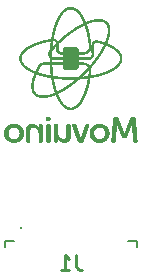
<source format=gbo>
G04 #@! TF.GenerationSoftware,KiCad,Pcbnew,(5.1.10)-1*
G04 #@! TF.CreationDate,2022-08-02T17:39:56+02:00*
G04 #@! TF.ProjectId,pcb_resistive_sole,7063625f-7265-4736-9973-746976655f73,rev?*
G04 #@! TF.SameCoordinates,Original*
G04 #@! TF.FileFunction,Legend,Bot*
G04 #@! TF.FilePolarity,Positive*
%FSLAX46Y46*%
G04 Gerber Fmt 4.6, Leading zero omitted, Abs format (unit mm)*
G04 Created by KiCad (PCBNEW (5.1.10)-1) date 2022-08-02 17:39:56*
%MOMM*%
%LPD*%
G01*
G04 APERTURE LIST*
%ADD10C,0.100000*%
%ADD11C,0.200000*%
%ADD12C,0.254000*%
G04 APERTURE END LIST*
D10*
G36*
X145192500Y-86339500D02*
G01*
X145297500Y-86339500D01*
X145297500Y-86332500D01*
X145192500Y-86332500D01*
X145192500Y-86339500D01*
G37*
G36*
X145122500Y-86346500D02*
G01*
X145367500Y-86346500D01*
X145367500Y-86339500D01*
X145122500Y-86339500D01*
X145122500Y-86346500D01*
G37*
G36*
X145087500Y-86353500D02*
G01*
X145402500Y-86353500D01*
X145402500Y-86346500D01*
X145087500Y-86346500D01*
X145087500Y-86353500D01*
G37*
G36*
X145052500Y-86360500D02*
G01*
X145437500Y-86360500D01*
X145437500Y-86353500D01*
X145052500Y-86353500D01*
X145052500Y-86360500D01*
G37*
G36*
X145024500Y-86367500D02*
G01*
X145465500Y-86367500D01*
X145465500Y-86360500D01*
X145024500Y-86360500D01*
X145024500Y-86367500D01*
G37*
G36*
X145003500Y-86374500D02*
G01*
X145486500Y-86374500D01*
X145486500Y-86367500D01*
X145003500Y-86367500D01*
X145003500Y-86374500D01*
G37*
G36*
X144982500Y-86381500D02*
G01*
X145507500Y-86381500D01*
X145507500Y-86374500D01*
X144982500Y-86374500D01*
X144982500Y-86381500D01*
G37*
G36*
X144961500Y-86388500D02*
G01*
X145528500Y-86388500D01*
X145528500Y-86381500D01*
X144961500Y-86381500D01*
X144961500Y-86388500D01*
G37*
G36*
X144940500Y-86395500D02*
G01*
X145549500Y-86395500D01*
X145549500Y-86388500D01*
X144940500Y-86388500D01*
X144940500Y-86395500D01*
G37*
G36*
X144926500Y-86402500D02*
G01*
X145563500Y-86402500D01*
X145563500Y-86395500D01*
X144926500Y-86395500D01*
X144926500Y-86402500D01*
G37*
G36*
X144912500Y-86409500D02*
G01*
X145584500Y-86409500D01*
X145584500Y-86402500D01*
X144912500Y-86402500D01*
X144912500Y-86409500D01*
G37*
G36*
X144891500Y-86416500D02*
G01*
X145598500Y-86416500D01*
X145598500Y-86409500D01*
X144891500Y-86409500D01*
X144891500Y-86416500D01*
G37*
G36*
X144877500Y-86423500D02*
G01*
X145612500Y-86423500D01*
X145612500Y-86416500D01*
X144877500Y-86416500D01*
X144877500Y-86423500D01*
G37*
G36*
X144863500Y-86430500D02*
G01*
X145626500Y-86430500D01*
X145626500Y-86423500D01*
X144863500Y-86423500D01*
X144863500Y-86430500D01*
G37*
G36*
X144849500Y-86437500D02*
G01*
X145640500Y-86437500D01*
X145640500Y-86430500D01*
X144849500Y-86430500D01*
X144849500Y-86437500D01*
G37*
G36*
X144835500Y-86444500D02*
G01*
X145654500Y-86444500D01*
X145654500Y-86437500D01*
X144835500Y-86437500D01*
X144835500Y-86444500D01*
G37*
G36*
X144828500Y-86451500D02*
G01*
X145668500Y-86451500D01*
X145668500Y-86444500D01*
X144828500Y-86444500D01*
X144828500Y-86451500D01*
G37*
G36*
X144814500Y-86458500D02*
G01*
X145682500Y-86458500D01*
X145682500Y-86451500D01*
X144814500Y-86451500D01*
X144814500Y-86458500D01*
G37*
G36*
X144800500Y-86465500D02*
G01*
X145689500Y-86465500D01*
X145689500Y-86458500D01*
X144800500Y-86458500D01*
X144800500Y-86465500D01*
G37*
G36*
X144786500Y-86472500D02*
G01*
X145703500Y-86472500D01*
X145703500Y-86465500D01*
X144786500Y-86465500D01*
X144786500Y-86472500D01*
G37*
G36*
X144779500Y-86479500D02*
G01*
X145717500Y-86479500D01*
X145717500Y-86472500D01*
X144779500Y-86472500D01*
X144779500Y-86479500D01*
G37*
G36*
X144765500Y-86486500D02*
G01*
X145724500Y-86486500D01*
X145724500Y-86479500D01*
X144765500Y-86479500D01*
X144765500Y-86486500D01*
G37*
G36*
X144758500Y-86493500D02*
G01*
X145738500Y-86493500D01*
X145738500Y-86486500D01*
X144758500Y-86486500D01*
X144758500Y-86493500D01*
G37*
G36*
X144744500Y-86500500D02*
G01*
X145745500Y-86500500D01*
X145745500Y-86493500D01*
X144744500Y-86493500D01*
X144744500Y-86500500D01*
G37*
G36*
X144737500Y-86507500D02*
G01*
X145759500Y-86507500D01*
X145759500Y-86500500D01*
X144737500Y-86500500D01*
X144737500Y-86507500D01*
G37*
G36*
X144723500Y-86514500D02*
G01*
X145766500Y-86514500D01*
X145766500Y-86507500D01*
X144723500Y-86507500D01*
X144723500Y-86514500D01*
G37*
G36*
X144716500Y-86521500D02*
G01*
X145773500Y-86521500D01*
X145773500Y-86514500D01*
X144716500Y-86514500D01*
X144716500Y-86521500D01*
G37*
G36*
X144709500Y-86528500D02*
G01*
X145787500Y-86528500D01*
X145787500Y-86521500D01*
X144709500Y-86521500D01*
X144709500Y-86528500D01*
G37*
G36*
X144695500Y-86535500D02*
G01*
X145794500Y-86535500D01*
X145794500Y-86528500D01*
X144695500Y-86528500D01*
X144695500Y-86535500D01*
G37*
G36*
X144688500Y-86542500D02*
G01*
X145808500Y-86542500D01*
X145808500Y-86535500D01*
X144688500Y-86535500D01*
X144688500Y-86542500D01*
G37*
G36*
X144681500Y-86549500D02*
G01*
X145815500Y-86549500D01*
X145815500Y-86542500D01*
X144681500Y-86542500D01*
X144681500Y-86549500D01*
G37*
G36*
X144667500Y-86556500D02*
G01*
X145822500Y-86556500D01*
X145822500Y-86549500D01*
X144667500Y-86549500D01*
X144667500Y-86556500D01*
G37*
G36*
X145325500Y-86563500D02*
G01*
X145829500Y-86563500D01*
X145829500Y-86556500D01*
X145325500Y-86556500D01*
X145325500Y-86563500D01*
G37*
G36*
X144660500Y-86563500D02*
G01*
X145164500Y-86563500D01*
X145164500Y-86556500D01*
X144660500Y-86556500D01*
X144660500Y-86563500D01*
G37*
G36*
X145367500Y-86570500D02*
G01*
X145843500Y-86570500D01*
X145843500Y-86563500D01*
X145367500Y-86563500D01*
X145367500Y-86570500D01*
G37*
G36*
X144653500Y-86570500D02*
G01*
X145122500Y-86570500D01*
X145122500Y-86563500D01*
X144653500Y-86563500D01*
X144653500Y-86570500D01*
G37*
G36*
X145395500Y-86577500D02*
G01*
X145850500Y-86577500D01*
X145850500Y-86570500D01*
X145395500Y-86570500D01*
X145395500Y-86577500D01*
G37*
G36*
X144646500Y-86577500D02*
G01*
X145094500Y-86577500D01*
X145094500Y-86570500D01*
X144646500Y-86570500D01*
X144646500Y-86577500D01*
G37*
G36*
X145416500Y-86584500D02*
G01*
X145857500Y-86584500D01*
X145857500Y-86577500D01*
X145416500Y-86577500D01*
X145416500Y-86584500D01*
G37*
G36*
X144639500Y-86584500D02*
G01*
X145073500Y-86584500D01*
X145073500Y-86577500D01*
X144639500Y-86577500D01*
X144639500Y-86584500D01*
G37*
G36*
X145437500Y-86591500D02*
G01*
X145864500Y-86591500D01*
X145864500Y-86584500D01*
X145437500Y-86584500D01*
X145437500Y-86591500D01*
G37*
G36*
X144625500Y-86591500D02*
G01*
X145045500Y-86591500D01*
X145045500Y-86584500D01*
X144625500Y-86584500D01*
X144625500Y-86591500D01*
G37*
G36*
X145458500Y-86598500D02*
G01*
X145871500Y-86598500D01*
X145871500Y-86591500D01*
X145458500Y-86591500D01*
X145458500Y-86598500D01*
G37*
G36*
X144618500Y-86598500D02*
G01*
X145031500Y-86598500D01*
X145031500Y-86591500D01*
X144618500Y-86591500D01*
X144618500Y-86598500D01*
G37*
G36*
X145479500Y-86605500D02*
G01*
X145878500Y-86605500D01*
X145878500Y-86598500D01*
X145479500Y-86598500D01*
X145479500Y-86605500D01*
G37*
G36*
X144611500Y-86605500D02*
G01*
X145010500Y-86605500D01*
X145010500Y-86598500D01*
X144611500Y-86598500D01*
X144611500Y-86605500D01*
G37*
G36*
X145493500Y-86612500D02*
G01*
X145892500Y-86612500D01*
X145892500Y-86605500D01*
X145493500Y-86605500D01*
X145493500Y-86612500D01*
G37*
G36*
X144604500Y-86612500D02*
G01*
X144996500Y-86612500D01*
X144996500Y-86605500D01*
X144604500Y-86605500D01*
X144604500Y-86612500D01*
G37*
G36*
X145507500Y-86619500D02*
G01*
X145899500Y-86619500D01*
X145899500Y-86612500D01*
X145507500Y-86612500D01*
X145507500Y-86619500D01*
G37*
G36*
X144597500Y-86619500D02*
G01*
X144982500Y-86619500D01*
X144982500Y-86612500D01*
X144597500Y-86612500D01*
X144597500Y-86619500D01*
G37*
G36*
X145521500Y-86626500D02*
G01*
X145906500Y-86626500D01*
X145906500Y-86619500D01*
X145521500Y-86619500D01*
X145521500Y-86626500D01*
G37*
G36*
X144590500Y-86626500D02*
G01*
X144968500Y-86626500D01*
X144968500Y-86619500D01*
X144590500Y-86619500D01*
X144590500Y-86626500D01*
G37*
G36*
X145535500Y-86633500D02*
G01*
X145913500Y-86633500D01*
X145913500Y-86626500D01*
X145535500Y-86626500D01*
X145535500Y-86633500D01*
G37*
G36*
X144583500Y-86633500D02*
G01*
X144954500Y-86633500D01*
X144954500Y-86626500D01*
X144583500Y-86626500D01*
X144583500Y-86633500D01*
G37*
G36*
X145549500Y-86640500D02*
G01*
X145920500Y-86640500D01*
X145920500Y-86633500D01*
X145549500Y-86633500D01*
X145549500Y-86640500D01*
G37*
G36*
X144576500Y-86640500D02*
G01*
X144940500Y-86640500D01*
X144940500Y-86633500D01*
X144576500Y-86633500D01*
X144576500Y-86640500D01*
G37*
G36*
X145563500Y-86647500D02*
G01*
X145927500Y-86647500D01*
X145927500Y-86640500D01*
X145563500Y-86640500D01*
X145563500Y-86647500D01*
G37*
G36*
X144569500Y-86647500D02*
G01*
X144926500Y-86647500D01*
X144926500Y-86640500D01*
X144569500Y-86640500D01*
X144569500Y-86647500D01*
G37*
G36*
X145577500Y-86654500D02*
G01*
X145934500Y-86654500D01*
X145934500Y-86647500D01*
X145577500Y-86647500D01*
X145577500Y-86654500D01*
G37*
G36*
X144562500Y-86654500D02*
G01*
X144912500Y-86654500D01*
X144912500Y-86647500D01*
X144562500Y-86647500D01*
X144562500Y-86654500D01*
G37*
G36*
X145584500Y-86661500D02*
G01*
X145941500Y-86661500D01*
X145941500Y-86654500D01*
X145584500Y-86654500D01*
X145584500Y-86661500D01*
G37*
G36*
X144555500Y-86661500D02*
G01*
X144898500Y-86661500D01*
X144898500Y-86654500D01*
X144555500Y-86654500D01*
X144555500Y-86661500D01*
G37*
G36*
X145598500Y-86668500D02*
G01*
X145948500Y-86668500D01*
X145948500Y-86661500D01*
X145598500Y-86661500D01*
X145598500Y-86668500D01*
G37*
G36*
X144548500Y-86668500D02*
G01*
X144891500Y-86668500D01*
X144891500Y-86661500D01*
X144548500Y-86661500D01*
X144548500Y-86668500D01*
G37*
G36*
X145612500Y-86675500D02*
G01*
X145955500Y-86675500D01*
X145955500Y-86668500D01*
X145612500Y-86668500D01*
X145612500Y-86675500D01*
G37*
G36*
X144541500Y-86675500D02*
G01*
X144877500Y-86675500D01*
X144877500Y-86668500D01*
X144541500Y-86668500D01*
X144541500Y-86675500D01*
G37*
G36*
X145619500Y-86682500D02*
G01*
X145962500Y-86682500D01*
X145962500Y-86675500D01*
X145619500Y-86675500D01*
X145619500Y-86682500D01*
G37*
G36*
X144534500Y-86682500D02*
G01*
X144870500Y-86682500D01*
X144870500Y-86675500D01*
X144534500Y-86675500D01*
X144534500Y-86682500D01*
G37*
G36*
X145626500Y-86689500D02*
G01*
X145969500Y-86689500D01*
X145969500Y-86682500D01*
X145626500Y-86682500D01*
X145626500Y-86689500D01*
G37*
G36*
X144527500Y-86689500D02*
G01*
X144856500Y-86689500D01*
X144856500Y-86682500D01*
X144527500Y-86682500D01*
X144527500Y-86689500D01*
G37*
G36*
X145640500Y-86696500D02*
G01*
X145976500Y-86696500D01*
X145976500Y-86689500D01*
X145640500Y-86689500D01*
X145640500Y-86696500D01*
G37*
G36*
X144520500Y-86696500D02*
G01*
X144849500Y-86696500D01*
X144849500Y-86689500D01*
X144520500Y-86689500D01*
X144520500Y-86696500D01*
G37*
G36*
X145647500Y-86703500D02*
G01*
X145983500Y-86703500D01*
X145983500Y-86696500D01*
X145647500Y-86696500D01*
X145647500Y-86703500D01*
G37*
G36*
X144513500Y-86703500D02*
G01*
X144835500Y-86703500D01*
X144835500Y-86696500D01*
X144513500Y-86696500D01*
X144513500Y-86703500D01*
G37*
G36*
X145661500Y-86710500D02*
G01*
X145990500Y-86710500D01*
X145990500Y-86703500D01*
X145661500Y-86703500D01*
X145661500Y-86710500D01*
G37*
G36*
X144506500Y-86710500D02*
G01*
X144828500Y-86710500D01*
X144828500Y-86703500D01*
X144506500Y-86703500D01*
X144506500Y-86710500D01*
G37*
G36*
X145668500Y-86717500D02*
G01*
X145997500Y-86717500D01*
X145997500Y-86710500D01*
X145668500Y-86710500D01*
X145668500Y-86717500D01*
G37*
G36*
X144499500Y-86717500D02*
G01*
X144821500Y-86717500D01*
X144821500Y-86710500D01*
X144499500Y-86710500D01*
X144499500Y-86717500D01*
G37*
G36*
X145675500Y-86724500D02*
G01*
X146004500Y-86724500D01*
X146004500Y-86717500D01*
X145675500Y-86717500D01*
X145675500Y-86724500D01*
G37*
G36*
X144492500Y-86724500D02*
G01*
X144807500Y-86724500D01*
X144807500Y-86717500D01*
X144492500Y-86717500D01*
X144492500Y-86724500D01*
G37*
G36*
X145689500Y-86731500D02*
G01*
X146011500Y-86731500D01*
X146011500Y-86724500D01*
X145689500Y-86724500D01*
X145689500Y-86731500D01*
G37*
G36*
X144485500Y-86731500D02*
G01*
X144800500Y-86731500D01*
X144800500Y-86724500D01*
X144485500Y-86724500D01*
X144485500Y-86731500D01*
G37*
G36*
X145696500Y-86738500D02*
G01*
X146011500Y-86738500D01*
X146011500Y-86731500D01*
X145696500Y-86731500D01*
X145696500Y-86738500D01*
G37*
G36*
X144478500Y-86738500D02*
G01*
X144793500Y-86738500D01*
X144793500Y-86731500D01*
X144478500Y-86731500D01*
X144478500Y-86738500D01*
G37*
G36*
X145703500Y-86745500D02*
G01*
X146018500Y-86745500D01*
X146018500Y-86738500D01*
X145703500Y-86738500D01*
X145703500Y-86745500D01*
G37*
G36*
X144471500Y-86745500D02*
G01*
X144786500Y-86745500D01*
X144786500Y-86738500D01*
X144471500Y-86738500D01*
X144471500Y-86745500D01*
G37*
G36*
X145710500Y-86752500D02*
G01*
X146025500Y-86752500D01*
X146025500Y-86745500D01*
X145710500Y-86745500D01*
X145710500Y-86752500D01*
G37*
G36*
X144464500Y-86752500D02*
G01*
X144779500Y-86752500D01*
X144779500Y-86745500D01*
X144464500Y-86745500D01*
X144464500Y-86752500D01*
G37*
G36*
X145717500Y-86759500D02*
G01*
X146032500Y-86759500D01*
X146032500Y-86752500D01*
X145717500Y-86752500D01*
X145717500Y-86759500D01*
G37*
G36*
X144457500Y-86759500D02*
G01*
X144765500Y-86759500D01*
X144765500Y-86752500D01*
X144457500Y-86752500D01*
X144457500Y-86759500D01*
G37*
G36*
X145731500Y-86766500D02*
G01*
X146039500Y-86766500D01*
X146039500Y-86759500D01*
X145731500Y-86759500D01*
X145731500Y-86766500D01*
G37*
G36*
X144457500Y-86766500D02*
G01*
X144758500Y-86766500D01*
X144758500Y-86759500D01*
X144457500Y-86759500D01*
X144457500Y-86766500D01*
G37*
G36*
X145738500Y-86773500D02*
G01*
X146046500Y-86773500D01*
X146046500Y-86766500D01*
X145738500Y-86766500D01*
X145738500Y-86773500D01*
G37*
G36*
X144450500Y-86773500D02*
G01*
X144751500Y-86773500D01*
X144751500Y-86766500D01*
X144450500Y-86766500D01*
X144450500Y-86773500D01*
G37*
G36*
X145745500Y-86780500D02*
G01*
X146053500Y-86780500D01*
X146053500Y-86773500D01*
X145745500Y-86773500D01*
X145745500Y-86780500D01*
G37*
G36*
X144443500Y-86780500D02*
G01*
X144744500Y-86780500D01*
X144744500Y-86773500D01*
X144443500Y-86773500D01*
X144443500Y-86780500D01*
G37*
G36*
X145752500Y-86787500D02*
G01*
X146060500Y-86787500D01*
X146060500Y-86780500D01*
X145752500Y-86780500D01*
X145752500Y-86787500D01*
G37*
G36*
X144436500Y-86787500D02*
G01*
X144737500Y-86787500D01*
X144737500Y-86780500D01*
X144436500Y-86780500D01*
X144436500Y-86787500D01*
G37*
G36*
X145759500Y-86794500D02*
G01*
X146060500Y-86794500D01*
X146060500Y-86787500D01*
X145759500Y-86787500D01*
X145759500Y-86794500D01*
G37*
G36*
X144429500Y-86794500D02*
G01*
X144730500Y-86794500D01*
X144730500Y-86787500D01*
X144429500Y-86787500D01*
X144429500Y-86794500D01*
G37*
G36*
X145766500Y-86801500D02*
G01*
X146067500Y-86801500D01*
X146067500Y-86794500D01*
X145766500Y-86794500D01*
X145766500Y-86801500D01*
G37*
G36*
X144422500Y-86801500D02*
G01*
X144723500Y-86801500D01*
X144723500Y-86794500D01*
X144422500Y-86794500D01*
X144422500Y-86801500D01*
G37*
G36*
X145773500Y-86808500D02*
G01*
X146074500Y-86808500D01*
X146074500Y-86801500D01*
X145773500Y-86801500D01*
X145773500Y-86808500D01*
G37*
G36*
X144415500Y-86808500D02*
G01*
X144716500Y-86808500D01*
X144716500Y-86801500D01*
X144415500Y-86801500D01*
X144415500Y-86808500D01*
G37*
G36*
X145780500Y-86815500D02*
G01*
X146081500Y-86815500D01*
X146081500Y-86808500D01*
X145780500Y-86808500D01*
X145780500Y-86815500D01*
G37*
G36*
X144415500Y-86815500D02*
G01*
X144709500Y-86815500D01*
X144709500Y-86808500D01*
X144415500Y-86808500D01*
X144415500Y-86815500D01*
G37*
G36*
X145787500Y-86822500D02*
G01*
X146088500Y-86822500D01*
X146088500Y-86815500D01*
X145787500Y-86815500D01*
X145787500Y-86822500D01*
G37*
G36*
X144408500Y-86822500D02*
G01*
X144702500Y-86822500D01*
X144702500Y-86815500D01*
X144408500Y-86815500D01*
X144408500Y-86822500D01*
G37*
G36*
X145794500Y-86829500D02*
G01*
X146088500Y-86829500D01*
X146088500Y-86822500D01*
X145794500Y-86822500D01*
X145794500Y-86829500D01*
G37*
G36*
X144401500Y-86829500D02*
G01*
X144695500Y-86829500D01*
X144695500Y-86822500D01*
X144401500Y-86822500D01*
X144401500Y-86829500D01*
G37*
G36*
X145801500Y-86836500D02*
G01*
X146095500Y-86836500D01*
X146095500Y-86829500D01*
X145801500Y-86829500D01*
X145801500Y-86836500D01*
G37*
G36*
X144394500Y-86836500D02*
G01*
X144688500Y-86836500D01*
X144688500Y-86829500D01*
X144394500Y-86829500D01*
X144394500Y-86836500D01*
G37*
G36*
X145808500Y-86843500D02*
G01*
X146102500Y-86843500D01*
X146102500Y-86836500D01*
X145808500Y-86836500D01*
X145808500Y-86843500D01*
G37*
G36*
X144387500Y-86843500D02*
G01*
X144681500Y-86843500D01*
X144681500Y-86836500D01*
X144387500Y-86836500D01*
X144387500Y-86843500D01*
G37*
G36*
X145815500Y-86850500D02*
G01*
X146109500Y-86850500D01*
X146109500Y-86843500D01*
X145815500Y-86843500D01*
X145815500Y-86850500D01*
G37*
G36*
X144387500Y-86850500D02*
G01*
X144674500Y-86850500D01*
X144674500Y-86843500D01*
X144387500Y-86843500D01*
X144387500Y-86850500D01*
G37*
G36*
X145822500Y-86857500D02*
G01*
X146116500Y-86857500D01*
X146116500Y-86850500D01*
X145822500Y-86850500D01*
X145822500Y-86857500D01*
G37*
G36*
X144380500Y-86857500D02*
G01*
X144667500Y-86857500D01*
X144667500Y-86850500D01*
X144380500Y-86850500D01*
X144380500Y-86857500D01*
G37*
G36*
X145829500Y-86864500D02*
G01*
X146116500Y-86864500D01*
X146116500Y-86857500D01*
X145829500Y-86857500D01*
X145829500Y-86864500D01*
G37*
G36*
X144373500Y-86864500D02*
G01*
X144660500Y-86864500D01*
X144660500Y-86857500D01*
X144373500Y-86857500D01*
X144373500Y-86864500D01*
G37*
G36*
X145836500Y-86871500D02*
G01*
X146123500Y-86871500D01*
X146123500Y-86864500D01*
X145836500Y-86864500D01*
X145836500Y-86871500D01*
G37*
G36*
X144366500Y-86871500D02*
G01*
X144653500Y-86871500D01*
X144653500Y-86864500D01*
X144366500Y-86864500D01*
X144366500Y-86871500D01*
G37*
G36*
X145843500Y-86878500D02*
G01*
X146130500Y-86878500D01*
X146130500Y-86871500D01*
X145843500Y-86871500D01*
X145843500Y-86878500D01*
G37*
G36*
X144366500Y-86878500D02*
G01*
X144646500Y-86878500D01*
X144646500Y-86871500D01*
X144366500Y-86871500D01*
X144366500Y-86878500D01*
G37*
G36*
X145850500Y-86885500D02*
G01*
X146137500Y-86885500D01*
X146137500Y-86878500D01*
X145850500Y-86878500D01*
X145850500Y-86885500D01*
G37*
G36*
X144359500Y-86885500D02*
G01*
X144639500Y-86885500D01*
X144639500Y-86878500D01*
X144359500Y-86878500D01*
X144359500Y-86885500D01*
G37*
G36*
X145857500Y-86892500D02*
G01*
X146137500Y-86892500D01*
X146137500Y-86885500D01*
X145857500Y-86885500D01*
X145857500Y-86892500D01*
G37*
G36*
X144352500Y-86892500D02*
G01*
X144632500Y-86892500D01*
X144632500Y-86885500D01*
X144352500Y-86885500D01*
X144352500Y-86892500D01*
G37*
G36*
X145857500Y-86899500D02*
G01*
X146144500Y-86899500D01*
X146144500Y-86892500D01*
X145857500Y-86892500D01*
X145857500Y-86899500D01*
G37*
G36*
X144345500Y-86899500D02*
G01*
X144625500Y-86899500D01*
X144625500Y-86892500D01*
X144345500Y-86892500D01*
X144345500Y-86899500D01*
G37*
G36*
X145864500Y-86906500D02*
G01*
X146151500Y-86906500D01*
X146151500Y-86899500D01*
X145864500Y-86899500D01*
X145864500Y-86906500D01*
G37*
G36*
X144345500Y-86906500D02*
G01*
X144625500Y-86906500D01*
X144625500Y-86899500D01*
X144345500Y-86899500D01*
X144345500Y-86906500D01*
G37*
G36*
X145871500Y-86913500D02*
G01*
X146158500Y-86913500D01*
X146158500Y-86906500D01*
X145871500Y-86906500D01*
X145871500Y-86913500D01*
G37*
G36*
X144338500Y-86913500D02*
G01*
X144618500Y-86913500D01*
X144618500Y-86906500D01*
X144338500Y-86906500D01*
X144338500Y-86913500D01*
G37*
G36*
X145878500Y-86920500D02*
G01*
X146158500Y-86920500D01*
X146158500Y-86913500D01*
X145878500Y-86913500D01*
X145878500Y-86920500D01*
G37*
G36*
X144331500Y-86920500D02*
G01*
X144611500Y-86920500D01*
X144611500Y-86913500D01*
X144331500Y-86913500D01*
X144331500Y-86920500D01*
G37*
G36*
X145885500Y-86927500D02*
G01*
X146165500Y-86927500D01*
X146165500Y-86920500D01*
X145885500Y-86920500D01*
X145885500Y-86927500D01*
G37*
G36*
X144331500Y-86927500D02*
G01*
X144604500Y-86927500D01*
X144604500Y-86920500D01*
X144331500Y-86920500D01*
X144331500Y-86927500D01*
G37*
G36*
X145892500Y-86934500D02*
G01*
X146172500Y-86934500D01*
X146172500Y-86927500D01*
X145892500Y-86927500D01*
X145892500Y-86934500D01*
G37*
G36*
X144324500Y-86934500D02*
G01*
X144597500Y-86934500D01*
X144597500Y-86927500D01*
X144324500Y-86927500D01*
X144324500Y-86934500D01*
G37*
G36*
X145892500Y-86941500D02*
G01*
X146172500Y-86941500D01*
X146172500Y-86934500D01*
X145892500Y-86934500D01*
X145892500Y-86941500D01*
G37*
G36*
X144317500Y-86941500D02*
G01*
X144590500Y-86941500D01*
X144590500Y-86934500D01*
X144317500Y-86934500D01*
X144317500Y-86941500D01*
G37*
G36*
X145899500Y-86948500D02*
G01*
X146179500Y-86948500D01*
X146179500Y-86941500D01*
X145899500Y-86941500D01*
X145899500Y-86948500D01*
G37*
G36*
X144310500Y-86948500D02*
G01*
X144590500Y-86948500D01*
X144590500Y-86941500D01*
X144310500Y-86941500D01*
X144310500Y-86948500D01*
G37*
G36*
X145906500Y-86955500D02*
G01*
X146186500Y-86955500D01*
X146186500Y-86948500D01*
X145906500Y-86948500D01*
X145906500Y-86955500D01*
G37*
G36*
X144310500Y-86955500D02*
G01*
X144583500Y-86955500D01*
X144583500Y-86948500D01*
X144310500Y-86948500D01*
X144310500Y-86955500D01*
G37*
G36*
X145913500Y-86962500D02*
G01*
X146186500Y-86962500D01*
X146186500Y-86955500D01*
X145913500Y-86955500D01*
X145913500Y-86962500D01*
G37*
G36*
X144303500Y-86962500D02*
G01*
X144576500Y-86962500D01*
X144576500Y-86955500D01*
X144303500Y-86955500D01*
X144303500Y-86962500D01*
G37*
G36*
X145920500Y-86969500D02*
G01*
X146193500Y-86969500D01*
X146193500Y-86962500D01*
X145920500Y-86962500D01*
X145920500Y-86969500D01*
G37*
G36*
X144296500Y-86969500D02*
G01*
X144569500Y-86969500D01*
X144569500Y-86962500D01*
X144296500Y-86962500D01*
X144296500Y-86969500D01*
G37*
G36*
X145920500Y-86976500D02*
G01*
X146200500Y-86976500D01*
X146200500Y-86969500D01*
X145920500Y-86969500D01*
X145920500Y-86976500D01*
G37*
G36*
X144296500Y-86976500D02*
G01*
X144562500Y-86976500D01*
X144562500Y-86969500D01*
X144296500Y-86969500D01*
X144296500Y-86976500D01*
G37*
G36*
X145927500Y-86983500D02*
G01*
X146200500Y-86983500D01*
X146200500Y-86976500D01*
X145927500Y-86976500D01*
X145927500Y-86983500D01*
G37*
G36*
X144289500Y-86983500D02*
G01*
X144562500Y-86983500D01*
X144562500Y-86976500D01*
X144289500Y-86976500D01*
X144289500Y-86983500D01*
G37*
G36*
X145934500Y-86990500D02*
G01*
X146207500Y-86990500D01*
X146207500Y-86983500D01*
X145934500Y-86983500D01*
X145934500Y-86990500D01*
G37*
G36*
X144282500Y-86990500D02*
G01*
X144555500Y-86990500D01*
X144555500Y-86983500D01*
X144282500Y-86983500D01*
X144282500Y-86990500D01*
G37*
G36*
X145941500Y-86997500D02*
G01*
X146214500Y-86997500D01*
X146214500Y-86990500D01*
X145941500Y-86990500D01*
X145941500Y-86997500D01*
G37*
G36*
X144282500Y-86997500D02*
G01*
X144548500Y-86997500D01*
X144548500Y-86990500D01*
X144282500Y-86990500D01*
X144282500Y-86997500D01*
G37*
G36*
X145941500Y-87004500D02*
G01*
X146214500Y-87004500D01*
X146214500Y-86997500D01*
X145941500Y-86997500D01*
X145941500Y-87004500D01*
G37*
G36*
X144275500Y-87004500D02*
G01*
X144541500Y-87004500D01*
X144541500Y-86997500D01*
X144275500Y-86997500D01*
X144275500Y-87004500D01*
G37*
G36*
X145948500Y-87011500D02*
G01*
X146221500Y-87011500D01*
X146221500Y-87004500D01*
X145948500Y-87004500D01*
X145948500Y-87011500D01*
G37*
G36*
X144268500Y-87011500D02*
G01*
X144541500Y-87011500D01*
X144541500Y-87004500D01*
X144268500Y-87004500D01*
X144268500Y-87011500D01*
G37*
G36*
X145955500Y-87018500D02*
G01*
X146228500Y-87018500D01*
X146228500Y-87011500D01*
X145955500Y-87011500D01*
X145955500Y-87018500D01*
G37*
G36*
X144268500Y-87018500D02*
G01*
X144534500Y-87018500D01*
X144534500Y-87011500D01*
X144268500Y-87011500D01*
X144268500Y-87018500D01*
G37*
G36*
X145962500Y-87025500D02*
G01*
X146228500Y-87025500D01*
X146228500Y-87018500D01*
X145962500Y-87018500D01*
X145962500Y-87025500D01*
G37*
G36*
X144261500Y-87025500D02*
G01*
X144527500Y-87025500D01*
X144527500Y-87018500D01*
X144261500Y-87018500D01*
X144261500Y-87025500D01*
G37*
G36*
X145962500Y-87032500D02*
G01*
X146235500Y-87032500D01*
X146235500Y-87025500D01*
X145962500Y-87025500D01*
X145962500Y-87032500D01*
G37*
G36*
X144254500Y-87032500D02*
G01*
X144527500Y-87032500D01*
X144527500Y-87025500D01*
X144254500Y-87025500D01*
X144254500Y-87032500D01*
G37*
G36*
X145969500Y-87039500D02*
G01*
X146242500Y-87039500D01*
X146242500Y-87032500D01*
X145969500Y-87032500D01*
X145969500Y-87039500D01*
G37*
G36*
X144254500Y-87039500D02*
G01*
X144520500Y-87039500D01*
X144520500Y-87032500D01*
X144254500Y-87032500D01*
X144254500Y-87039500D01*
G37*
G36*
X145976500Y-87046500D02*
G01*
X146242500Y-87046500D01*
X146242500Y-87039500D01*
X145976500Y-87039500D01*
X145976500Y-87046500D01*
G37*
G36*
X144247500Y-87046500D02*
G01*
X144513500Y-87046500D01*
X144513500Y-87039500D01*
X144247500Y-87039500D01*
X144247500Y-87046500D01*
G37*
G36*
X145983500Y-87053500D02*
G01*
X146249500Y-87053500D01*
X146249500Y-87046500D01*
X145983500Y-87046500D01*
X145983500Y-87053500D01*
G37*
G36*
X144247500Y-87053500D02*
G01*
X144506500Y-87053500D01*
X144506500Y-87046500D01*
X144247500Y-87046500D01*
X144247500Y-87053500D01*
G37*
G36*
X145983500Y-87060500D02*
G01*
X146256500Y-87060500D01*
X146256500Y-87053500D01*
X145983500Y-87053500D01*
X145983500Y-87060500D01*
G37*
G36*
X144240500Y-87060500D02*
G01*
X144506500Y-87060500D01*
X144506500Y-87053500D01*
X144240500Y-87053500D01*
X144240500Y-87060500D01*
G37*
G36*
X145990500Y-87067500D02*
G01*
X146256500Y-87067500D01*
X146256500Y-87060500D01*
X145990500Y-87060500D01*
X145990500Y-87067500D01*
G37*
G36*
X144233500Y-87067500D02*
G01*
X144499500Y-87067500D01*
X144499500Y-87060500D01*
X144233500Y-87060500D01*
X144233500Y-87067500D01*
G37*
G36*
X145997500Y-87074500D02*
G01*
X146263500Y-87074500D01*
X146263500Y-87067500D01*
X145997500Y-87067500D01*
X145997500Y-87074500D01*
G37*
G36*
X144233500Y-87074500D02*
G01*
X144492500Y-87074500D01*
X144492500Y-87067500D01*
X144233500Y-87067500D01*
X144233500Y-87074500D01*
G37*
G36*
X145997500Y-87081500D02*
G01*
X146263500Y-87081500D01*
X146263500Y-87074500D01*
X145997500Y-87074500D01*
X145997500Y-87081500D01*
G37*
G36*
X144226500Y-87081500D02*
G01*
X144492500Y-87081500D01*
X144492500Y-87074500D01*
X144226500Y-87074500D01*
X144226500Y-87081500D01*
G37*
G36*
X146004500Y-87088500D02*
G01*
X146270500Y-87088500D01*
X146270500Y-87081500D01*
X146004500Y-87081500D01*
X146004500Y-87088500D01*
G37*
G36*
X144219500Y-87088500D02*
G01*
X144485500Y-87088500D01*
X144485500Y-87081500D01*
X144219500Y-87081500D01*
X144219500Y-87088500D01*
G37*
G36*
X146011500Y-87095500D02*
G01*
X146277500Y-87095500D01*
X146277500Y-87088500D01*
X146011500Y-87088500D01*
X146011500Y-87095500D01*
G37*
G36*
X144219500Y-87095500D02*
G01*
X144478500Y-87095500D01*
X144478500Y-87088500D01*
X144219500Y-87088500D01*
X144219500Y-87095500D01*
G37*
G36*
X146011500Y-87102500D02*
G01*
X146277500Y-87102500D01*
X146277500Y-87095500D01*
X146011500Y-87095500D01*
X146011500Y-87102500D01*
G37*
G36*
X144212500Y-87102500D02*
G01*
X144478500Y-87102500D01*
X144478500Y-87095500D01*
X144212500Y-87095500D01*
X144212500Y-87102500D01*
G37*
G36*
X146018500Y-87109500D02*
G01*
X146284500Y-87109500D01*
X146284500Y-87102500D01*
X146018500Y-87102500D01*
X146018500Y-87109500D01*
G37*
G36*
X144212500Y-87109500D02*
G01*
X144471500Y-87109500D01*
X144471500Y-87102500D01*
X144212500Y-87102500D01*
X144212500Y-87109500D01*
G37*
G36*
X146025500Y-87116500D02*
G01*
X146284500Y-87116500D01*
X146284500Y-87109500D01*
X146025500Y-87109500D01*
X146025500Y-87116500D01*
G37*
G36*
X144205500Y-87116500D02*
G01*
X144464500Y-87116500D01*
X144464500Y-87109500D01*
X144205500Y-87109500D01*
X144205500Y-87116500D01*
G37*
G36*
X146025500Y-87123500D02*
G01*
X146291500Y-87123500D01*
X146291500Y-87116500D01*
X146025500Y-87116500D01*
X146025500Y-87123500D01*
G37*
G36*
X144198500Y-87123500D02*
G01*
X144464500Y-87123500D01*
X144464500Y-87116500D01*
X144198500Y-87116500D01*
X144198500Y-87123500D01*
G37*
G36*
X146032500Y-87130500D02*
G01*
X146298500Y-87130500D01*
X146298500Y-87123500D01*
X146032500Y-87123500D01*
X146032500Y-87130500D01*
G37*
G36*
X144198500Y-87130500D02*
G01*
X144457500Y-87130500D01*
X144457500Y-87123500D01*
X144198500Y-87123500D01*
X144198500Y-87130500D01*
G37*
G36*
X146039500Y-87137500D02*
G01*
X146298500Y-87137500D01*
X146298500Y-87130500D01*
X146039500Y-87130500D01*
X146039500Y-87137500D01*
G37*
G36*
X144191500Y-87137500D02*
G01*
X144450500Y-87137500D01*
X144450500Y-87130500D01*
X144191500Y-87130500D01*
X144191500Y-87137500D01*
G37*
G36*
X146039500Y-87144500D02*
G01*
X146305500Y-87144500D01*
X146305500Y-87137500D01*
X146039500Y-87137500D01*
X146039500Y-87144500D01*
G37*
G36*
X144191500Y-87144500D02*
G01*
X144450500Y-87144500D01*
X144450500Y-87137500D01*
X144191500Y-87137500D01*
X144191500Y-87144500D01*
G37*
G36*
X146046500Y-87151500D02*
G01*
X146305500Y-87151500D01*
X146305500Y-87144500D01*
X146046500Y-87144500D01*
X146046500Y-87151500D01*
G37*
G36*
X144184500Y-87151500D02*
G01*
X144443500Y-87151500D01*
X144443500Y-87144500D01*
X144184500Y-87144500D01*
X144184500Y-87151500D01*
G37*
G36*
X146053500Y-87158500D02*
G01*
X146312500Y-87158500D01*
X146312500Y-87151500D01*
X146053500Y-87151500D01*
X146053500Y-87158500D01*
G37*
G36*
X144184500Y-87158500D02*
G01*
X144436500Y-87158500D01*
X144436500Y-87151500D01*
X144184500Y-87151500D01*
X144184500Y-87158500D01*
G37*
G36*
X146053500Y-87165500D02*
G01*
X146312500Y-87165500D01*
X146312500Y-87158500D01*
X146053500Y-87158500D01*
X146053500Y-87165500D01*
G37*
G36*
X144177500Y-87165500D02*
G01*
X144436500Y-87165500D01*
X144436500Y-87158500D01*
X144177500Y-87158500D01*
X144177500Y-87165500D01*
G37*
G36*
X146060500Y-87172500D02*
G01*
X146319500Y-87172500D01*
X146319500Y-87165500D01*
X146060500Y-87165500D01*
X146060500Y-87172500D01*
G37*
G36*
X144170500Y-87172500D02*
G01*
X144429500Y-87172500D01*
X144429500Y-87165500D01*
X144170500Y-87165500D01*
X144170500Y-87172500D01*
G37*
G36*
X146060500Y-87179500D02*
G01*
X146326500Y-87179500D01*
X146326500Y-87172500D01*
X146060500Y-87172500D01*
X146060500Y-87179500D01*
G37*
G36*
X144170500Y-87179500D02*
G01*
X144429500Y-87179500D01*
X144429500Y-87172500D01*
X144170500Y-87172500D01*
X144170500Y-87179500D01*
G37*
G36*
X146067500Y-87186500D02*
G01*
X146326500Y-87186500D01*
X146326500Y-87179500D01*
X146067500Y-87179500D01*
X146067500Y-87186500D01*
G37*
G36*
X144163500Y-87186500D02*
G01*
X144422500Y-87186500D01*
X144422500Y-87179500D01*
X144163500Y-87179500D01*
X144163500Y-87186500D01*
G37*
G36*
X146074500Y-87193500D02*
G01*
X146333500Y-87193500D01*
X146333500Y-87186500D01*
X146074500Y-87186500D01*
X146074500Y-87193500D01*
G37*
G36*
X144163500Y-87193500D02*
G01*
X144415500Y-87193500D01*
X144415500Y-87186500D01*
X144163500Y-87186500D01*
X144163500Y-87193500D01*
G37*
G36*
X146074500Y-87200500D02*
G01*
X146333500Y-87200500D01*
X146333500Y-87193500D01*
X146074500Y-87193500D01*
X146074500Y-87200500D01*
G37*
G36*
X144156500Y-87200500D02*
G01*
X144415500Y-87200500D01*
X144415500Y-87193500D01*
X144156500Y-87193500D01*
X144156500Y-87200500D01*
G37*
G36*
X146081500Y-87207500D02*
G01*
X146340500Y-87207500D01*
X146340500Y-87200500D01*
X146081500Y-87200500D01*
X146081500Y-87207500D01*
G37*
G36*
X144156500Y-87207500D02*
G01*
X144408500Y-87207500D01*
X144408500Y-87200500D01*
X144156500Y-87200500D01*
X144156500Y-87207500D01*
G37*
G36*
X146081500Y-87214500D02*
G01*
X146340500Y-87214500D01*
X146340500Y-87207500D01*
X146081500Y-87207500D01*
X146081500Y-87214500D01*
G37*
G36*
X144149500Y-87214500D02*
G01*
X144408500Y-87214500D01*
X144408500Y-87207500D01*
X144149500Y-87207500D01*
X144149500Y-87214500D01*
G37*
G36*
X146088500Y-87221500D02*
G01*
X146347500Y-87221500D01*
X146347500Y-87214500D01*
X146088500Y-87214500D01*
X146088500Y-87221500D01*
G37*
G36*
X144149500Y-87221500D02*
G01*
X144401500Y-87221500D01*
X144401500Y-87214500D01*
X144149500Y-87214500D01*
X144149500Y-87221500D01*
G37*
G36*
X146095500Y-87228500D02*
G01*
X146347500Y-87228500D01*
X146347500Y-87221500D01*
X146095500Y-87221500D01*
X146095500Y-87228500D01*
G37*
G36*
X144142500Y-87228500D02*
G01*
X144394500Y-87228500D01*
X144394500Y-87221500D01*
X144142500Y-87221500D01*
X144142500Y-87228500D01*
G37*
G36*
X146095500Y-87235500D02*
G01*
X146354500Y-87235500D01*
X146354500Y-87228500D01*
X146095500Y-87228500D01*
X146095500Y-87235500D01*
G37*
G36*
X144135500Y-87235500D02*
G01*
X144394500Y-87235500D01*
X144394500Y-87228500D01*
X144135500Y-87228500D01*
X144135500Y-87235500D01*
G37*
G36*
X146102500Y-87242500D02*
G01*
X146361500Y-87242500D01*
X146361500Y-87235500D01*
X146102500Y-87235500D01*
X146102500Y-87242500D01*
G37*
G36*
X144135500Y-87242500D02*
G01*
X144387500Y-87242500D01*
X144387500Y-87235500D01*
X144135500Y-87235500D01*
X144135500Y-87242500D01*
G37*
G36*
X146102500Y-87249500D02*
G01*
X146361500Y-87249500D01*
X146361500Y-87242500D01*
X146102500Y-87242500D01*
X146102500Y-87249500D01*
G37*
G36*
X144128500Y-87249500D02*
G01*
X144387500Y-87249500D01*
X144387500Y-87242500D01*
X144128500Y-87242500D01*
X144128500Y-87249500D01*
G37*
G36*
X146109500Y-87256500D02*
G01*
X146368500Y-87256500D01*
X146368500Y-87249500D01*
X146109500Y-87249500D01*
X146109500Y-87256500D01*
G37*
G36*
X144128500Y-87256500D02*
G01*
X144380500Y-87256500D01*
X144380500Y-87249500D01*
X144128500Y-87249500D01*
X144128500Y-87256500D01*
G37*
G36*
X146109500Y-87263500D02*
G01*
X146368500Y-87263500D01*
X146368500Y-87256500D01*
X146109500Y-87256500D01*
X146109500Y-87263500D01*
G37*
G36*
X144121500Y-87263500D02*
G01*
X144380500Y-87263500D01*
X144380500Y-87256500D01*
X144121500Y-87256500D01*
X144121500Y-87263500D01*
G37*
G36*
X146116500Y-87270500D02*
G01*
X146375500Y-87270500D01*
X146375500Y-87263500D01*
X146116500Y-87263500D01*
X146116500Y-87270500D01*
G37*
G36*
X144121500Y-87270500D02*
G01*
X144373500Y-87270500D01*
X144373500Y-87263500D01*
X144121500Y-87263500D01*
X144121500Y-87270500D01*
G37*
G36*
X146123500Y-87277500D02*
G01*
X146375500Y-87277500D01*
X146375500Y-87270500D01*
X146123500Y-87270500D01*
X146123500Y-87277500D01*
G37*
G36*
X144114500Y-87277500D02*
G01*
X144366500Y-87277500D01*
X144366500Y-87270500D01*
X144114500Y-87270500D01*
X144114500Y-87277500D01*
G37*
G36*
X146123500Y-87284500D02*
G01*
X146382500Y-87284500D01*
X146382500Y-87277500D01*
X146123500Y-87277500D01*
X146123500Y-87284500D01*
G37*
G36*
X144114500Y-87284500D02*
G01*
X144366500Y-87284500D01*
X144366500Y-87277500D01*
X144114500Y-87277500D01*
X144114500Y-87284500D01*
G37*
G36*
X146130500Y-87291500D02*
G01*
X146382500Y-87291500D01*
X146382500Y-87284500D01*
X146130500Y-87284500D01*
X146130500Y-87291500D01*
G37*
G36*
X144107500Y-87291500D02*
G01*
X144359500Y-87291500D01*
X144359500Y-87284500D01*
X144107500Y-87284500D01*
X144107500Y-87291500D01*
G37*
G36*
X146130500Y-87298500D02*
G01*
X146389500Y-87298500D01*
X146389500Y-87291500D01*
X146130500Y-87291500D01*
X146130500Y-87298500D01*
G37*
G36*
X144107500Y-87298500D02*
G01*
X144359500Y-87298500D01*
X144359500Y-87291500D01*
X144107500Y-87291500D01*
X144107500Y-87298500D01*
G37*
G36*
X146137500Y-87305500D02*
G01*
X146389500Y-87305500D01*
X146389500Y-87298500D01*
X146137500Y-87298500D01*
X146137500Y-87305500D01*
G37*
G36*
X144100500Y-87305500D02*
G01*
X144352500Y-87305500D01*
X144352500Y-87298500D01*
X144100500Y-87298500D01*
X144100500Y-87305500D01*
G37*
G36*
X146137500Y-87312500D02*
G01*
X146396500Y-87312500D01*
X146396500Y-87305500D01*
X146137500Y-87305500D01*
X146137500Y-87312500D01*
G37*
G36*
X144100500Y-87312500D02*
G01*
X144352500Y-87312500D01*
X144352500Y-87305500D01*
X144100500Y-87305500D01*
X144100500Y-87312500D01*
G37*
G36*
X146144500Y-87319500D02*
G01*
X146396500Y-87319500D01*
X146396500Y-87312500D01*
X146144500Y-87312500D01*
X146144500Y-87319500D01*
G37*
G36*
X144093500Y-87319500D02*
G01*
X144345500Y-87319500D01*
X144345500Y-87312500D01*
X144093500Y-87312500D01*
X144093500Y-87319500D01*
G37*
G36*
X146144500Y-87326500D02*
G01*
X146403500Y-87326500D01*
X146403500Y-87319500D01*
X146144500Y-87319500D01*
X146144500Y-87326500D01*
G37*
G36*
X144093500Y-87326500D02*
G01*
X144345500Y-87326500D01*
X144345500Y-87319500D01*
X144093500Y-87319500D01*
X144093500Y-87326500D01*
G37*
G36*
X146151500Y-87333500D02*
G01*
X146403500Y-87333500D01*
X146403500Y-87326500D01*
X146151500Y-87326500D01*
X146151500Y-87333500D01*
G37*
G36*
X144086500Y-87333500D02*
G01*
X144338500Y-87333500D01*
X144338500Y-87326500D01*
X144086500Y-87326500D01*
X144086500Y-87333500D01*
G37*
G36*
X146158500Y-87340500D02*
G01*
X146410500Y-87340500D01*
X146410500Y-87333500D01*
X146158500Y-87333500D01*
X146158500Y-87340500D01*
G37*
G36*
X144086500Y-87340500D02*
G01*
X144338500Y-87340500D01*
X144338500Y-87333500D01*
X144086500Y-87333500D01*
X144086500Y-87340500D01*
G37*
G36*
X146158500Y-87347500D02*
G01*
X146410500Y-87347500D01*
X146410500Y-87340500D01*
X146158500Y-87340500D01*
X146158500Y-87347500D01*
G37*
G36*
X144079500Y-87347500D02*
G01*
X144331500Y-87347500D01*
X144331500Y-87340500D01*
X144079500Y-87340500D01*
X144079500Y-87347500D01*
G37*
G36*
X146165500Y-87354500D02*
G01*
X146417500Y-87354500D01*
X146417500Y-87347500D01*
X146165500Y-87347500D01*
X146165500Y-87354500D01*
G37*
G36*
X144079500Y-87354500D02*
G01*
X144331500Y-87354500D01*
X144331500Y-87347500D01*
X144079500Y-87347500D01*
X144079500Y-87354500D01*
G37*
G36*
X147488500Y-87361500D02*
G01*
X147719500Y-87361500D01*
X147719500Y-87354500D01*
X147488500Y-87354500D01*
X147488500Y-87361500D01*
G37*
G36*
X146165500Y-87361500D02*
G01*
X146417500Y-87361500D01*
X146417500Y-87354500D01*
X146165500Y-87354500D01*
X146165500Y-87361500D01*
G37*
G36*
X144072500Y-87361500D02*
G01*
X144324500Y-87361500D01*
X144324500Y-87354500D01*
X144072500Y-87354500D01*
X144072500Y-87361500D01*
G37*
G36*
X147411500Y-87368500D02*
G01*
X147789500Y-87368500D01*
X147789500Y-87361500D01*
X147411500Y-87361500D01*
X147411500Y-87368500D01*
G37*
G36*
X146172500Y-87368500D02*
G01*
X146424500Y-87368500D01*
X146424500Y-87361500D01*
X146172500Y-87361500D01*
X146172500Y-87368500D01*
G37*
G36*
X144072500Y-87368500D02*
G01*
X144317500Y-87368500D01*
X144317500Y-87361500D01*
X144072500Y-87361500D01*
X144072500Y-87368500D01*
G37*
G36*
X147348500Y-87375500D02*
G01*
X147838500Y-87375500D01*
X147838500Y-87368500D01*
X147348500Y-87368500D01*
X147348500Y-87375500D01*
G37*
G36*
X146172500Y-87375500D02*
G01*
X146424500Y-87375500D01*
X146424500Y-87368500D01*
X146172500Y-87368500D01*
X146172500Y-87375500D01*
G37*
G36*
X144065500Y-87375500D02*
G01*
X144317500Y-87375500D01*
X144317500Y-87368500D01*
X144065500Y-87368500D01*
X144065500Y-87375500D01*
G37*
G36*
X147299500Y-87382500D02*
G01*
X147873500Y-87382500D01*
X147873500Y-87375500D01*
X147299500Y-87375500D01*
X147299500Y-87382500D01*
G37*
G36*
X146179500Y-87382500D02*
G01*
X146431500Y-87382500D01*
X146431500Y-87375500D01*
X146179500Y-87375500D01*
X146179500Y-87382500D01*
G37*
G36*
X144065500Y-87382500D02*
G01*
X144310500Y-87382500D01*
X144310500Y-87375500D01*
X144065500Y-87375500D01*
X144065500Y-87382500D01*
G37*
G36*
X147257500Y-87389500D02*
G01*
X147908500Y-87389500D01*
X147908500Y-87382500D01*
X147257500Y-87382500D01*
X147257500Y-87389500D01*
G37*
G36*
X146179500Y-87389500D02*
G01*
X146431500Y-87389500D01*
X146431500Y-87382500D01*
X146179500Y-87382500D01*
X146179500Y-87389500D01*
G37*
G36*
X144058500Y-87389500D02*
G01*
X144310500Y-87389500D01*
X144310500Y-87382500D01*
X144058500Y-87382500D01*
X144058500Y-87389500D01*
G37*
G36*
X147222500Y-87396500D02*
G01*
X147936500Y-87396500D01*
X147936500Y-87389500D01*
X147222500Y-87389500D01*
X147222500Y-87396500D01*
G37*
G36*
X146186500Y-87396500D02*
G01*
X146438500Y-87396500D01*
X146438500Y-87389500D01*
X146186500Y-87389500D01*
X146186500Y-87396500D01*
G37*
G36*
X144058500Y-87396500D02*
G01*
X144303500Y-87396500D01*
X144303500Y-87389500D01*
X144058500Y-87389500D01*
X144058500Y-87396500D01*
G37*
G36*
X147187500Y-87403500D02*
G01*
X147964500Y-87403500D01*
X147964500Y-87396500D01*
X147187500Y-87396500D01*
X147187500Y-87403500D01*
G37*
G36*
X146186500Y-87403500D02*
G01*
X146438500Y-87403500D01*
X146438500Y-87396500D01*
X146186500Y-87396500D01*
X146186500Y-87403500D01*
G37*
G36*
X144051500Y-87403500D02*
G01*
X144303500Y-87403500D01*
X144303500Y-87396500D01*
X144051500Y-87396500D01*
X144051500Y-87403500D01*
G37*
G36*
X147152500Y-87410500D02*
G01*
X147985500Y-87410500D01*
X147985500Y-87403500D01*
X147152500Y-87403500D01*
X147152500Y-87410500D01*
G37*
G36*
X146193500Y-87410500D02*
G01*
X146438500Y-87410500D01*
X146438500Y-87403500D01*
X146193500Y-87403500D01*
X146193500Y-87410500D01*
G37*
G36*
X144051500Y-87410500D02*
G01*
X144296500Y-87410500D01*
X144296500Y-87403500D01*
X144051500Y-87403500D01*
X144051500Y-87410500D01*
G37*
G36*
X147124500Y-87417500D02*
G01*
X148006500Y-87417500D01*
X148006500Y-87410500D01*
X147124500Y-87410500D01*
X147124500Y-87417500D01*
G37*
G36*
X146193500Y-87417500D02*
G01*
X146445500Y-87417500D01*
X146445500Y-87410500D01*
X146193500Y-87410500D01*
X146193500Y-87417500D01*
G37*
G36*
X144044500Y-87417500D02*
G01*
X144296500Y-87417500D01*
X144296500Y-87410500D01*
X144044500Y-87410500D01*
X144044500Y-87417500D01*
G37*
G36*
X147089500Y-87424500D02*
G01*
X148027500Y-87424500D01*
X148027500Y-87417500D01*
X147089500Y-87417500D01*
X147089500Y-87424500D01*
G37*
G36*
X146200500Y-87424500D02*
G01*
X146445500Y-87424500D01*
X146445500Y-87417500D01*
X146200500Y-87417500D01*
X146200500Y-87424500D01*
G37*
G36*
X144044500Y-87424500D02*
G01*
X144289500Y-87424500D01*
X144289500Y-87417500D01*
X144044500Y-87417500D01*
X144044500Y-87424500D01*
G37*
G36*
X147061500Y-87431500D02*
G01*
X148048500Y-87431500D01*
X148048500Y-87424500D01*
X147061500Y-87424500D01*
X147061500Y-87431500D01*
G37*
G36*
X146200500Y-87431500D02*
G01*
X146452500Y-87431500D01*
X146452500Y-87424500D01*
X146200500Y-87424500D01*
X146200500Y-87431500D01*
G37*
G36*
X144044500Y-87431500D02*
G01*
X144289500Y-87431500D01*
X144289500Y-87424500D01*
X144044500Y-87424500D01*
X144044500Y-87431500D01*
G37*
G36*
X147033500Y-87438500D02*
G01*
X148062500Y-87438500D01*
X148062500Y-87431500D01*
X147033500Y-87431500D01*
X147033500Y-87438500D01*
G37*
G36*
X146207500Y-87438500D02*
G01*
X146452500Y-87438500D01*
X146452500Y-87431500D01*
X146207500Y-87431500D01*
X146207500Y-87438500D01*
G37*
G36*
X144037500Y-87438500D02*
G01*
X144282500Y-87438500D01*
X144282500Y-87431500D01*
X144037500Y-87431500D01*
X144037500Y-87438500D01*
G37*
G36*
X147012500Y-87445500D02*
G01*
X148083500Y-87445500D01*
X148083500Y-87438500D01*
X147012500Y-87438500D01*
X147012500Y-87445500D01*
G37*
G36*
X146207500Y-87445500D02*
G01*
X146459500Y-87445500D01*
X146459500Y-87438500D01*
X146207500Y-87438500D01*
X146207500Y-87445500D01*
G37*
G36*
X144037500Y-87445500D02*
G01*
X144282500Y-87445500D01*
X144282500Y-87438500D01*
X144037500Y-87438500D01*
X144037500Y-87445500D01*
G37*
G36*
X146984500Y-87452500D02*
G01*
X148097500Y-87452500D01*
X148097500Y-87445500D01*
X146984500Y-87445500D01*
X146984500Y-87452500D01*
G37*
G36*
X146214500Y-87452500D02*
G01*
X146459500Y-87452500D01*
X146459500Y-87445500D01*
X146214500Y-87445500D01*
X146214500Y-87452500D01*
G37*
G36*
X144030500Y-87452500D02*
G01*
X144275500Y-87452500D01*
X144275500Y-87445500D01*
X144030500Y-87445500D01*
X144030500Y-87452500D01*
G37*
G36*
X146956500Y-87459500D02*
G01*
X148111500Y-87459500D01*
X148111500Y-87452500D01*
X146956500Y-87452500D01*
X146956500Y-87459500D01*
G37*
G36*
X146214500Y-87459500D02*
G01*
X146466500Y-87459500D01*
X146466500Y-87452500D01*
X146214500Y-87452500D01*
X146214500Y-87459500D01*
G37*
G36*
X144030500Y-87459500D02*
G01*
X144275500Y-87459500D01*
X144275500Y-87452500D01*
X144030500Y-87452500D01*
X144030500Y-87459500D01*
G37*
G36*
X146935500Y-87466500D02*
G01*
X148125500Y-87466500D01*
X148125500Y-87459500D01*
X146935500Y-87459500D01*
X146935500Y-87466500D01*
G37*
G36*
X146221500Y-87466500D02*
G01*
X146466500Y-87466500D01*
X146466500Y-87459500D01*
X146221500Y-87459500D01*
X146221500Y-87466500D01*
G37*
G36*
X144023500Y-87466500D02*
G01*
X144275500Y-87466500D01*
X144275500Y-87459500D01*
X144023500Y-87459500D01*
X144023500Y-87466500D01*
G37*
G36*
X146914500Y-87473500D02*
G01*
X148139500Y-87473500D01*
X148139500Y-87466500D01*
X146914500Y-87466500D01*
X146914500Y-87473500D01*
G37*
G36*
X146221500Y-87473500D02*
G01*
X146473500Y-87473500D01*
X146473500Y-87466500D01*
X146221500Y-87466500D01*
X146221500Y-87473500D01*
G37*
G36*
X144023500Y-87473500D02*
G01*
X144268500Y-87473500D01*
X144268500Y-87466500D01*
X144023500Y-87466500D01*
X144023500Y-87473500D01*
G37*
G36*
X146886500Y-87480500D02*
G01*
X148153500Y-87480500D01*
X148153500Y-87473500D01*
X146886500Y-87473500D01*
X146886500Y-87480500D01*
G37*
G36*
X146228500Y-87480500D02*
G01*
X146473500Y-87480500D01*
X146473500Y-87473500D01*
X146228500Y-87473500D01*
X146228500Y-87480500D01*
G37*
G36*
X144016500Y-87480500D02*
G01*
X144268500Y-87480500D01*
X144268500Y-87473500D01*
X144016500Y-87473500D01*
X144016500Y-87480500D01*
G37*
G36*
X146865500Y-87487500D02*
G01*
X148167500Y-87487500D01*
X148167500Y-87480500D01*
X146865500Y-87480500D01*
X146865500Y-87487500D01*
G37*
G36*
X146228500Y-87487500D02*
G01*
X146473500Y-87487500D01*
X146473500Y-87480500D01*
X146228500Y-87480500D01*
X146228500Y-87487500D01*
G37*
G36*
X144016500Y-87487500D02*
G01*
X144261500Y-87487500D01*
X144261500Y-87480500D01*
X144016500Y-87480500D01*
X144016500Y-87487500D01*
G37*
G36*
X146844500Y-87494500D02*
G01*
X148181500Y-87494500D01*
X148181500Y-87487500D01*
X146844500Y-87487500D01*
X146844500Y-87494500D01*
G37*
G36*
X146235500Y-87494500D02*
G01*
X146480500Y-87494500D01*
X146480500Y-87487500D01*
X146235500Y-87487500D01*
X146235500Y-87494500D01*
G37*
G36*
X144009500Y-87494500D02*
G01*
X144261500Y-87494500D01*
X144261500Y-87487500D01*
X144009500Y-87487500D01*
X144009500Y-87494500D01*
G37*
G36*
X146823500Y-87501500D02*
G01*
X148188500Y-87501500D01*
X148188500Y-87494500D01*
X146823500Y-87494500D01*
X146823500Y-87501500D01*
G37*
G36*
X146235500Y-87501500D02*
G01*
X146480500Y-87501500D01*
X146480500Y-87494500D01*
X146235500Y-87494500D01*
X146235500Y-87501500D01*
G37*
G36*
X144009500Y-87501500D02*
G01*
X144254500Y-87501500D01*
X144254500Y-87494500D01*
X144009500Y-87494500D01*
X144009500Y-87501500D01*
G37*
G36*
X146802500Y-87508500D02*
G01*
X148202500Y-87508500D01*
X148202500Y-87501500D01*
X146802500Y-87501500D01*
X146802500Y-87508500D01*
G37*
G36*
X146235500Y-87508500D02*
G01*
X146487500Y-87508500D01*
X146487500Y-87501500D01*
X146235500Y-87501500D01*
X146235500Y-87508500D01*
G37*
G36*
X144009500Y-87508500D02*
G01*
X144254500Y-87508500D01*
X144254500Y-87501500D01*
X144009500Y-87501500D01*
X144009500Y-87508500D01*
G37*
G36*
X146781500Y-87515500D02*
G01*
X148209500Y-87515500D01*
X148209500Y-87508500D01*
X146781500Y-87508500D01*
X146781500Y-87515500D01*
G37*
G36*
X146242500Y-87515500D02*
G01*
X146487500Y-87515500D01*
X146487500Y-87508500D01*
X146242500Y-87508500D01*
X146242500Y-87515500D01*
G37*
G36*
X144002500Y-87515500D02*
G01*
X144247500Y-87515500D01*
X144247500Y-87508500D01*
X144002500Y-87508500D01*
X144002500Y-87515500D01*
G37*
G36*
X146760500Y-87522500D02*
G01*
X148223500Y-87522500D01*
X148223500Y-87515500D01*
X146760500Y-87515500D01*
X146760500Y-87522500D01*
G37*
G36*
X146242500Y-87522500D02*
G01*
X146494500Y-87522500D01*
X146494500Y-87515500D01*
X146242500Y-87515500D01*
X146242500Y-87522500D01*
G37*
G36*
X144002500Y-87522500D02*
G01*
X144247500Y-87522500D01*
X144247500Y-87515500D01*
X144002500Y-87515500D01*
X144002500Y-87522500D01*
G37*
G36*
X146739500Y-87529500D02*
G01*
X148230500Y-87529500D01*
X148230500Y-87522500D01*
X146739500Y-87522500D01*
X146739500Y-87529500D01*
G37*
G36*
X146249500Y-87529500D02*
G01*
X146494500Y-87529500D01*
X146494500Y-87522500D01*
X146249500Y-87522500D01*
X146249500Y-87529500D01*
G37*
G36*
X143995500Y-87529500D02*
G01*
X144240500Y-87529500D01*
X144240500Y-87522500D01*
X143995500Y-87522500D01*
X143995500Y-87529500D01*
G37*
G36*
X146725500Y-87536500D02*
G01*
X148244500Y-87536500D01*
X148244500Y-87529500D01*
X146725500Y-87529500D01*
X146725500Y-87536500D01*
G37*
G36*
X146249500Y-87536500D02*
G01*
X146501500Y-87536500D01*
X146501500Y-87529500D01*
X146249500Y-87529500D01*
X146249500Y-87536500D01*
G37*
G36*
X143995500Y-87536500D02*
G01*
X144240500Y-87536500D01*
X144240500Y-87529500D01*
X143995500Y-87529500D01*
X143995500Y-87536500D01*
G37*
G36*
X146704500Y-87543500D02*
G01*
X148251500Y-87543500D01*
X148251500Y-87536500D01*
X146704500Y-87536500D01*
X146704500Y-87543500D01*
G37*
G36*
X146256500Y-87543500D02*
G01*
X146501500Y-87543500D01*
X146501500Y-87536500D01*
X146256500Y-87536500D01*
X146256500Y-87543500D01*
G37*
G36*
X143988500Y-87543500D02*
G01*
X144233500Y-87543500D01*
X144233500Y-87536500D01*
X143988500Y-87536500D01*
X143988500Y-87543500D01*
G37*
G36*
X146683500Y-87550500D02*
G01*
X148258500Y-87550500D01*
X148258500Y-87543500D01*
X146683500Y-87543500D01*
X146683500Y-87550500D01*
G37*
G36*
X146256500Y-87550500D02*
G01*
X146501500Y-87550500D01*
X146501500Y-87543500D01*
X146256500Y-87543500D01*
X146256500Y-87550500D01*
G37*
G36*
X143988500Y-87550500D02*
G01*
X144233500Y-87550500D01*
X144233500Y-87543500D01*
X143988500Y-87543500D01*
X143988500Y-87550500D01*
G37*
G36*
X146669500Y-87557500D02*
G01*
X148272500Y-87557500D01*
X148272500Y-87550500D01*
X146669500Y-87550500D01*
X146669500Y-87557500D01*
G37*
G36*
X146263500Y-87557500D02*
G01*
X146508500Y-87557500D01*
X146508500Y-87550500D01*
X146263500Y-87550500D01*
X146263500Y-87557500D01*
G37*
G36*
X143988500Y-87557500D02*
G01*
X144233500Y-87557500D01*
X144233500Y-87550500D01*
X143988500Y-87550500D01*
X143988500Y-87557500D01*
G37*
G36*
X146648500Y-87564500D02*
G01*
X148279500Y-87564500D01*
X148279500Y-87557500D01*
X146648500Y-87557500D01*
X146648500Y-87564500D01*
G37*
G36*
X146263500Y-87564500D02*
G01*
X146508500Y-87564500D01*
X146508500Y-87557500D01*
X146263500Y-87557500D01*
X146263500Y-87564500D01*
G37*
G36*
X143981500Y-87564500D02*
G01*
X144226500Y-87564500D01*
X144226500Y-87557500D01*
X143981500Y-87557500D01*
X143981500Y-87564500D01*
G37*
G36*
X146627500Y-87571500D02*
G01*
X148286500Y-87571500D01*
X148286500Y-87564500D01*
X146627500Y-87564500D01*
X146627500Y-87571500D01*
G37*
G36*
X146270500Y-87571500D02*
G01*
X146515500Y-87571500D01*
X146515500Y-87564500D01*
X146270500Y-87564500D01*
X146270500Y-87571500D01*
G37*
G36*
X143981500Y-87571500D02*
G01*
X144226500Y-87571500D01*
X144226500Y-87564500D01*
X143981500Y-87564500D01*
X143981500Y-87571500D01*
G37*
G36*
X147698500Y-87578500D02*
G01*
X148293500Y-87578500D01*
X148293500Y-87571500D01*
X147698500Y-87571500D01*
X147698500Y-87578500D01*
G37*
G36*
X146613500Y-87578500D02*
G01*
X147509500Y-87578500D01*
X147509500Y-87571500D01*
X146613500Y-87571500D01*
X146613500Y-87578500D01*
G37*
G36*
X146270500Y-87578500D02*
G01*
X146515500Y-87578500D01*
X146515500Y-87571500D01*
X146270500Y-87571500D01*
X146270500Y-87578500D01*
G37*
G36*
X143974500Y-87578500D02*
G01*
X144219500Y-87578500D01*
X144219500Y-87571500D01*
X143974500Y-87571500D01*
X143974500Y-87578500D01*
G37*
G36*
X147768500Y-87585500D02*
G01*
X148300500Y-87585500D01*
X148300500Y-87578500D01*
X147768500Y-87578500D01*
X147768500Y-87585500D01*
G37*
G36*
X146592500Y-87585500D02*
G01*
X147432500Y-87585500D01*
X147432500Y-87578500D01*
X146592500Y-87578500D01*
X146592500Y-87585500D01*
G37*
G36*
X146270500Y-87585500D02*
G01*
X146515500Y-87585500D01*
X146515500Y-87578500D01*
X146270500Y-87578500D01*
X146270500Y-87585500D01*
G37*
G36*
X143974500Y-87585500D02*
G01*
X144219500Y-87585500D01*
X144219500Y-87578500D01*
X143974500Y-87578500D01*
X143974500Y-87585500D01*
G37*
G36*
X147810500Y-87592500D02*
G01*
X148307500Y-87592500D01*
X148307500Y-87585500D01*
X147810500Y-87585500D01*
X147810500Y-87592500D01*
G37*
G36*
X146578500Y-87592500D02*
G01*
X147376500Y-87592500D01*
X147376500Y-87585500D01*
X146578500Y-87585500D01*
X146578500Y-87592500D01*
G37*
G36*
X146277500Y-87592500D02*
G01*
X146522500Y-87592500D01*
X146522500Y-87585500D01*
X146277500Y-87585500D01*
X146277500Y-87592500D01*
G37*
G36*
X143967500Y-87592500D02*
G01*
X144212500Y-87592500D01*
X144212500Y-87585500D01*
X143967500Y-87585500D01*
X143967500Y-87592500D01*
G37*
G36*
X147845500Y-87599500D02*
G01*
X148314500Y-87599500D01*
X148314500Y-87592500D01*
X147845500Y-87592500D01*
X147845500Y-87599500D01*
G37*
G36*
X146557500Y-87599500D02*
G01*
X147334500Y-87599500D01*
X147334500Y-87592500D01*
X146557500Y-87592500D01*
X146557500Y-87599500D01*
G37*
G36*
X146277500Y-87599500D02*
G01*
X146522500Y-87599500D01*
X146522500Y-87592500D01*
X146277500Y-87592500D01*
X146277500Y-87599500D01*
G37*
G36*
X143967500Y-87599500D02*
G01*
X144212500Y-87599500D01*
X144212500Y-87592500D01*
X143967500Y-87592500D01*
X143967500Y-87599500D01*
G37*
G36*
X147873500Y-87606500D02*
G01*
X148328500Y-87606500D01*
X148328500Y-87599500D01*
X147873500Y-87599500D01*
X147873500Y-87606500D01*
G37*
G36*
X146543500Y-87606500D02*
G01*
X147292500Y-87606500D01*
X147292500Y-87599500D01*
X146543500Y-87599500D01*
X146543500Y-87606500D01*
G37*
G36*
X146284500Y-87606500D02*
G01*
X146529500Y-87606500D01*
X146529500Y-87599500D01*
X146284500Y-87599500D01*
X146284500Y-87606500D01*
G37*
G36*
X143967500Y-87606500D02*
G01*
X144205500Y-87606500D01*
X144205500Y-87599500D01*
X143967500Y-87599500D01*
X143967500Y-87606500D01*
G37*
G36*
X147901500Y-87613500D02*
G01*
X148335500Y-87613500D01*
X148335500Y-87606500D01*
X147901500Y-87606500D01*
X147901500Y-87613500D01*
G37*
G36*
X146284500Y-87613500D02*
G01*
X147257500Y-87613500D01*
X147257500Y-87606500D01*
X146284500Y-87606500D01*
X146284500Y-87613500D01*
G37*
G36*
X143960500Y-87613500D02*
G01*
X144205500Y-87613500D01*
X144205500Y-87606500D01*
X143960500Y-87606500D01*
X143960500Y-87613500D01*
G37*
G36*
X147922500Y-87620500D02*
G01*
X148342500Y-87620500D01*
X148342500Y-87613500D01*
X147922500Y-87613500D01*
X147922500Y-87620500D01*
G37*
G36*
X146291500Y-87620500D02*
G01*
X147222500Y-87620500D01*
X147222500Y-87613500D01*
X146291500Y-87613500D01*
X146291500Y-87620500D01*
G37*
G36*
X143960500Y-87620500D02*
G01*
X144205500Y-87620500D01*
X144205500Y-87613500D01*
X143960500Y-87613500D01*
X143960500Y-87620500D01*
G37*
G36*
X147943500Y-87627500D02*
G01*
X148349500Y-87627500D01*
X148349500Y-87620500D01*
X147943500Y-87620500D01*
X147943500Y-87627500D01*
G37*
G36*
X146291500Y-87627500D02*
G01*
X147194500Y-87627500D01*
X147194500Y-87620500D01*
X146291500Y-87620500D01*
X146291500Y-87627500D01*
G37*
G36*
X143953500Y-87627500D02*
G01*
X144198500Y-87627500D01*
X144198500Y-87620500D01*
X143953500Y-87620500D01*
X143953500Y-87627500D01*
G37*
G36*
X147964500Y-87634500D02*
G01*
X148356500Y-87634500D01*
X148356500Y-87627500D01*
X147964500Y-87627500D01*
X147964500Y-87634500D01*
G37*
G36*
X146291500Y-87634500D02*
G01*
X147159500Y-87634500D01*
X147159500Y-87627500D01*
X146291500Y-87627500D01*
X146291500Y-87634500D01*
G37*
G36*
X143953500Y-87634500D02*
G01*
X144198500Y-87634500D01*
X144198500Y-87627500D01*
X143953500Y-87627500D01*
X143953500Y-87634500D01*
G37*
G36*
X147978500Y-87641500D02*
G01*
X148356500Y-87641500D01*
X148356500Y-87634500D01*
X147978500Y-87634500D01*
X147978500Y-87641500D01*
G37*
G36*
X146298500Y-87641500D02*
G01*
X147131500Y-87641500D01*
X147131500Y-87634500D01*
X146298500Y-87634500D01*
X146298500Y-87641500D01*
G37*
G36*
X143953500Y-87641500D02*
G01*
X144191500Y-87641500D01*
X144191500Y-87634500D01*
X143953500Y-87634500D01*
X143953500Y-87641500D01*
G37*
G36*
X147992500Y-87648500D02*
G01*
X148363500Y-87648500D01*
X148363500Y-87641500D01*
X147992500Y-87641500D01*
X147992500Y-87648500D01*
G37*
G36*
X146298500Y-87648500D02*
G01*
X147110500Y-87648500D01*
X147110500Y-87641500D01*
X146298500Y-87641500D01*
X146298500Y-87648500D01*
G37*
G36*
X143946500Y-87648500D02*
G01*
X144191500Y-87648500D01*
X144191500Y-87641500D01*
X143946500Y-87641500D01*
X143946500Y-87648500D01*
G37*
G36*
X148013500Y-87655500D02*
G01*
X148370500Y-87655500D01*
X148370500Y-87648500D01*
X148013500Y-87648500D01*
X148013500Y-87655500D01*
G37*
G36*
X146305500Y-87655500D02*
G01*
X147082500Y-87655500D01*
X147082500Y-87648500D01*
X146305500Y-87648500D01*
X146305500Y-87655500D01*
G37*
G36*
X143946500Y-87655500D02*
G01*
X144184500Y-87655500D01*
X144184500Y-87648500D01*
X143946500Y-87648500D01*
X143946500Y-87655500D01*
G37*
G36*
X148027500Y-87662500D02*
G01*
X148377500Y-87662500D01*
X148377500Y-87655500D01*
X148027500Y-87655500D01*
X148027500Y-87662500D01*
G37*
G36*
X146305500Y-87662500D02*
G01*
X147054500Y-87662500D01*
X147054500Y-87655500D01*
X146305500Y-87655500D01*
X146305500Y-87662500D01*
G37*
G36*
X143939500Y-87662500D02*
G01*
X144184500Y-87662500D01*
X144184500Y-87655500D01*
X143939500Y-87655500D01*
X143939500Y-87662500D01*
G37*
G36*
X148041500Y-87669500D02*
G01*
X148384500Y-87669500D01*
X148384500Y-87662500D01*
X148041500Y-87662500D01*
X148041500Y-87669500D01*
G37*
G36*
X146312500Y-87669500D02*
G01*
X147033500Y-87669500D01*
X147033500Y-87662500D01*
X146312500Y-87662500D01*
X146312500Y-87669500D01*
G37*
G36*
X143939500Y-87669500D02*
G01*
X144184500Y-87669500D01*
X144184500Y-87662500D01*
X143939500Y-87662500D01*
X143939500Y-87669500D01*
G37*
G36*
X148048500Y-87676500D02*
G01*
X148391500Y-87676500D01*
X148391500Y-87669500D01*
X148048500Y-87669500D01*
X148048500Y-87676500D01*
G37*
G36*
X146312500Y-87676500D02*
G01*
X147005500Y-87676500D01*
X147005500Y-87669500D01*
X146312500Y-87669500D01*
X146312500Y-87676500D01*
G37*
G36*
X143939500Y-87676500D02*
G01*
X144177500Y-87676500D01*
X144177500Y-87669500D01*
X143939500Y-87669500D01*
X143939500Y-87676500D01*
G37*
G36*
X148062500Y-87683500D02*
G01*
X148398500Y-87683500D01*
X148398500Y-87676500D01*
X148062500Y-87676500D01*
X148062500Y-87683500D01*
G37*
G36*
X146312500Y-87683500D02*
G01*
X146984500Y-87683500D01*
X146984500Y-87676500D01*
X146312500Y-87676500D01*
X146312500Y-87683500D01*
G37*
G36*
X143932500Y-87683500D02*
G01*
X144177500Y-87683500D01*
X144177500Y-87676500D01*
X143932500Y-87676500D01*
X143932500Y-87683500D01*
G37*
G36*
X148076500Y-87690500D02*
G01*
X148398500Y-87690500D01*
X148398500Y-87683500D01*
X148076500Y-87683500D01*
X148076500Y-87690500D01*
G37*
G36*
X146319500Y-87690500D02*
G01*
X146963500Y-87690500D01*
X146963500Y-87683500D01*
X146319500Y-87683500D01*
X146319500Y-87690500D01*
G37*
G36*
X143932500Y-87690500D02*
G01*
X144170500Y-87690500D01*
X144170500Y-87683500D01*
X143932500Y-87683500D01*
X143932500Y-87690500D01*
G37*
G36*
X148083500Y-87697500D02*
G01*
X148405500Y-87697500D01*
X148405500Y-87690500D01*
X148083500Y-87690500D01*
X148083500Y-87697500D01*
G37*
G36*
X146319500Y-87697500D02*
G01*
X146942500Y-87697500D01*
X146942500Y-87690500D01*
X146319500Y-87690500D01*
X146319500Y-87697500D01*
G37*
G36*
X143925500Y-87697500D02*
G01*
X144170500Y-87697500D01*
X144170500Y-87690500D01*
X143925500Y-87690500D01*
X143925500Y-87697500D01*
G37*
G36*
X148097500Y-87704500D02*
G01*
X148412500Y-87704500D01*
X148412500Y-87697500D01*
X148097500Y-87697500D01*
X148097500Y-87704500D01*
G37*
G36*
X146319500Y-87704500D02*
G01*
X146921500Y-87704500D01*
X146921500Y-87697500D01*
X146319500Y-87697500D01*
X146319500Y-87704500D01*
G37*
G36*
X143925500Y-87704500D02*
G01*
X144170500Y-87704500D01*
X144170500Y-87697500D01*
X143925500Y-87697500D01*
X143925500Y-87704500D01*
G37*
G36*
X148104500Y-87711500D02*
G01*
X148419500Y-87711500D01*
X148419500Y-87704500D01*
X148104500Y-87704500D01*
X148104500Y-87711500D01*
G37*
G36*
X146305500Y-87711500D02*
G01*
X146900500Y-87711500D01*
X146900500Y-87704500D01*
X146305500Y-87704500D01*
X146305500Y-87711500D01*
G37*
G36*
X143925500Y-87711500D02*
G01*
X144163500Y-87711500D01*
X144163500Y-87704500D01*
X143925500Y-87704500D01*
X143925500Y-87711500D01*
G37*
G36*
X148118500Y-87718500D02*
G01*
X148419500Y-87718500D01*
X148419500Y-87711500D01*
X148118500Y-87711500D01*
X148118500Y-87718500D01*
G37*
G36*
X146291500Y-87718500D02*
G01*
X146879500Y-87718500D01*
X146879500Y-87711500D01*
X146291500Y-87711500D01*
X146291500Y-87718500D01*
G37*
G36*
X143918500Y-87718500D02*
G01*
X144163500Y-87718500D01*
X144163500Y-87711500D01*
X143918500Y-87711500D01*
X143918500Y-87718500D01*
G37*
G36*
X148125500Y-87725500D02*
G01*
X148426500Y-87725500D01*
X148426500Y-87718500D01*
X148125500Y-87718500D01*
X148125500Y-87725500D01*
G37*
G36*
X146277500Y-87725500D02*
G01*
X146858500Y-87725500D01*
X146858500Y-87718500D01*
X146277500Y-87718500D01*
X146277500Y-87725500D01*
G37*
G36*
X143918500Y-87725500D02*
G01*
X144156500Y-87725500D01*
X144156500Y-87718500D01*
X143918500Y-87718500D01*
X143918500Y-87725500D01*
G37*
G36*
X148132500Y-87732500D02*
G01*
X148433500Y-87732500D01*
X148433500Y-87725500D01*
X148132500Y-87725500D01*
X148132500Y-87732500D01*
G37*
G36*
X146263500Y-87732500D02*
G01*
X146837500Y-87732500D01*
X146837500Y-87725500D01*
X146263500Y-87725500D01*
X146263500Y-87732500D01*
G37*
G36*
X143918500Y-87732500D02*
G01*
X144156500Y-87732500D01*
X144156500Y-87725500D01*
X143918500Y-87725500D01*
X143918500Y-87732500D01*
G37*
G36*
X148146500Y-87739500D02*
G01*
X148433500Y-87739500D01*
X148433500Y-87732500D01*
X148146500Y-87732500D01*
X148146500Y-87739500D01*
G37*
G36*
X146249500Y-87739500D02*
G01*
X146816500Y-87739500D01*
X146816500Y-87732500D01*
X146249500Y-87732500D01*
X146249500Y-87739500D01*
G37*
G36*
X143911500Y-87739500D02*
G01*
X144156500Y-87739500D01*
X144156500Y-87732500D01*
X143911500Y-87732500D01*
X143911500Y-87739500D01*
G37*
G36*
X148153500Y-87746500D02*
G01*
X148440500Y-87746500D01*
X148440500Y-87739500D01*
X148153500Y-87739500D01*
X148153500Y-87746500D01*
G37*
G36*
X146235500Y-87746500D02*
G01*
X146802500Y-87746500D01*
X146802500Y-87739500D01*
X146235500Y-87739500D01*
X146235500Y-87746500D01*
G37*
G36*
X143911500Y-87746500D02*
G01*
X144149500Y-87746500D01*
X144149500Y-87739500D01*
X143911500Y-87739500D01*
X143911500Y-87746500D01*
G37*
G36*
X148160500Y-87753500D02*
G01*
X148447500Y-87753500D01*
X148447500Y-87746500D01*
X148160500Y-87746500D01*
X148160500Y-87753500D01*
G37*
G36*
X146221500Y-87753500D02*
G01*
X146781500Y-87753500D01*
X146781500Y-87746500D01*
X146221500Y-87746500D01*
X146221500Y-87753500D01*
G37*
G36*
X143904500Y-87753500D02*
G01*
X144149500Y-87753500D01*
X144149500Y-87746500D01*
X143904500Y-87746500D01*
X143904500Y-87753500D01*
G37*
G36*
X148167500Y-87760500D02*
G01*
X148447500Y-87760500D01*
X148447500Y-87753500D01*
X148167500Y-87753500D01*
X148167500Y-87760500D01*
G37*
G36*
X146207500Y-87760500D02*
G01*
X146760500Y-87760500D01*
X146760500Y-87753500D01*
X146207500Y-87753500D01*
X146207500Y-87760500D01*
G37*
G36*
X143904500Y-87760500D02*
G01*
X144142500Y-87760500D01*
X144142500Y-87753500D01*
X143904500Y-87753500D01*
X143904500Y-87760500D01*
G37*
G36*
X148174500Y-87767500D02*
G01*
X148454500Y-87767500D01*
X148454500Y-87760500D01*
X148174500Y-87760500D01*
X148174500Y-87767500D01*
G37*
G36*
X146193500Y-87767500D02*
G01*
X146746500Y-87767500D01*
X146746500Y-87760500D01*
X146193500Y-87760500D01*
X146193500Y-87767500D01*
G37*
G36*
X143904500Y-87767500D02*
G01*
X144142500Y-87767500D01*
X144142500Y-87760500D01*
X143904500Y-87760500D01*
X143904500Y-87767500D01*
G37*
G36*
X148181500Y-87774500D02*
G01*
X148461500Y-87774500D01*
X148461500Y-87767500D01*
X148181500Y-87767500D01*
X148181500Y-87774500D01*
G37*
G36*
X146179500Y-87774500D02*
G01*
X146725500Y-87774500D01*
X146725500Y-87767500D01*
X146179500Y-87767500D01*
X146179500Y-87774500D01*
G37*
G36*
X143897500Y-87774500D02*
G01*
X144142500Y-87774500D01*
X144142500Y-87767500D01*
X143897500Y-87767500D01*
X143897500Y-87774500D01*
G37*
G36*
X148188500Y-87781500D02*
G01*
X148461500Y-87781500D01*
X148461500Y-87774500D01*
X148188500Y-87774500D01*
X148188500Y-87781500D01*
G37*
G36*
X146165500Y-87781500D02*
G01*
X146711500Y-87781500D01*
X146711500Y-87774500D01*
X146165500Y-87774500D01*
X146165500Y-87781500D01*
G37*
G36*
X143897500Y-87781500D02*
G01*
X144135500Y-87781500D01*
X144135500Y-87774500D01*
X143897500Y-87774500D01*
X143897500Y-87781500D01*
G37*
G36*
X148195500Y-87788500D02*
G01*
X148468500Y-87788500D01*
X148468500Y-87781500D01*
X148195500Y-87781500D01*
X148195500Y-87788500D01*
G37*
G36*
X146151500Y-87788500D02*
G01*
X146690500Y-87788500D01*
X146690500Y-87781500D01*
X146151500Y-87781500D01*
X146151500Y-87788500D01*
G37*
G36*
X143897500Y-87788500D02*
G01*
X144135500Y-87788500D01*
X144135500Y-87781500D01*
X143897500Y-87781500D01*
X143897500Y-87788500D01*
G37*
G36*
X148202500Y-87795500D02*
G01*
X148468500Y-87795500D01*
X148468500Y-87788500D01*
X148202500Y-87788500D01*
X148202500Y-87795500D01*
G37*
G36*
X146137500Y-87795500D02*
G01*
X146676500Y-87795500D01*
X146676500Y-87788500D01*
X146137500Y-87788500D01*
X146137500Y-87795500D01*
G37*
G36*
X143890500Y-87795500D02*
G01*
X144135500Y-87795500D01*
X144135500Y-87788500D01*
X143890500Y-87788500D01*
X143890500Y-87795500D01*
G37*
G36*
X148209500Y-87802500D02*
G01*
X148475500Y-87802500D01*
X148475500Y-87795500D01*
X148209500Y-87795500D01*
X148209500Y-87802500D01*
G37*
G36*
X146123500Y-87802500D02*
G01*
X146655500Y-87802500D01*
X146655500Y-87795500D01*
X146123500Y-87795500D01*
X146123500Y-87802500D01*
G37*
G36*
X143890500Y-87802500D02*
G01*
X144128500Y-87802500D01*
X144128500Y-87795500D01*
X143890500Y-87795500D01*
X143890500Y-87802500D01*
G37*
G36*
X148216500Y-87809500D02*
G01*
X148475500Y-87809500D01*
X148475500Y-87802500D01*
X148216500Y-87802500D01*
X148216500Y-87809500D01*
G37*
G36*
X146109500Y-87809500D02*
G01*
X146641500Y-87809500D01*
X146641500Y-87802500D01*
X146109500Y-87802500D01*
X146109500Y-87809500D01*
G37*
G36*
X143883500Y-87809500D02*
G01*
X144128500Y-87809500D01*
X144128500Y-87802500D01*
X143883500Y-87802500D01*
X143883500Y-87809500D01*
G37*
G36*
X148216500Y-87816500D02*
G01*
X148482500Y-87816500D01*
X148482500Y-87809500D01*
X148216500Y-87809500D01*
X148216500Y-87816500D01*
G37*
G36*
X146102500Y-87816500D02*
G01*
X146620500Y-87816500D01*
X146620500Y-87809500D01*
X146102500Y-87809500D01*
X146102500Y-87816500D01*
G37*
G36*
X143883500Y-87816500D02*
G01*
X144121500Y-87816500D01*
X144121500Y-87809500D01*
X143883500Y-87809500D01*
X143883500Y-87816500D01*
G37*
G36*
X148223500Y-87823500D02*
G01*
X148489500Y-87823500D01*
X148489500Y-87816500D01*
X148223500Y-87816500D01*
X148223500Y-87823500D01*
G37*
G36*
X146088500Y-87823500D02*
G01*
X146613500Y-87823500D01*
X146613500Y-87816500D01*
X146088500Y-87816500D01*
X146088500Y-87823500D01*
G37*
G36*
X143883500Y-87823500D02*
G01*
X144121500Y-87823500D01*
X144121500Y-87816500D01*
X143883500Y-87816500D01*
X143883500Y-87823500D01*
G37*
G36*
X148230500Y-87830500D02*
G01*
X148489500Y-87830500D01*
X148489500Y-87823500D01*
X148230500Y-87823500D01*
X148230500Y-87830500D01*
G37*
G36*
X146074500Y-87830500D02*
G01*
X146613500Y-87830500D01*
X146613500Y-87823500D01*
X146074500Y-87823500D01*
X146074500Y-87830500D01*
G37*
G36*
X143876500Y-87830500D02*
G01*
X144121500Y-87830500D01*
X144121500Y-87823500D01*
X143876500Y-87823500D01*
X143876500Y-87830500D01*
G37*
G36*
X148237500Y-87837500D02*
G01*
X148496500Y-87837500D01*
X148496500Y-87830500D01*
X148237500Y-87830500D01*
X148237500Y-87837500D01*
G37*
G36*
X146060500Y-87837500D02*
G01*
X146613500Y-87837500D01*
X146613500Y-87830500D01*
X146060500Y-87830500D01*
X146060500Y-87837500D01*
G37*
G36*
X143876500Y-87837500D02*
G01*
X144114500Y-87837500D01*
X144114500Y-87830500D01*
X143876500Y-87830500D01*
X143876500Y-87837500D01*
G37*
G36*
X148237500Y-87844500D02*
G01*
X148496500Y-87844500D01*
X148496500Y-87837500D01*
X148237500Y-87837500D01*
X148237500Y-87844500D01*
G37*
G36*
X146046500Y-87844500D02*
G01*
X146620500Y-87844500D01*
X146620500Y-87837500D01*
X146046500Y-87837500D01*
X146046500Y-87844500D01*
G37*
G36*
X143876500Y-87844500D02*
G01*
X144114500Y-87844500D01*
X144114500Y-87837500D01*
X143876500Y-87837500D01*
X143876500Y-87844500D01*
G37*
G36*
X148244500Y-87851500D02*
G01*
X148496500Y-87851500D01*
X148496500Y-87844500D01*
X148244500Y-87844500D01*
X148244500Y-87851500D01*
G37*
G36*
X146032500Y-87851500D02*
G01*
X146620500Y-87851500D01*
X146620500Y-87844500D01*
X146032500Y-87844500D01*
X146032500Y-87851500D01*
G37*
G36*
X143869500Y-87851500D02*
G01*
X144114500Y-87851500D01*
X144114500Y-87844500D01*
X143869500Y-87844500D01*
X143869500Y-87851500D01*
G37*
G36*
X148251500Y-87858500D02*
G01*
X148503500Y-87858500D01*
X148503500Y-87851500D01*
X148251500Y-87851500D01*
X148251500Y-87858500D01*
G37*
G36*
X146018500Y-87858500D02*
G01*
X146620500Y-87858500D01*
X146620500Y-87851500D01*
X146018500Y-87851500D01*
X146018500Y-87858500D01*
G37*
G36*
X143869500Y-87858500D02*
G01*
X144107500Y-87858500D01*
X144107500Y-87851500D01*
X143869500Y-87851500D01*
X143869500Y-87858500D01*
G37*
G36*
X148258500Y-87865500D02*
G01*
X148503500Y-87865500D01*
X148503500Y-87858500D01*
X148258500Y-87858500D01*
X148258500Y-87865500D01*
G37*
G36*
X146011500Y-87865500D02*
G01*
X146627500Y-87865500D01*
X146627500Y-87858500D01*
X146011500Y-87858500D01*
X146011500Y-87865500D01*
G37*
G36*
X143869500Y-87865500D02*
G01*
X144107500Y-87865500D01*
X144107500Y-87858500D01*
X143869500Y-87858500D01*
X143869500Y-87865500D01*
G37*
G36*
X148258500Y-87872500D02*
G01*
X148510500Y-87872500D01*
X148510500Y-87865500D01*
X148258500Y-87865500D01*
X148258500Y-87872500D01*
G37*
G36*
X145997500Y-87872500D02*
G01*
X146627500Y-87872500D01*
X146627500Y-87865500D01*
X145997500Y-87865500D01*
X145997500Y-87872500D01*
G37*
G36*
X143862500Y-87872500D02*
G01*
X144100500Y-87872500D01*
X144100500Y-87865500D01*
X143862500Y-87865500D01*
X143862500Y-87872500D01*
G37*
G36*
X148265500Y-87879500D02*
G01*
X148510500Y-87879500D01*
X148510500Y-87872500D01*
X148265500Y-87872500D01*
X148265500Y-87879500D01*
G37*
G36*
X145983500Y-87879500D02*
G01*
X146627500Y-87879500D01*
X146627500Y-87872500D01*
X145983500Y-87872500D01*
X145983500Y-87879500D01*
G37*
G36*
X143862500Y-87879500D02*
G01*
X144100500Y-87879500D01*
X144100500Y-87872500D01*
X143862500Y-87872500D01*
X143862500Y-87879500D01*
G37*
G36*
X148265500Y-87886500D02*
G01*
X148517500Y-87886500D01*
X148517500Y-87879500D01*
X148265500Y-87879500D01*
X148265500Y-87886500D01*
G37*
G36*
X145969500Y-87886500D02*
G01*
X146634500Y-87886500D01*
X146634500Y-87879500D01*
X145969500Y-87879500D01*
X145969500Y-87886500D01*
G37*
G36*
X143862500Y-87886500D02*
G01*
X144100500Y-87886500D01*
X144100500Y-87879500D01*
X143862500Y-87879500D01*
X143862500Y-87886500D01*
G37*
G36*
X148272500Y-87893500D02*
G01*
X148517500Y-87893500D01*
X148517500Y-87886500D01*
X148272500Y-87886500D01*
X148272500Y-87893500D01*
G37*
G36*
X145955500Y-87893500D02*
G01*
X146634500Y-87893500D01*
X146634500Y-87886500D01*
X145955500Y-87886500D01*
X145955500Y-87893500D01*
G37*
G36*
X143855500Y-87893500D02*
G01*
X144093500Y-87893500D01*
X144093500Y-87886500D01*
X143855500Y-87886500D01*
X143855500Y-87893500D01*
G37*
G36*
X148279500Y-87900500D02*
G01*
X148517500Y-87900500D01*
X148517500Y-87893500D01*
X148279500Y-87893500D01*
X148279500Y-87900500D01*
G37*
G36*
X145948500Y-87900500D02*
G01*
X146634500Y-87900500D01*
X146634500Y-87893500D01*
X145948500Y-87893500D01*
X145948500Y-87900500D01*
G37*
G36*
X143855500Y-87900500D02*
G01*
X144093500Y-87900500D01*
X144093500Y-87893500D01*
X143855500Y-87893500D01*
X143855500Y-87900500D01*
G37*
G36*
X148279500Y-87907500D02*
G01*
X148524500Y-87907500D01*
X148524500Y-87900500D01*
X148279500Y-87900500D01*
X148279500Y-87907500D01*
G37*
G36*
X145934500Y-87907500D02*
G01*
X146641500Y-87907500D01*
X146641500Y-87900500D01*
X145934500Y-87900500D01*
X145934500Y-87907500D01*
G37*
G36*
X143855500Y-87907500D02*
G01*
X144093500Y-87907500D01*
X144093500Y-87900500D01*
X143855500Y-87900500D01*
X143855500Y-87907500D01*
G37*
G36*
X148286500Y-87914500D02*
G01*
X148524500Y-87914500D01*
X148524500Y-87907500D01*
X148286500Y-87907500D01*
X148286500Y-87914500D01*
G37*
G36*
X145920500Y-87914500D02*
G01*
X146641500Y-87914500D01*
X146641500Y-87907500D01*
X145920500Y-87907500D01*
X145920500Y-87914500D01*
G37*
G36*
X143848500Y-87914500D02*
G01*
X144086500Y-87914500D01*
X144086500Y-87907500D01*
X143848500Y-87907500D01*
X143848500Y-87914500D01*
G37*
G36*
X148286500Y-87921500D02*
G01*
X148531500Y-87921500D01*
X148531500Y-87914500D01*
X148286500Y-87914500D01*
X148286500Y-87921500D01*
G37*
G36*
X146403500Y-87921500D02*
G01*
X146641500Y-87921500D01*
X146641500Y-87914500D01*
X146403500Y-87914500D01*
X146403500Y-87921500D01*
G37*
G36*
X145906500Y-87921500D02*
G01*
X146396500Y-87921500D01*
X146396500Y-87914500D01*
X145906500Y-87914500D01*
X145906500Y-87921500D01*
G37*
G36*
X143848500Y-87921500D02*
G01*
X144086500Y-87921500D01*
X144086500Y-87914500D01*
X143848500Y-87914500D01*
X143848500Y-87921500D01*
G37*
G36*
X148293500Y-87928500D02*
G01*
X148531500Y-87928500D01*
X148531500Y-87921500D01*
X148293500Y-87921500D01*
X148293500Y-87928500D01*
G37*
G36*
X146410500Y-87928500D02*
G01*
X146648500Y-87928500D01*
X146648500Y-87921500D01*
X146410500Y-87921500D01*
X146410500Y-87928500D01*
G37*
G36*
X145899500Y-87928500D02*
G01*
X146382500Y-87928500D01*
X146382500Y-87921500D01*
X145899500Y-87921500D01*
X145899500Y-87928500D01*
G37*
G36*
X143848500Y-87928500D02*
G01*
X144086500Y-87928500D01*
X144086500Y-87921500D01*
X143848500Y-87921500D01*
X143848500Y-87928500D01*
G37*
G36*
X148293500Y-87935500D02*
G01*
X148531500Y-87935500D01*
X148531500Y-87928500D01*
X148293500Y-87928500D01*
X148293500Y-87935500D01*
G37*
G36*
X146410500Y-87935500D02*
G01*
X146648500Y-87935500D01*
X146648500Y-87928500D01*
X146410500Y-87928500D01*
X146410500Y-87935500D01*
G37*
G36*
X145885500Y-87935500D02*
G01*
X146361500Y-87935500D01*
X146361500Y-87928500D01*
X145885500Y-87928500D01*
X145885500Y-87935500D01*
G37*
G36*
X143841500Y-87935500D02*
G01*
X144079500Y-87935500D01*
X144079500Y-87928500D01*
X143841500Y-87928500D01*
X143841500Y-87935500D01*
G37*
G36*
X148300500Y-87942500D02*
G01*
X148538500Y-87942500D01*
X148538500Y-87935500D01*
X148300500Y-87935500D01*
X148300500Y-87942500D01*
G37*
G36*
X146410500Y-87942500D02*
G01*
X146648500Y-87942500D01*
X146648500Y-87935500D01*
X146410500Y-87935500D01*
X146410500Y-87942500D01*
G37*
G36*
X145871500Y-87942500D02*
G01*
X146347500Y-87942500D01*
X146347500Y-87935500D01*
X145871500Y-87935500D01*
X145871500Y-87942500D01*
G37*
G36*
X143841500Y-87942500D02*
G01*
X144079500Y-87942500D01*
X144079500Y-87935500D01*
X143841500Y-87935500D01*
X143841500Y-87942500D01*
G37*
G36*
X148300500Y-87949500D02*
G01*
X148538500Y-87949500D01*
X148538500Y-87942500D01*
X148300500Y-87942500D01*
X148300500Y-87949500D01*
G37*
G36*
X146417500Y-87949500D02*
G01*
X146655500Y-87949500D01*
X146655500Y-87942500D01*
X146417500Y-87942500D01*
X146417500Y-87949500D01*
G37*
G36*
X145857500Y-87949500D02*
G01*
X146333500Y-87949500D01*
X146333500Y-87942500D01*
X145857500Y-87942500D01*
X145857500Y-87949500D01*
G37*
G36*
X143841500Y-87949500D02*
G01*
X144079500Y-87949500D01*
X144079500Y-87942500D01*
X143841500Y-87942500D01*
X143841500Y-87949500D01*
G37*
G36*
X148307500Y-87956500D02*
G01*
X148538500Y-87956500D01*
X148538500Y-87949500D01*
X148307500Y-87949500D01*
X148307500Y-87956500D01*
G37*
G36*
X146417500Y-87956500D02*
G01*
X146655500Y-87956500D01*
X146655500Y-87949500D01*
X146417500Y-87949500D01*
X146417500Y-87956500D01*
G37*
G36*
X145850500Y-87956500D02*
G01*
X146319500Y-87956500D01*
X146319500Y-87949500D01*
X145850500Y-87949500D01*
X145850500Y-87956500D01*
G37*
G36*
X143834500Y-87956500D02*
G01*
X144072500Y-87956500D01*
X144072500Y-87949500D01*
X143834500Y-87949500D01*
X143834500Y-87956500D01*
G37*
G36*
X148307500Y-87963500D02*
G01*
X148545500Y-87963500D01*
X148545500Y-87956500D01*
X148307500Y-87956500D01*
X148307500Y-87963500D01*
G37*
G36*
X146417500Y-87963500D02*
G01*
X146655500Y-87963500D01*
X146655500Y-87956500D01*
X146417500Y-87956500D01*
X146417500Y-87963500D01*
G37*
G36*
X145836500Y-87963500D02*
G01*
X146305500Y-87963500D01*
X146305500Y-87956500D01*
X145836500Y-87956500D01*
X145836500Y-87963500D01*
G37*
G36*
X143834500Y-87963500D02*
G01*
X144072500Y-87963500D01*
X144072500Y-87956500D01*
X143834500Y-87956500D01*
X143834500Y-87963500D01*
G37*
G36*
X148314500Y-87970500D02*
G01*
X148545500Y-87970500D01*
X148545500Y-87963500D01*
X148314500Y-87963500D01*
X148314500Y-87970500D01*
G37*
G36*
X146424500Y-87970500D02*
G01*
X146662500Y-87970500D01*
X146662500Y-87963500D01*
X146424500Y-87963500D01*
X146424500Y-87970500D01*
G37*
G36*
X145822500Y-87970500D02*
G01*
X146291500Y-87970500D01*
X146291500Y-87963500D01*
X145822500Y-87963500D01*
X145822500Y-87970500D01*
G37*
G36*
X143834500Y-87970500D02*
G01*
X144072500Y-87970500D01*
X144072500Y-87963500D01*
X143834500Y-87963500D01*
X143834500Y-87970500D01*
G37*
G36*
X148314500Y-87977500D02*
G01*
X148545500Y-87977500D01*
X148545500Y-87970500D01*
X148314500Y-87970500D01*
X148314500Y-87977500D01*
G37*
G36*
X146424500Y-87977500D02*
G01*
X146662500Y-87977500D01*
X146662500Y-87970500D01*
X146424500Y-87970500D01*
X146424500Y-87977500D01*
G37*
G36*
X145815500Y-87977500D02*
G01*
X146277500Y-87977500D01*
X146277500Y-87970500D01*
X145815500Y-87970500D01*
X145815500Y-87977500D01*
G37*
G36*
X143827500Y-87977500D02*
G01*
X144065500Y-87977500D01*
X144065500Y-87970500D01*
X143827500Y-87970500D01*
X143827500Y-87977500D01*
G37*
G36*
X148314500Y-87984500D02*
G01*
X148552500Y-87984500D01*
X148552500Y-87977500D01*
X148314500Y-87977500D01*
X148314500Y-87984500D01*
G37*
G36*
X146424500Y-87984500D02*
G01*
X146662500Y-87984500D01*
X146662500Y-87977500D01*
X146424500Y-87977500D01*
X146424500Y-87984500D01*
G37*
G36*
X145801500Y-87984500D02*
G01*
X146263500Y-87984500D01*
X146263500Y-87977500D01*
X145801500Y-87977500D01*
X145801500Y-87984500D01*
G37*
G36*
X143827500Y-87984500D02*
G01*
X144065500Y-87984500D01*
X144065500Y-87977500D01*
X143827500Y-87977500D01*
X143827500Y-87984500D01*
G37*
G36*
X148321500Y-87991500D02*
G01*
X148552500Y-87991500D01*
X148552500Y-87984500D01*
X148321500Y-87984500D01*
X148321500Y-87991500D01*
G37*
G36*
X146431500Y-87991500D02*
G01*
X146669500Y-87991500D01*
X146669500Y-87984500D01*
X146431500Y-87984500D01*
X146431500Y-87991500D01*
G37*
G36*
X145787500Y-87991500D02*
G01*
X146249500Y-87991500D01*
X146249500Y-87984500D01*
X145787500Y-87984500D01*
X145787500Y-87991500D01*
G37*
G36*
X143827500Y-87991500D02*
G01*
X144065500Y-87991500D01*
X144065500Y-87984500D01*
X143827500Y-87984500D01*
X143827500Y-87991500D01*
G37*
G36*
X148321500Y-87998500D02*
G01*
X148552500Y-87998500D01*
X148552500Y-87991500D01*
X148321500Y-87991500D01*
X148321500Y-87998500D01*
G37*
G36*
X146431500Y-87998500D02*
G01*
X146669500Y-87998500D01*
X146669500Y-87991500D01*
X146431500Y-87991500D01*
X146431500Y-87998500D01*
G37*
G36*
X145773500Y-87998500D02*
G01*
X146235500Y-87998500D01*
X146235500Y-87991500D01*
X145773500Y-87991500D01*
X145773500Y-87998500D01*
G37*
G36*
X143820500Y-87998500D02*
G01*
X144058500Y-87998500D01*
X144058500Y-87991500D01*
X143820500Y-87991500D01*
X143820500Y-87998500D01*
G37*
G36*
X148328500Y-88005500D02*
G01*
X148552500Y-88005500D01*
X148552500Y-87998500D01*
X148328500Y-87998500D01*
X148328500Y-88005500D01*
G37*
G36*
X146431500Y-88005500D02*
G01*
X146669500Y-88005500D01*
X146669500Y-87998500D01*
X146431500Y-87998500D01*
X146431500Y-88005500D01*
G37*
G36*
X145766500Y-88005500D02*
G01*
X146228500Y-88005500D01*
X146228500Y-87998500D01*
X145766500Y-87998500D01*
X145766500Y-88005500D01*
G37*
G36*
X143820500Y-88005500D02*
G01*
X144058500Y-88005500D01*
X144058500Y-87998500D01*
X143820500Y-87998500D01*
X143820500Y-88005500D01*
G37*
G36*
X148328500Y-88012500D02*
G01*
X148559500Y-88012500D01*
X148559500Y-88005500D01*
X148328500Y-88005500D01*
X148328500Y-88012500D01*
G37*
G36*
X146438500Y-88012500D02*
G01*
X146676500Y-88012500D01*
X146676500Y-88005500D01*
X146438500Y-88005500D01*
X146438500Y-88012500D01*
G37*
G36*
X145752500Y-88012500D02*
G01*
X146214500Y-88012500D01*
X146214500Y-88005500D01*
X145752500Y-88005500D01*
X145752500Y-88012500D01*
G37*
G36*
X143820500Y-88012500D02*
G01*
X144058500Y-88012500D01*
X144058500Y-88005500D01*
X143820500Y-88005500D01*
X143820500Y-88012500D01*
G37*
G36*
X148328500Y-88019500D02*
G01*
X148559500Y-88019500D01*
X148559500Y-88012500D01*
X148328500Y-88012500D01*
X148328500Y-88019500D01*
G37*
G36*
X146438500Y-88019500D02*
G01*
X146676500Y-88019500D01*
X146676500Y-88012500D01*
X146438500Y-88012500D01*
X146438500Y-88019500D01*
G37*
G36*
X145745500Y-88019500D02*
G01*
X146200500Y-88019500D01*
X146200500Y-88012500D01*
X145745500Y-88012500D01*
X145745500Y-88019500D01*
G37*
G36*
X143813500Y-88019500D02*
G01*
X144051500Y-88019500D01*
X144051500Y-88012500D01*
X143813500Y-88012500D01*
X143813500Y-88019500D01*
G37*
G36*
X148335500Y-88026500D02*
G01*
X148559500Y-88026500D01*
X148559500Y-88019500D01*
X148335500Y-88019500D01*
X148335500Y-88026500D01*
G37*
G36*
X146438500Y-88026500D02*
G01*
X146676500Y-88026500D01*
X146676500Y-88019500D01*
X146438500Y-88019500D01*
X146438500Y-88026500D01*
G37*
G36*
X145731500Y-88026500D02*
G01*
X146186500Y-88026500D01*
X146186500Y-88019500D01*
X145731500Y-88019500D01*
X145731500Y-88026500D01*
G37*
G36*
X143813500Y-88026500D02*
G01*
X144051500Y-88026500D01*
X144051500Y-88019500D01*
X143813500Y-88019500D01*
X143813500Y-88026500D01*
G37*
G36*
X148335500Y-88033500D02*
G01*
X148559500Y-88033500D01*
X148559500Y-88026500D01*
X148335500Y-88026500D01*
X148335500Y-88033500D01*
G37*
G36*
X146445500Y-88033500D02*
G01*
X146676500Y-88033500D01*
X146676500Y-88026500D01*
X146445500Y-88026500D01*
X146445500Y-88033500D01*
G37*
G36*
X145717500Y-88033500D02*
G01*
X146172500Y-88033500D01*
X146172500Y-88026500D01*
X145717500Y-88026500D01*
X145717500Y-88033500D01*
G37*
G36*
X143813500Y-88033500D02*
G01*
X144051500Y-88033500D01*
X144051500Y-88026500D01*
X143813500Y-88026500D01*
X143813500Y-88033500D01*
G37*
G36*
X148335500Y-88040500D02*
G01*
X148566500Y-88040500D01*
X148566500Y-88033500D01*
X148335500Y-88033500D01*
X148335500Y-88040500D01*
G37*
G36*
X146445500Y-88040500D02*
G01*
X146683500Y-88040500D01*
X146683500Y-88033500D01*
X146445500Y-88033500D01*
X146445500Y-88040500D01*
G37*
G36*
X145710500Y-88040500D02*
G01*
X146158500Y-88040500D01*
X146158500Y-88033500D01*
X145710500Y-88033500D01*
X145710500Y-88040500D01*
G37*
G36*
X143806500Y-88040500D02*
G01*
X144044500Y-88040500D01*
X144044500Y-88033500D01*
X143806500Y-88033500D01*
X143806500Y-88040500D01*
G37*
G36*
X148342500Y-88047500D02*
G01*
X148566500Y-88047500D01*
X148566500Y-88040500D01*
X148342500Y-88040500D01*
X148342500Y-88047500D01*
G37*
G36*
X146445500Y-88047500D02*
G01*
X146683500Y-88047500D01*
X146683500Y-88040500D01*
X146445500Y-88040500D01*
X146445500Y-88047500D01*
G37*
G36*
X145696500Y-88047500D02*
G01*
X146144500Y-88047500D01*
X146144500Y-88040500D01*
X145696500Y-88040500D01*
X145696500Y-88047500D01*
G37*
G36*
X143806500Y-88047500D02*
G01*
X144044500Y-88047500D01*
X144044500Y-88040500D01*
X143806500Y-88040500D01*
X143806500Y-88047500D01*
G37*
G36*
X148342500Y-88054500D02*
G01*
X148566500Y-88054500D01*
X148566500Y-88047500D01*
X148342500Y-88047500D01*
X148342500Y-88054500D01*
G37*
G36*
X146452500Y-88054500D02*
G01*
X146683500Y-88054500D01*
X146683500Y-88047500D01*
X146452500Y-88047500D01*
X146452500Y-88054500D01*
G37*
G36*
X145682500Y-88054500D02*
G01*
X146130500Y-88054500D01*
X146130500Y-88047500D01*
X145682500Y-88047500D01*
X145682500Y-88054500D01*
G37*
G36*
X143806500Y-88054500D02*
G01*
X144044500Y-88054500D01*
X144044500Y-88047500D01*
X143806500Y-88047500D01*
X143806500Y-88054500D01*
G37*
G36*
X148342500Y-88061500D02*
G01*
X148566500Y-88061500D01*
X148566500Y-88054500D01*
X148342500Y-88054500D01*
X148342500Y-88061500D01*
G37*
G36*
X146452500Y-88061500D02*
G01*
X146690500Y-88061500D01*
X146690500Y-88054500D01*
X146452500Y-88054500D01*
X146452500Y-88061500D01*
G37*
G36*
X145675500Y-88061500D02*
G01*
X146123500Y-88061500D01*
X146123500Y-88054500D01*
X145675500Y-88054500D01*
X145675500Y-88061500D01*
G37*
G36*
X143799500Y-88061500D02*
G01*
X144037500Y-88061500D01*
X144037500Y-88054500D01*
X143799500Y-88054500D01*
X143799500Y-88061500D01*
G37*
G36*
X148342500Y-88068500D02*
G01*
X148573500Y-88068500D01*
X148573500Y-88061500D01*
X148342500Y-88061500D01*
X148342500Y-88068500D01*
G37*
G36*
X146452500Y-88068500D02*
G01*
X146690500Y-88068500D01*
X146690500Y-88061500D01*
X146452500Y-88061500D01*
X146452500Y-88068500D01*
G37*
G36*
X145661500Y-88068500D02*
G01*
X146109500Y-88068500D01*
X146109500Y-88061500D01*
X145661500Y-88061500D01*
X145661500Y-88068500D01*
G37*
G36*
X143799500Y-88068500D02*
G01*
X144037500Y-88068500D01*
X144037500Y-88061500D01*
X143799500Y-88061500D01*
X143799500Y-88068500D01*
G37*
G36*
X148349500Y-88075500D02*
G01*
X148573500Y-88075500D01*
X148573500Y-88068500D01*
X148349500Y-88068500D01*
X148349500Y-88075500D01*
G37*
G36*
X146459500Y-88075500D02*
G01*
X146690500Y-88075500D01*
X146690500Y-88068500D01*
X146459500Y-88068500D01*
X146459500Y-88075500D01*
G37*
G36*
X145654500Y-88075500D02*
G01*
X146095500Y-88075500D01*
X146095500Y-88068500D01*
X145654500Y-88068500D01*
X145654500Y-88075500D01*
G37*
G36*
X143799500Y-88075500D02*
G01*
X144037500Y-88075500D01*
X144037500Y-88068500D01*
X143799500Y-88068500D01*
X143799500Y-88075500D01*
G37*
G36*
X148349500Y-88082500D02*
G01*
X148573500Y-88082500D01*
X148573500Y-88075500D01*
X148349500Y-88075500D01*
X148349500Y-88082500D01*
G37*
G36*
X146459500Y-88082500D02*
G01*
X146697500Y-88082500D01*
X146697500Y-88075500D01*
X146459500Y-88075500D01*
X146459500Y-88082500D01*
G37*
G36*
X145640500Y-88082500D02*
G01*
X146081500Y-88082500D01*
X146081500Y-88075500D01*
X145640500Y-88075500D01*
X145640500Y-88082500D01*
G37*
G36*
X143799500Y-88082500D02*
G01*
X144030500Y-88082500D01*
X144030500Y-88075500D01*
X143799500Y-88075500D01*
X143799500Y-88082500D01*
G37*
G36*
X148349500Y-88089500D02*
G01*
X148573500Y-88089500D01*
X148573500Y-88082500D01*
X148349500Y-88082500D01*
X148349500Y-88089500D01*
G37*
G36*
X146459500Y-88089500D02*
G01*
X146697500Y-88089500D01*
X146697500Y-88082500D01*
X146459500Y-88082500D01*
X146459500Y-88089500D01*
G37*
G36*
X145626500Y-88089500D02*
G01*
X146067500Y-88089500D01*
X146067500Y-88082500D01*
X145626500Y-88082500D01*
X145626500Y-88089500D01*
G37*
G36*
X143792500Y-88089500D02*
G01*
X144030500Y-88089500D01*
X144030500Y-88082500D01*
X143792500Y-88082500D01*
X143792500Y-88089500D01*
G37*
G36*
X148349500Y-88096500D02*
G01*
X148573500Y-88096500D01*
X148573500Y-88089500D01*
X148349500Y-88089500D01*
X148349500Y-88096500D01*
G37*
G36*
X146466500Y-88096500D02*
G01*
X146697500Y-88096500D01*
X146697500Y-88089500D01*
X146466500Y-88089500D01*
X146466500Y-88096500D01*
G37*
G36*
X145619500Y-88096500D02*
G01*
X146060500Y-88096500D01*
X146060500Y-88089500D01*
X145619500Y-88089500D01*
X145619500Y-88096500D01*
G37*
G36*
X143792500Y-88096500D02*
G01*
X144030500Y-88096500D01*
X144030500Y-88089500D01*
X143792500Y-88089500D01*
X143792500Y-88096500D01*
G37*
G36*
X148356500Y-88103500D02*
G01*
X148573500Y-88103500D01*
X148573500Y-88096500D01*
X148356500Y-88096500D01*
X148356500Y-88103500D01*
G37*
G36*
X146466500Y-88103500D02*
G01*
X146704500Y-88103500D01*
X146704500Y-88096500D01*
X146466500Y-88096500D01*
X146466500Y-88103500D01*
G37*
G36*
X145605500Y-88103500D02*
G01*
X146046500Y-88103500D01*
X146046500Y-88096500D01*
X145605500Y-88096500D01*
X145605500Y-88103500D01*
G37*
G36*
X143792500Y-88103500D02*
G01*
X144023500Y-88103500D01*
X144023500Y-88096500D01*
X143792500Y-88096500D01*
X143792500Y-88103500D01*
G37*
G36*
X148356500Y-88110500D02*
G01*
X148580500Y-88110500D01*
X148580500Y-88103500D01*
X148356500Y-88103500D01*
X148356500Y-88110500D01*
G37*
G36*
X146466500Y-88110500D02*
G01*
X146704500Y-88110500D01*
X146704500Y-88103500D01*
X146466500Y-88103500D01*
X146466500Y-88110500D01*
G37*
G36*
X145598500Y-88110500D02*
G01*
X146032500Y-88110500D01*
X146032500Y-88103500D01*
X145598500Y-88103500D01*
X145598500Y-88110500D01*
G37*
G36*
X143785500Y-88110500D02*
G01*
X144023500Y-88110500D01*
X144023500Y-88103500D01*
X143785500Y-88103500D01*
X143785500Y-88110500D01*
G37*
G36*
X148356500Y-88117500D02*
G01*
X148580500Y-88117500D01*
X148580500Y-88110500D01*
X148356500Y-88110500D01*
X148356500Y-88117500D01*
G37*
G36*
X146473500Y-88117500D02*
G01*
X146704500Y-88117500D01*
X146704500Y-88110500D01*
X146473500Y-88110500D01*
X146473500Y-88117500D01*
G37*
G36*
X145584500Y-88117500D02*
G01*
X146018500Y-88117500D01*
X146018500Y-88110500D01*
X145584500Y-88110500D01*
X145584500Y-88117500D01*
G37*
G36*
X143785500Y-88117500D02*
G01*
X144023500Y-88117500D01*
X144023500Y-88110500D01*
X143785500Y-88110500D01*
X143785500Y-88117500D01*
G37*
G36*
X148356500Y-88124500D02*
G01*
X148580500Y-88124500D01*
X148580500Y-88117500D01*
X148356500Y-88117500D01*
X148356500Y-88124500D01*
G37*
G36*
X146473500Y-88124500D02*
G01*
X146704500Y-88124500D01*
X146704500Y-88117500D01*
X146473500Y-88117500D01*
X146473500Y-88124500D01*
G37*
G36*
X145577500Y-88124500D02*
G01*
X146011500Y-88124500D01*
X146011500Y-88117500D01*
X145577500Y-88117500D01*
X145577500Y-88124500D01*
G37*
G36*
X143785500Y-88124500D02*
G01*
X144016500Y-88124500D01*
X144016500Y-88117500D01*
X143785500Y-88117500D01*
X143785500Y-88124500D01*
G37*
G36*
X148356500Y-88131500D02*
G01*
X148580500Y-88131500D01*
X148580500Y-88124500D01*
X148356500Y-88124500D01*
X148356500Y-88131500D01*
G37*
G36*
X146473500Y-88131500D02*
G01*
X146711500Y-88131500D01*
X146711500Y-88124500D01*
X146473500Y-88124500D01*
X146473500Y-88131500D01*
G37*
G36*
X145563500Y-88131500D02*
G01*
X145997500Y-88131500D01*
X145997500Y-88124500D01*
X145563500Y-88124500D01*
X145563500Y-88131500D01*
G37*
G36*
X143778500Y-88131500D02*
G01*
X144016500Y-88131500D01*
X144016500Y-88124500D01*
X143778500Y-88124500D01*
X143778500Y-88131500D01*
G37*
G36*
X148363500Y-88138500D02*
G01*
X148580500Y-88138500D01*
X148580500Y-88131500D01*
X148363500Y-88131500D01*
X148363500Y-88138500D01*
G37*
G36*
X146480500Y-88138500D02*
G01*
X146711500Y-88138500D01*
X146711500Y-88131500D01*
X146480500Y-88131500D01*
X146480500Y-88138500D01*
G37*
G36*
X145556500Y-88138500D02*
G01*
X145983500Y-88138500D01*
X145983500Y-88131500D01*
X145556500Y-88131500D01*
X145556500Y-88138500D01*
G37*
G36*
X143778500Y-88138500D02*
G01*
X144016500Y-88138500D01*
X144016500Y-88131500D01*
X143778500Y-88131500D01*
X143778500Y-88138500D01*
G37*
G36*
X148363500Y-88145500D02*
G01*
X148580500Y-88145500D01*
X148580500Y-88138500D01*
X148363500Y-88138500D01*
X148363500Y-88145500D01*
G37*
G36*
X146480500Y-88145500D02*
G01*
X146711500Y-88145500D01*
X146711500Y-88138500D01*
X146480500Y-88138500D01*
X146480500Y-88145500D01*
G37*
G36*
X145542500Y-88145500D02*
G01*
X145969500Y-88145500D01*
X145969500Y-88138500D01*
X145542500Y-88138500D01*
X145542500Y-88145500D01*
G37*
G36*
X143778500Y-88145500D02*
G01*
X144016500Y-88145500D01*
X144016500Y-88138500D01*
X143778500Y-88138500D01*
X143778500Y-88145500D01*
G37*
G36*
X148363500Y-88152500D02*
G01*
X148587500Y-88152500D01*
X148587500Y-88145500D01*
X148363500Y-88145500D01*
X148363500Y-88152500D01*
G37*
G36*
X146480500Y-88152500D02*
G01*
X146718500Y-88152500D01*
X146718500Y-88145500D01*
X146480500Y-88145500D01*
X146480500Y-88152500D01*
G37*
G36*
X145528500Y-88152500D02*
G01*
X145962500Y-88152500D01*
X145962500Y-88145500D01*
X145528500Y-88145500D01*
X145528500Y-88152500D01*
G37*
G36*
X143778500Y-88152500D02*
G01*
X144009500Y-88152500D01*
X144009500Y-88145500D01*
X143778500Y-88145500D01*
X143778500Y-88152500D01*
G37*
G36*
X148363500Y-88159500D02*
G01*
X148587500Y-88159500D01*
X148587500Y-88152500D01*
X148363500Y-88152500D01*
X148363500Y-88159500D01*
G37*
G36*
X146480500Y-88159500D02*
G01*
X146718500Y-88159500D01*
X146718500Y-88152500D01*
X146480500Y-88152500D01*
X146480500Y-88159500D01*
G37*
G36*
X145521500Y-88159500D02*
G01*
X145948500Y-88159500D01*
X145948500Y-88152500D01*
X145521500Y-88152500D01*
X145521500Y-88159500D01*
G37*
G36*
X143771500Y-88159500D02*
G01*
X144009500Y-88159500D01*
X144009500Y-88152500D01*
X143771500Y-88152500D01*
X143771500Y-88159500D01*
G37*
G36*
X148363500Y-88166500D02*
G01*
X148587500Y-88166500D01*
X148587500Y-88159500D01*
X148363500Y-88159500D01*
X148363500Y-88166500D01*
G37*
G36*
X146487500Y-88166500D02*
G01*
X146718500Y-88166500D01*
X146718500Y-88159500D01*
X146487500Y-88159500D01*
X146487500Y-88166500D01*
G37*
G36*
X145507500Y-88166500D02*
G01*
X145934500Y-88166500D01*
X145934500Y-88159500D01*
X145507500Y-88159500D01*
X145507500Y-88166500D01*
G37*
G36*
X143771500Y-88166500D02*
G01*
X144009500Y-88166500D01*
X144009500Y-88159500D01*
X143771500Y-88159500D01*
X143771500Y-88166500D01*
G37*
G36*
X148370500Y-88173500D02*
G01*
X148587500Y-88173500D01*
X148587500Y-88166500D01*
X148370500Y-88166500D01*
X148370500Y-88173500D01*
G37*
G36*
X146487500Y-88173500D02*
G01*
X146718500Y-88173500D01*
X146718500Y-88166500D01*
X146487500Y-88166500D01*
X146487500Y-88173500D01*
G37*
G36*
X145500500Y-88173500D02*
G01*
X145927500Y-88173500D01*
X145927500Y-88166500D01*
X145500500Y-88166500D01*
X145500500Y-88173500D01*
G37*
G36*
X143771500Y-88173500D02*
G01*
X144002500Y-88173500D01*
X144002500Y-88166500D01*
X143771500Y-88166500D01*
X143771500Y-88173500D01*
G37*
G36*
X148370500Y-88180500D02*
G01*
X148587500Y-88180500D01*
X148587500Y-88173500D01*
X148370500Y-88173500D01*
X148370500Y-88180500D01*
G37*
G36*
X146487500Y-88180500D02*
G01*
X146725500Y-88180500D01*
X146725500Y-88173500D01*
X146487500Y-88173500D01*
X146487500Y-88180500D01*
G37*
G36*
X145486500Y-88180500D02*
G01*
X145913500Y-88180500D01*
X145913500Y-88173500D01*
X145486500Y-88173500D01*
X145486500Y-88180500D01*
G37*
G36*
X143764500Y-88180500D02*
G01*
X144002500Y-88180500D01*
X144002500Y-88173500D01*
X143764500Y-88173500D01*
X143764500Y-88180500D01*
G37*
G36*
X148370500Y-88187500D02*
G01*
X148587500Y-88187500D01*
X148587500Y-88180500D01*
X148370500Y-88180500D01*
X148370500Y-88187500D01*
G37*
G36*
X146494500Y-88187500D02*
G01*
X146725500Y-88187500D01*
X146725500Y-88180500D01*
X146494500Y-88180500D01*
X146494500Y-88187500D01*
G37*
G36*
X145479500Y-88187500D02*
G01*
X145899500Y-88187500D01*
X145899500Y-88180500D01*
X145479500Y-88180500D01*
X145479500Y-88187500D01*
G37*
G36*
X143764500Y-88187500D02*
G01*
X144002500Y-88187500D01*
X144002500Y-88180500D01*
X143764500Y-88180500D01*
X143764500Y-88187500D01*
G37*
G36*
X148370500Y-88194500D02*
G01*
X148587500Y-88194500D01*
X148587500Y-88187500D01*
X148370500Y-88187500D01*
X148370500Y-88194500D01*
G37*
G36*
X146494500Y-88194500D02*
G01*
X146725500Y-88194500D01*
X146725500Y-88187500D01*
X146494500Y-88187500D01*
X146494500Y-88194500D01*
G37*
G36*
X145465500Y-88194500D02*
G01*
X145892500Y-88194500D01*
X145892500Y-88187500D01*
X145465500Y-88187500D01*
X145465500Y-88194500D01*
G37*
G36*
X143764500Y-88194500D02*
G01*
X143995500Y-88194500D01*
X143995500Y-88187500D01*
X143764500Y-88187500D01*
X143764500Y-88194500D01*
G37*
G36*
X148370500Y-88201500D02*
G01*
X148587500Y-88201500D01*
X148587500Y-88194500D01*
X148370500Y-88194500D01*
X148370500Y-88201500D01*
G37*
G36*
X146494500Y-88201500D02*
G01*
X146732500Y-88201500D01*
X146732500Y-88194500D01*
X146494500Y-88194500D01*
X146494500Y-88201500D01*
G37*
G36*
X145458500Y-88201500D02*
G01*
X145878500Y-88201500D01*
X145878500Y-88194500D01*
X145458500Y-88194500D01*
X145458500Y-88201500D01*
G37*
G36*
X143764500Y-88201500D02*
G01*
X143995500Y-88201500D01*
X143995500Y-88194500D01*
X143764500Y-88194500D01*
X143764500Y-88201500D01*
G37*
G36*
X148370500Y-88208500D02*
G01*
X148587500Y-88208500D01*
X148587500Y-88201500D01*
X148370500Y-88201500D01*
X148370500Y-88208500D01*
G37*
G36*
X146501500Y-88208500D02*
G01*
X146732500Y-88208500D01*
X146732500Y-88201500D01*
X146501500Y-88201500D01*
X146501500Y-88208500D01*
G37*
G36*
X145444500Y-88208500D02*
G01*
X145864500Y-88208500D01*
X145864500Y-88201500D01*
X145444500Y-88201500D01*
X145444500Y-88208500D01*
G37*
G36*
X143757500Y-88208500D02*
G01*
X143995500Y-88208500D01*
X143995500Y-88201500D01*
X143757500Y-88201500D01*
X143757500Y-88208500D01*
G37*
G36*
X148370500Y-88215500D02*
G01*
X148594500Y-88215500D01*
X148594500Y-88208500D01*
X148370500Y-88208500D01*
X148370500Y-88215500D01*
G37*
G36*
X146501500Y-88215500D02*
G01*
X146732500Y-88215500D01*
X146732500Y-88208500D01*
X146501500Y-88208500D01*
X146501500Y-88215500D01*
G37*
G36*
X145437500Y-88215500D02*
G01*
X145857500Y-88215500D01*
X145857500Y-88208500D01*
X145437500Y-88208500D01*
X145437500Y-88215500D01*
G37*
G36*
X143757500Y-88215500D02*
G01*
X143995500Y-88215500D01*
X143995500Y-88208500D01*
X143757500Y-88208500D01*
X143757500Y-88215500D01*
G37*
G36*
X148370500Y-88222500D02*
G01*
X148594500Y-88222500D01*
X148594500Y-88215500D01*
X148370500Y-88215500D01*
X148370500Y-88222500D01*
G37*
G36*
X146501500Y-88222500D02*
G01*
X146732500Y-88222500D01*
X146732500Y-88215500D01*
X146501500Y-88215500D01*
X146501500Y-88222500D01*
G37*
G36*
X145423500Y-88222500D02*
G01*
X145843500Y-88222500D01*
X145843500Y-88215500D01*
X145423500Y-88215500D01*
X145423500Y-88222500D01*
G37*
G36*
X143757500Y-88222500D02*
G01*
X143988500Y-88222500D01*
X143988500Y-88215500D01*
X143757500Y-88215500D01*
X143757500Y-88222500D01*
G37*
G36*
X148370500Y-88229500D02*
G01*
X148594500Y-88229500D01*
X148594500Y-88222500D01*
X148370500Y-88222500D01*
X148370500Y-88229500D01*
G37*
G36*
X146501500Y-88229500D02*
G01*
X146739500Y-88229500D01*
X146739500Y-88222500D01*
X146501500Y-88222500D01*
X146501500Y-88229500D01*
G37*
G36*
X145416500Y-88229500D02*
G01*
X145829500Y-88229500D01*
X145829500Y-88222500D01*
X145416500Y-88222500D01*
X145416500Y-88229500D01*
G37*
G36*
X143750500Y-88229500D02*
G01*
X143988500Y-88229500D01*
X143988500Y-88222500D01*
X143750500Y-88222500D01*
X143750500Y-88229500D01*
G37*
G36*
X148377500Y-88236500D02*
G01*
X148594500Y-88236500D01*
X148594500Y-88229500D01*
X148377500Y-88229500D01*
X148377500Y-88236500D01*
G37*
G36*
X146508500Y-88236500D02*
G01*
X146739500Y-88236500D01*
X146739500Y-88229500D01*
X146508500Y-88229500D01*
X146508500Y-88236500D01*
G37*
G36*
X145402500Y-88236500D02*
G01*
X145822500Y-88236500D01*
X145822500Y-88229500D01*
X145402500Y-88229500D01*
X145402500Y-88236500D01*
G37*
G36*
X143750500Y-88236500D02*
G01*
X143988500Y-88236500D01*
X143988500Y-88229500D01*
X143750500Y-88229500D01*
X143750500Y-88236500D01*
G37*
G36*
X148377500Y-88243500D02*
G01*
X148594500Y-88243500D01*
X148594500Y-88236500D01*
X148377500Y-88236500D01*
X148377500Y-88243500D01*
G37*
G36*
X146508500Y-88243500D02*
G01*
X146739500Y-88243500D01*
X146739500Y-88236500D01*
X146508500Y-88236500D01*
X146508500Y-88243500D01*
G37*
G36*
X145395500Y-88243500D02*
G01*
X145808500Y-88243500D01*
X145808500Y-88236500D01*
X145395500Y-88236500D01*
X145395500Y-88243500D01*
G37*
G36*
X143750500Y-88243500D02*
G01*
X143981500Y-88243500D01*
X143981500Y-88236500D01*
X143750500Y-88236500D01*
X143750500Y-88243500D01*
G37*
G36*
X148377500Y-88250500D02*
G01*
X148594500Y-88250500D01*
X148594500Y-88243500D01*
X148377500Y-88243500D01*
X148377500Y-88250500D01*
G37*
G36*
X146508500Y-88250500D02*
G01*
X146746500Y-88250500D01*
X146746500Y-88243500D01*
X146508500Y-88243500D01*
X146508500Y-88250500D01*
G37*
G36*
X145388500Y-88250500D02*
G01*
X145794500Y-88250500D01*
X145794500Y-88243500D01*
X145388500Y-88243500D01*
X145388500Y-88250500D01*
G37*
G36*
X143750500Y-88250500D02*
G01*
X143981500Y-88250500D01*
X143981500Y-88243500D01*
X143750500Y-88243500D01*
X143750500Y-88250500D01*
G37*
G36*
X148377500Y-88257500D02*
G01*
X148594500Y-88257500D01*
X148594500Y-88250500D01*
X148377500Y-88250500D01*
X148377500Y-88257500D01*
G37*
G36*
X146515500Y-88257500D02*
G01*
X146746500Y-88257500D01*
X146746500Y-88250500D01*
X146515500Y-88250500D01*
X146515500Y-88257500D01*
G37*
G36*
X145374500Y-88257500D02*
G01*
X145787500Y-88257500D01*
X145787500Y-88250500D01*
X145374500Y-88250500D01*
X145374500Y-88257500D01*
G37*
G36*
X143743500Y-88257500D02*
G01*
X143981500Y-88257500D01*
X143981500Y-88250500D01*
X143743500Y-88250500D01*
X143743500Y-88257500D01*
G37*
G36*
X148377500Y-88264500D02*
G01*
X148594500Y-88264500D01*
X148594500Y-88257500D01*
X148377500Y-88257500D01*
X148377500Y-88264500D01*
G37*
G36*
X146515500Y-88264500D02*
G01*
X146746500Y-88264500D01*
X146746500Y-88257500D01*
X146515500Y-88257500D01*
X146515500Y-88264500D01*
G37*
G36*
X145367500Y-88264500D02*
G01*
X145773500Y-88264500D01*
X145773500Y-88257500D01*
X145367500Y-88257500D01*
X145367500Y-88264500D01*
G37*
G36*
X143743500Y-88264500D02*
G01*
X143981500Y-88264500D01*
X143981500Y-88257500D01*
X143743500Y-88257500D01*
X143743500Y-88264500D01*
G37*
G36*
X148377500Y-88271500D02*
G01*
X148594500Y-88271500D01*
X148594500Y-88264500D01*
X148377500Y-88264500D01*
X148377500Y-88271500D01*
G37*
G36*
X146515500Y-88271500D02*
G01*
X146746500Y-88271500D01*
X146746500Y-88264500D01*
X146515500Y-88264500D01*
X146515500Y-88271500D01*
G37*
G36*
X145353500Y-88271500D02*
G01*
X145766500Y-88271500D01*
X145766500Y-88264500D01*
X145353500Y-88264500D01*
X145353500Y-88271500D01*
G37*
G36*
X143743500Y-88271500D02*
G01*
X143974500Y-88271500D01*
X143974500Y-88264500D01*
X143743500Y-88264500D01*
X143743500Y-88271500D01*
G37*
G36*
X148377500Y-88278500D02*
G01*
X148594500Y-88278500D01*
X148594500Y-88271500D01*
X148377500Y-88271500D01*
X148377500Y-88278500D01*
G37*
G36*
X146515500Y-88278500D02*
G01*
X146753500Y-88278500D01*
X146753500Y-88271500D01*
X146515500Y-88271500D01*
X146515500Y-88278500D01*
G37*
G36*
X145346500Y-88278500D02*
G01*
X145752500Y-88278500D01*
X145752500Y-88271500D01*
X145346500Y-88271500D01*
X145346500Y-88278500D01*
G37*
G36*
X143743500Y-88278500D02*
G01*
X143974500Y-88278500D01*
X143974500Y-88271500D01*
X143743500Y-88271500D01*
X143743500Y-88278500D01*
G37*
G36*
X148377500Y-88285500D02*
G01*
X148594500Y-88285500D01*
X148594500Y-88278500D01*
X148377500Y-88278500D01*
X148377500Y-88285500D01*
G37*
G36*
X146522500Y-88285500D02*
G01*
X146753500Y-88285500D01*
X146753500Y-88278500D01*
X146522500Y-88278500D01*
X146522500Y-88285500D01*
G37*
G36*
X145332500Y-88285500D02*
G01*
X145738500Y-88285500D01*
X145738500Y-88278500D01*
X145332500Y-88278500D01*
X145332500Y-88285500D01*
G37*
G36*
X143736500Y-88285500D02*
G01*
X143974500Y-88285500D01*
X143974500Y-88278500D01*
X143736500Y-88278500D01*
X143736500Y-88285500D01*
G37*
G36*
X148377500Y-88292500D02*
G01*
X148594500Y-88292500D01*
X148594500Y-88285500D01*
X148377500Y-88285500D01*
X148377500Y-88292500D01*
G37*
G36*
X146522500Y-88292500D02*
G01*
X146753500Y-88292500D01*
X146753500Y-88285500D01*
X146522500Y-88285500D01*
X146522500Y-88292500D01*
G37*
G36*
X145325500Y-88292500D02*
G01*
X145731500Y-88292500D01*
X145731500Y-88285500D01*
X145325500Y-88285500D01*
X145325500Y-88292500D01*
G37*
G36*
X143736500Y-88292500D02*
G01*
X143967500Y-88292500D01*
X143967500Y-88285500D01*
X143736500Y-88285500D01*
X143736500Y-88292500D01*
G37*
G36*
X148377500Y-88299500D02*
G01*
X148594500Y-88299500D01*
X148594500Y-88292500D01*
X148377500Y-88292500D01*
X148377500Y-88299500D01*
G37*
G36*
X146522500Y-88299500D02*
G01*
X146753500Y-88299500D01*
X146753500Y-88292500D01*
X146522500Y-88292500D01*
X146522500Y-88299500D01*
G37*
G36*
X145311500Y-88299500D02*
G01*
X145717500Y-88299500D01*
X145717500Y-88292500D01*
X145311500Y-88292500D01*
X145311500Y-88299500D01*
G37*
G36*
X143736500Y-88299500D02*
G01*
X143967500Y-88299500D01*
X143967500Y-88292500D01*
X143736500Y-88292500D01*
X143736500Y-88299500D01*
G37*
G36*
X148377500Y-88306500D02*
G01*
X148594500Y-88306500D01*
X148594500Y-88299500D01*
X148377500Y-88299500D01*
X148377500Y-88306500D01*
G37*
G36*
X146529500Y-88306500D02*
G01*
X146760500Y-88306500D01*
X146760500Y-88299500D01*
X146529500Y-88299500D01*
X146529500Y-88306500D01*
G37*
G36*
X145304500Y-88306500D02*
G01*
X145710500Y-88306500D01*
X145710500Y-88299500D01*
X145304500Y-88299500D01*
X145304500Y-88306500D01*
G37*
G36*
X143729500Y-88306500D02*
G01*
X143967500Y-88306500D01*
X143967500Y-88299500D01*
X143729500Y-88299500D01*
X143729500Y-88306500D01*
G37*
G36*
X148377500Y-88313500D02*
G01*
X148594500Y-88313500D01*
X148594500Y-88306500D01*
X148377500Y-88306500D01*
X148377500Y-88313500D01*
G37*
G36*
X146529500Y-88313500D02*
G01*
X146760500Y-88313500D01*
X146760500Y-88306500D01*
X146529500Y-88306500D01*
X146529500Y-88313500D01*
G37*
G36*
X145297500Y-88313500D02*
G01*
X145696500Y-88313500D01*
X145696500Y-88306500D01*
X145297500Y-88306500D01*
X145297500Y-88313500D01*
G37*
G36*
X143729500Y-88313500D02*
G01*
X143967500Y-88313500D01*
X143967500Y-88306500D01*
X143729500Y-88306500D01*
X143729500Y-88313500D01*
G37*
G36*
X148377500Y-88320500D02*
G01*
X148594500Y-88320500D01*
X148594500Y-88313500D01*
X148377500Y-88313500D01*
X148377500Y-88320500D01*
G37*
G36*
X146529500Y-88320500D02*
G01*
X146760500Y-88320500D01*
X146760500Y-88313500D01*
X146529500Y-88313500D01*
X146529500Y-88320500D01*
G37*
G36*
X145283500Y-88320500D02*
G01*
X145689500Y-88320500D01*
X145689500Y-88313500D01*
X145283500Y-88313500D01*
X145283500Y-88320500D01*
G37*
G36*
X143729500Y-88320500D02*
G01*
X143960500Y-88320500D01*
X143960500Y-88313500D01*
X143729500Y-88313500D01*
X143729500Y-88320500D01*
G37*
G36*
X148377500Y-88327500D02*
G01*
X148594500Y-88327500D01*
X148594500Y-88320500D01*
X148377500Y-88320500D01*
X148377500Y-88327500D01*
G37*
G36*
X146529500Y-88327500D02*
G01*
X146760500Y-88327500D01*
X146760500Y-88320500D01*
X146529500Y-88320500D01*
X146529500Y-88327500D01*
G37*
G36*
X145276500Y-88327500D02*
G01*
X145675500Y-88327500D01*
X145675500Y-88320500D01*
X145276500Y-88320500D01*
X145276500Y-88327500D01*
G37*
G36*
X143729500Y-88327500D02*
G01*
X143960500Y-88327500D01*
X143960500Y-88320500D01*
X143729500Y-88320500D01*
X143729500Y-88327500D01*
G37*
G36*
X148377500Y-88334500D02*
G01*
X148594500Y-88334500D01*
X148594500Y-88327500D01*
X148377500Y-88327500D01*
X148377500Y-88334500D01*
G37*
G36*
X146536500Y-88334500D02*
G01*
X146767500Y-88334500D01*
X146767500Y-88327500D01*
X146536500Y-88327500D01*
X146536500Y-88334500D01*
G37*
G36*
X145262500Y-88334500D02*
G01*
X145668500Y-88334500D01*
X145668500Y-88327500D01*
X145262500Y-88327500D01*
X145262500Y-88334500D01*
G37*
G36*
X143722500Y-88334500D02*
G01*
X143960500Y-88334500D01*
X143960500Y-88327500D01*
X143722500Y-88327500D01*
X143722500Y-88334500D01*
G37*
G36*
X148377500Y-88341500D02*
G01*
X148594500Y-88341500D01*
X148594500Y-88334500D01*
X148377500Y-88334500D01*
X148377500Y-88341500D01*
G37*
G36*
X146536500Y-88341500D02*
G01*
X146767500Y-88341500D01*
X146767500Y-88334500D01*
X146536500Y-88334500D01*
X146536500Y-88341500D01*
G37*
G36*
X145255500Y-88341500D02*
G01*
X145654500Y-88341500D01*
X145654500Y-88334500D01*
X145255500Y-88334500D01*
X145255500Y-88341500D01*
G37*
G36*
X143722500Y-88341500D02*
G01*
X143953500Y-88341500D01*
X143953500Y-88334500D01*
X143722500Y-88334500D01*
X143722500Y-88341500D01*
G37*
G36*
X148377500Y-88348500D02*
G01*
X148594500Y-88348500D01*
X148594500Y-88341500D01*
X148377500Y-88341500D01*
X148377500Y-88348500D01*
G37*
G36*
X146536500Y-88348500D02*
G01*
X146767500Y-88348500D01*
X146767500Y-88341500D01*
X146536500Y-88341500D01*
X146536500Y-88348500D01*
G37*
G36*
X145248500Y-88348500D02*
G01*
X145647500Y-88348500D01*
X145647500Y-88341500D01*
X145248500Y-88341500D01*
X145248500Y-88348500D01*
G37*
G36*
X143722500Y-88348500D02*
G01*
X143953500Y-88348500D01*
X143953500Y-88341500D01*
X143722500Y-88341500D01*
X143722500Y-88348500D01*
G37*
G36*
X148377500Y-88355500D02*
G01*
X148594500Y-88355500D01*
X148594500Y-88348500D01*
X148377500Y-88348500D01*
X148377500Y-88355500D01*
G37*
G36*
X146536500Y-88355500D02*
G01*
X146767500Y-88355500D01*
X146767500Y-88348500D01*
X146536500Y-88348500D01*
X146536500Y-88355500D01*
G37*
G36*
X145234500Y-88355500D02*
G01*
X145633500Y-88355500D01*
X145633500Y-88348500D01*
X145234500Y-88348500D01*
X145234500Y-88355500D01*
G37*
G36*
X143722500Y-88355500D02*
G01*
X143953500Y-88355500D01*
X143953500Y-88348500D01*
X143722500Y-88348500D01*
X143722500Y-88355500D01*
G37*
G36*
X148377500Y-88362500D02*
G01*
X148594500Y-88362500D01*
X148594500Y-88355500D01*
X148377500Y-88355500D01*
X148377500Y-88362500D01*
G37*
G36*
X146543500Y-88362500D02*
G01*
X146774500Y-88362500D01*
X146774500Y-88355500D01*
X146543500Y-88355500D01*
X146543500Y-88362500D01*
G37*
G36*
X145227500Y-88362500D02*
G01*
X145619500Y-88362500D01*
X145619500Y-88355500D01*
X145227500Y-88355500D01*
X145227500Y-88362500D01*
G37*
G36*
X143715500Y-88362500D02*
G01*
X143953500Y-88362500D01*
X143953500Y-88355500D01*
X143715500Y-88355500D01*
X143715500Y-88362500D01*
G37*
G36*
X148377500Y-88369500D02*
G01*
X148594500Y-88369500D01*
X148594500Y-88362500D01*
X148377500Y-88362500D01*
X148377500Y-88369500D01*
G37*
G36*
X146543500Y-88369500D02*
G01*
X146774500Y-88369500D01*
X146774500Y-88362500D01*
X146543500Y-88362500D01*
X146543500Y-88369500D01*
G37*
G36*
X145213500Y-88369500D02*
G01*
X145612500Y-88369500D01*
X145612500Y-88362500D01*
X145213500Y-88362500D01*
X145213500Y-88369500D01*
G37*
G36*
X143715500Y-88369500D02*
G01*
X143946500Y-88369500D01*
X143946500Y-88362500D01*
X143715500Y-88362500D01*
X143715500Y-88369500D01*
G37*
G36*
X148377500Y-88376500D02*
G01*
X148594500Y-88376500D01*
X148594500Y-88369500D01*
X148377500Y-88369500D01*
X148377500Y-88376500D01*
G37*
G36*
X146543500Y-88376500D02*
G01*
X146774500Y-88376500D01*
X146774500Y-88369500D01*
X146543500Y-88369500D01*
X146543500Y-88376500D01*
G37*
G36*
X145206500Y-88376500D02*
G01*
X145598500Y-88376500D01*
X145598500Y-88369500D01*
X145206500Y-88369500D01*
X145206500Y-88376500D01*
G37*
G36*
X143715500Y-88376500D02*
G01*
X143946500Y-88376500D01*
X143946500Y-88369500D01*
X143715500Y-88369500D01*
X143715500Y-88376500D01*
G37*
G36*
X148377500Y-88383500D02*
G01*
X148594500Y-88383500D01*
X148594500Y-88376500D01*
X148377500Y-88376500D01*
X148377500Y-88383500D01*
G37*
G36*
X146550500Y-88383500D02*
G01*
X146774500Y-88383500D01*
X146774500Y-88376500D01*
X146550500Y-88376500D01*
X146550500Y-88383500D01*
G37*
G36*
X145199500Y-88383500D02*
G01*
X145591500Y-88383500D01*
X145591500Y-88376500D01*
X145199500Y-88376500D01*
X145199500Y-88383500D01*
G37*
G36*
X143715500Y-88383500D02*
G01*
X143946500Y-88383500D01*
X143946500Y-88376500D01*
X143715500Y-88376500D01*
X143715500Y-88383500D01*
G37*
G36*
X148377500Y-88390500D02*
G01*
X148594500Y-88390500D01*
X148594500Y-88383500D01*
X148377500Y-88383500D01*
X148377500Y-88390500D01*
G37*
G36*
X146550500Y-88390500D02*
G01*
X146781500Y-88390500D01*
X146781500Y-88383500D01*
X146550500Y-88383500D01*
X146550500Y-88390500D01*
G37*
G36*
X145185500Y-88390500D02*
G01*
X145577500Y-88390500D01*
X145577500Y-88383500D01*
X145185500Y-88383500D01*
X145185500Y-88390500D01*
G37*
G36*
X143708500Y-88390500D02*
G01*
X143946500Y-88390500D01*
X143946500Y-88383500D01*
X143708500Y-88383500D01*
X143708500Y-88390500D01*
G37*
G36*
X148377500Y-88397500D02*
G01*
X148594500Y-88397500D01*
X148594500Y-88390500D01*
X148377500Y-88390500D01*
X148377500Y-88397500D01*
G37*
G36*
X146550500Y-88397500D02*
G01*
X146781500Y-88397500D01*
X146781500Y-88390500D01*
X146550500Y-88390500D01*
X146550500Y-88397500D01*
G37*
G36*
X145178500Y-88397500D02*
G01*
X145570500Y-88397500D01*
X145570500Y-88390500D01*
X145178500Y-88390500D01*
X145178500Y-88397500D01*
G37*
G36*
X143708500Y-88397500D02*
G01*
X143939500Y-88397500D01*
X143939500Y-88390500D01*
X143708500Y-88390500D01*
X143708500Y-88397500D01*
G37*
G36*
X148377500Y-88404500D02*
G01*
X148594500Y-88404500D01*
X148594500Y-88397500D01*
X148377500Y-88397500D01*
X148377500Y-88404500D01*
G37*
G36*
X146550500Y-88404500D02*
G01*
X146781500Y-88404500D01*
X146781500Y-88397500D01*
X146550500Y-88397500D01*
X146550500Y-88404500D01*
G37*
G36*
X145171500Y-88404500D02*
G01*
X145556500Y-88404500D01*
X145556500Y-88397500D01*
X145171500Y-88397500D01*
X145171500Y-88404500D01*
G37*
G36*
X143708500Y-88404500D02*
G01*
X143939500Y-88404500D01*
X143939500Y-88397500D01*
X143708500Y-88397500D01*
X143708500Y-88404500D01*
G37*
G36*
X148377500Y-88411500D02*
G01*
X148594500Y-88411500D01*
X148594500Y-88404500D01*
X148377500Y-88404500D01*
X148377500Y-88411500D01*
G37*
G36*
X146557500Y-88411500D02*
G01*
X146781500Y-88411500D01*
X146781500Y-88404500D01*
X146557500Y-88404500D01*
X146557500Y-88411500D01*
G37*
G36*
X145157500Y-88411500D02*
G01*
X145549500Y-88411500D01*
X145549500Y-88404500D01*
X145157500Y-88404500D01*
X145157500Y-88411500D01*
G37*
G36*
X143708500Y-88411500D02*
G01*
X143939500Y-88411500D01*
X143939500Y-88404500D01*
X143708500Y-88404500D01*
X143708500Y-88411500D01*
G37*
G36*
X148377500Y-88418500D02*
G01*
X148594500Y-88418500D01*
X148594500Y-88411500D01*
X148377500Y-88411500D01*
X148377500Y-88418500D01*
G37*
G36*
X146557500Y-88418500D02*
G01*
X146788500Y-88418500D01*
X146788500Y-88411500D01*
X146557500Y-88411500D01*
X146557500Y-88418500D01*
G37*
G36*
X145150500Y-88418500D02*
G01*
X145535500Y-88418500D01*
X145535500Y-88411500D01*
X145150500Y-88411500D01*
X145150500Y-88418500D01*
G37*
G36*
X143701500Y-88418500D02*
G01*
X143939500Y-88418500D01*
X143939500Y-88411500D01*
X143701500Y-88411500D01*
X143701500Y-88418500D01*
G37*
G36*
X148377500Y-88425500D02*
G01*
X148594500Y-88425500D01*
X148594500Y-88418500D01*
X148377500Y-88418500D01*
X148377500Y-88425500D01*
G37*
G36*
X146557500Y-88425500D02*
G01*
X146788500Y-88425500D01*
X146788500Y-88418500D01*
X146557500Y-88418500D01*
X146557500Y-88425500D01*
G37*
G36*
X145136500Y-88425500D02*
G01*
X145528500Y-88425500D01*
X145528500Y-88418500D01*
X145136500Y-88418500D01*
X145136500Y-88425500D01*
G37*
G36*
X143701500Y-88425500D02*
G01*
X143932500Y-88425500D01*
X143932500Y-88418500D01*
X143701500Y-88418500D01*
X143701500Y-88425500D01*
G37*
G36*
X148377500Y-88432500D02*
G01*
X148594500Y-88432500D01*
X148594500Y-88425500D01*
X148377500Y-88425500D01*
X148377500Y-88432500D01*
G37*
G36*
X146557500Y-88432500D02*
G01*
X146788500Y-88432500D01*
X146788500Y-88425500D01*
X146557500Y-88425500D01*
X146557500Y-88432500D01*
G37*
G36*
X145129500Y-88432500D02*
G01*
X145521500Y-88432500D01*
X145521500Y-88425500D01*
X145129500Y-88425500D01*
X145129500Y-88432500D01*
G37*
G36*
X143701500Y-88432500D02*
G01*
X143932500Y-88432500D01*
X143932500Y-88425500D01*
X143701500Y-88425500D01*
X143701500Y-88432500D01*
G37*
G36*
X148377500Y-88439500D02*
G01*
X148594500Y-88439500D01*
X148594500Y-88432500D01*
X148377500Y-88432500D01*
X148377500Y-88439500D01*
G37*
G36*
X146564500Y-88439500D02*
G01*
X146788500Y-88439500D01*
X146788500Y-88432500D01*
X146564500Y-88432500D01*
X146564500Y-88439500D01*
G37*
G36*
X145122500Y-88439500D02*
G01*
X145507500Y-88439500D01*
X145507500Y-88432500D01*
X145122500Y-88432500D01*
X145122500Y-88439500D01*
G37*
G36*
X143701500Y-88439500D02*
G01*
X143932500Y-88439500D01*
X143932500Y-88432500D01*
X143701500Y-88432500D01*
X143701500Y-88439500D01*
G37*
G36*
X148377500Y-88446500D02*
G01*
X148594500Y-88446500D01*
X148594500Y-88439500D01*
X148377500Y-88439500D01*
X148377500Y-88446500D01*
G37*
G36*
X146564500Y-88446500D02*
G01*
X146795500Y-88446500D01*
X146795500Y-88439500D01*
X146564500Y-88439500D01*
X146564500Y-88446500D01*
G37*
G36*
X145108500Y-88446500D02*
G01*
X145500500Y-88446500D01*
X145500500Y-88439500D01*
X145108500Y-88439500D01*
X145108500Y-88446500D01*
G37*
G36*
X143694500Y-88446500D02*
G01*
X143932500Y-88446500D01*
X143932500Y-88439500D01*
X143694500Y-88439500D01*
X143694500Y-88446500D01*
G37*
G36*
X148377500Y-88453500D02*
G01*
X148594500Y-88453500D01*
X148594500Y-88446500D01*
X148377500Y-88446500D01*
X148377500Y-88453500D01*
G37*
G36*
X146564500Y-88453500D02*
G01*
X146795500Y-88453500D01*
X146795500Y-88446500D01*
X146564500Y-88446500D01*
X146564500Y-88453500D01*
G37*
G36*
X145101500Y-88453500D02*
G01*
X145486500Y-88453500D01*
X145486500Y-88446500D01*
X145101500Y-88446500D01*
X145101500Y-88453500D01*
G37*
G36*
X143694500Y-88453500D02*
G01*
X143925500Y-88453500D01*
X143925500Y-88446500D01*
X143694500Y-88446500D01*
X143694500Y-88453500D01*
G37*
G36*
X148377500Y-88460500D02*
G01*
X148594500Y-88460500D01*
X148594500Y-88453500D01*
X148377500Y-88453500D01*
X148377500Y-88460500D01*
G37*
G36*
X146564500Y-88460500D02*
G01*
X146795500Y-88460500D01*
X146795500Y-88453500D01*
X146564500Y-88453500D01*
X146564500Y-88460500D01*
G37*
G36*
X145094500Y-88460500D02*
G01*
X145479500Y-88460500D01*
X145479500Y-88453500D01*
X145094500Y-88453500D01*
X145094500Y-88460500D01*
G37*
G36*
X143694500Y-88460500D02*
G01*
X143925500Y-88460500D01*
X143925500Y-88453500D01*
X143694500Y-88453500D01*
X143694500Y-88460500D01*
G37*
G36*
X148377500Y-88467500D02*
G01*
X148594500Y-88467500D01*
X148594500Y-88460500D01*
X148377500Y-88460500D01*
X148377500Y-88467500D01*
G37*
G36*
X146571500Y-88467500D02*
G01*
X146795500Y-88467500D01*
X146795500Y-88460500D01*
X146571500Y-88460500D01*
X146571500Y-88467500D01*
G37*
G36*
X145080500Y-88467500D02*
G01*
X145465500Y-88467500D01*
X145465500Y-88460500D01*
X145080500Y-88460500D01*
X145080500Y-88467500D01*
G37*
G36*
X143694500Y-88467500D02*
G01*
X143925500Y-88467500D01*
X143925500Y-88460500D01*
X143694500Y-88460500D01*
X143694500Y-88467500D01*
G37*
G36*
X148370500Y-88474500D02*
G01*
X148594500Y-88474500D01*
X148594500Y-88467500D01*
X148370500Y-88467500D01*
X148370500Y-88474500D01*
G37*
G36*
X146571500Y-88474500D02*
G01*
X146802500Y-88474500D01*
X146802500Y-88467500D01*
X146571500Y-88467500D01*
X146571500Y-88474500D01*
G37*
G36*
X145073500Y-88474500D02*
G01*
X145458500Y-88474500D01*
X145458500Y-88467500D01*
X145073500Y-88467500D01*
X145073500Y-88474500D01*
G37*
G36*
X143687500Y-88474500D02*
G01*
X143925500Y-88474500D01*
X143925500Y-88467500D01*
X143687500Y-88467500D01*
X143687500Y-88474500D01*
G37*
G36*
X148370500Y-88481500D02*
G01*
X148594500Y-88481500D01*
X148594500Y-88474500D01*
X148370500Y-88474500D01*
X148370500Y-88481500D01*
G37*
G36*
X146571500Y-88481500D02*
G01*
X146802500Y-88481500D01*
X146802500Y-88474500D01*
X146571500Y-88474500D01*
X146571500Y-88481500D01*
G37*
G36*
X145066500Y-88481500D02*
G01*
X145444500Y-88481500D01*
X145444500Y-88474500D01*
X145066500Y-88474500D01*
X145066500Y-88481500D01*
G37*
G36*
X143687500Y-88481500D02*
G01*
X143918500Y-88481500D01*
X143918500Y-88474500D01*
X143687500Y-88474500D01*
X143687500Y-88481500D01*
G37*
G36*
X148370500Y-88488500D02*
G01*
X148594500Y-88488500D01*
X148594500Y-88481500D01*
X148370500Y-88481500D01*
X148370500Y-88488500D01*
G37*
G36*
X146571500Y-88488500D02*
G01*
X146802500Y-88488500D01*
X146802500Y-88481500D01*
X146571500Y-88481500D01*
X146571500Y-88488500D01*
G37*
G36*
X145052500Y-88488500D02*
G01*
X145437500Y-88488500D01*
X145437500Y-88481500D01*
X145052500Y-88481500D01*
X145052500Y-88488500D01*
G37*
G36*
X143687500Y-88488500D02*
G01*
X143918500Y-88488500D01*
X143918500Y-88481500D01*
X143687500Y-88481500D01*
X143687500Y-88488500D01*
G37*
G36*
X148370500Y-88495500D02*
G01*
X148587500Y-88495500D01*
X148587500Y-88488500D01*
X148370500Y-88488500D01*
X148370500Y-88495500D01*
G37*
G36*
X146578500Y-88495500D02*
G01*
X146802500Y-88495500D01*
X146802500Y-88488500D01*
X146578500Y-88488500D01*
X146578500Y-88495500D01*
G37*
G36*
X145045500Y-88495500D02*
G01*
X145430500Y-88495500D01*
X145430500Y-88488500D01*
X145045500Y-88488500D01*
X145045500Y-88495500D01*
G37*
G36*
X143687500Y-88495500D02*
G01*
X143918500Y-88495500D01*
X143918500Y-88488500D01*
X143687500Y-88488500D01*
X143687500Y-88495500D01*
G37*
G36*
X148370500Y-88502500D02*
G01*
X148587500Y-88502500D01*
X148587500Y-88495500D01*
X148370500Y-88495500D01*
X148370500Y-88502500D01*
G37*
G36*
X146578500Y-88502500D02*
G01*
X146809500Y-88502500D01*
X146809500Y-88495500D01*
X146578500Y-88495500D01*
X146578500Y-88502500D01*
G37*
G36*
X145038500Y-88502500D02*
G01*
X145416500Y-88502500D01*
X145416500Y-88495500D01*
X145038500Y-88495500D01*
X145038500Y-88502500D01*
G37*
G36*
X143680500Y-88502500D02*
G01*
X143918500Y-88502500D01*
X143918500Y-88495500D01*
X143680500Y-88495500D01*
X143680500Y-88502500D01*
G37*
G36*
X148370500Y-88509500D02*
G01*
X148587500Y-88509500D01*
X148587500Y-88502500D01*
X148370500Y-88502500D01*
X148370500Y-88509500D01*
G37*
G36*
X146578500Y-88509500D02*
G01*
X146809500Y-88509500D01*
X146809500Y-88502500D01*
X146578500Y-88502500D01*
X146578500Y-88509500D01*
G37*
G36*
X145024500Y-88509500D02*
G01*
X145409500Y-88509500D01*
X145409500Y-88502500D01*
X145024500Y-88502500D01*
X145024500Y-88509500D01*
G37*
G36*
X143680500Y-88509500D02*
G01*
X143911500Y-88509500D01*
X143911500Y-88502500D01*
X143680500Y-88502500D01*
X143680500Y-88509500D01*
G37*
G36*
X148370500Y-88516500D02*
G01*
X148587500Y-88516500D01*
X148587500Y-88509500D01*
X148370500Y-88509500D01*
X148370500Y-88516500D01*
G37*
G36*
X146578500Y-88516500D02*
G01*
X146809500Y-88516500D01*
X146809500Y-88509500D01*
X146578500Y-88509500D01*
X146578500Y-88516500D01*
G37*
G36*
X145017500Y-88516500D02*
G01*
X145395500Y-88516500D01*
X145395500Y-88509500D01*
X145017500Y-88509500D01*
X145017500Y-88516500D01*
G37*
G36*
X143680500Y-88516500D02*
G01*
X143911500Y-88516500D01*
X143911500Y-88509500D01*
X143680500Y-88509500D01*
X143680500Y-88516500D01*
G37*
G36*
X148370500Y-88523500D02*
G01*
X148587500Y-88523500D01*
X148587500Y-88516500D01*
X148370500Y-88516500D01*
X148370500Y-88523500D01*
G37*
G36*
X146585500Y-88523500D02*
G01*
X146809500Y-88523500D01*
X146809500Y-88516500D01*
X146585500Y-88516500D01*
X146585500Y-88523500D01*
G37*
G36*
X145010500Y-88523500D02*
G01*
X145388500Y-88523500D01*
X145388500Y-88516500D01*
X145010500Y-88516500D01*
X145010500Y-88523500D01*
G37*
G36*
X143680500Y-88523500D02*
G01*
X143911500Y-88523500D01*
X143911500Y-88516500D01*
X143680500Y-88516500D01*
X143680500Y-88523500D01*
G37*
G36*
X148370500Y-88530500D02*
G01*
X148587500Y-88530500D01*
X148587500Y-88523500D01*
X148370500Y-88523500D01*
X148370500Y-88530500D01*
G37*
G36*
X146585500Y-88530500D02*
G01*
X146816500Y-88530500D01*
X146816500Y-88523500D01*
X146585500Y-88523500D01*
X146585500Y-88530500D01*
G37*
G36*
X145003500Y-88530500D02*
G01*
X145374500Y-88530500D01*
X145374500Y-88523500D01*
X145003500Y-88523500D01*
X145003500Y-88530500D01*
G37*
G36*
X143673500Y-88530500D02*
G01*
X143911500Y-88530500D01*
X143911500Y-88523500D01*
X143673500Y-88523500D01*
X143673500Y-88530500D01*
G37*
G36*
X148370500Y-88537500D02*
G01*
X148587500Y-88537500D01*
X148587500Y-88530500D01*
X148370500Y-88530500D01*
X148370500Y-88537500D01*
G37*
G36*
X146585500Y-88537500D02*
G01*
X146816500Y-88537500D01*
X146816500Y-88530500D01*
X146585500Y-88530500D01*
X146585500Y-88537500D01*
G37*
G36*
X144989500Y-88537500D02*
G01*
X145367500Y-88537500D01*
X145367500Y-88530500D01*
X144989500Y-88530500D01*
X144989500Y-88537500D01*
G37*
G36*
X143673500Y-88537500D02*
G01*
X143904500Y-88537500D01*
X143904500Y-88530500D01*
X143673500Y-88530500D01*
X143673500Y-88537500D01*
G37*
G36*
X148363500Y-88544500D02*
G01*
X148587500Y-88544500D01*
X148587500Y-88537500D01*
X148363500Y-88537500D01*
X148363500Y-88544500D01*
G37*
G36*
X146585500Y-88544500D02*
G01*
X146816500Y-88544500D01*
X146816500Y-88537500D01*
X146585500Y-88537500D01*
X146585500Y-88544500D01*
G37*
G36*
X144982500Y-88544500D02*
G01*
X145360500Y-88544500D01*
X145360500Y-88537500D01*
X144982500Y-88537500D01*
X144982500Y-88544500D01*
G37*
G36*
X143673500Y-88544500D02*
G01*
X143904500Y-88544500D01*
X143904500Y-88537500D01*
X143673500Y-88537500D01*
X143673500Y-88544500D01*
G37*
G36*
X148363500Y-88551500D02*
G01*
X148587500Y-88551500D01*
X148587500Y-88544500D01*
X148363500Y-88544500D01*
X148363500Y-88551500D01*
G37*
G36*
X146592500Y-88551500D02*
G01*
X146816500Y-88551500D01*
X146816500Y-88544500D01*
X146592500Y-88544500D01*
X146592500Y-88551500D01*
G37*
G36*
X144975500Y-88551500D02*
G01*
X145346500Y-88551500D01*
X145346500Y-88544500D01*
X144975500Y-88544500D01*
X144975500Y-88551500D01*
G37*
G36*
X143673500Y-88551500D02*
G01*
X143904500Y-88551500D01*
X143904500Y-88544500D01*
X143673500Y-88544500D01*
X143673500Y-88551500D01*
G37*
G36*
X148363500Y-88558500D02*
G01*
X148587500Y-88558500D01*
X148587500Y-88551500D01*
X148363500Y-88551500D01*
X148363500Y-88558500D01*
G37*
G36*
X146592500Y-88558500D02*
G01*
X146816500Y-88558500D01*
X146816500Y-88551500D01*
X146592500Y-88551500D01*
X146592500Y-88558500D01*
G37*
G36*
X144961500Y-88558500D02*
G01*
X145339500Y-88558500D01*
X145339500Y-88551500D01*
X144961500Y-88551500D01*
X144961500Y-88558500D01*
G37*
G36*
X143673500Y-88558500D02*
G01*
X143904500Y-88558500D01*
X143904500Y-88551500D01*
X143673500Y-88551500D01*
X143673500Y-88558500D01*
G37*
G36*
X148363500Y-88565500D02*
G01*
X148580500Y-88565500D01*
X148580500Y-88558500D01*
X148363500Y-88558500D01*
X148363500Y-88565500D01*
G37*
G36*
X146592500Y-88565500D02*
G01*
X146823500Y-88565500D01*
X146823500Y-88558500D01*
X146592500Y-88558500D01*
X146592500Y-88565500D01*
G37*
G36*
X144954500Y-88565500D02*
G01*
X145325500Y-88565500D01*
X145325500Y-88558500D01*
X144954500Y-88558500D01*
X144954500Y-88565500D01*
G37*
G36*
X143666500Y-88565500D02*
G01*
X143897500Y-88565500D01*
X143897500Y-88558500D01*
X143666500Y-88558500D01*
X143666500Y-88565500D01*
G37*
G36*
X148363500Y-88572500D02*
G01*
X148580500Y-88572500D01*
X148580500Y-88565500D01*
X148363500Y-88565500D01*
X148363500Y-88572500D01*
G37*
G36*
X146592500Y-88572500D02*
G01*
X146823500Y-88572500D01*
X146823500Y-88565500D01*
X146592500Y-88565500D01*
X146592500Y-88572500D01*
G37*
G36*
X144947500Y-88572500D02*
G01*
X145318500Y-88572500D01*
X145318500Y-88565500D01*
X144947500Y-88565500D01*
X144947500Y-88572500D01*
G37*
G36*
X143666500Y-88572500D02*
G01*
X143897500Y-88572500D01*
X143897500Y-88565500D01*
X143666500Y-88565500D01*
X143666500Y-88572500D01*
G37*
G36*
X148363500Y-88579500D02*
G01*
X148580500Y-88579500D01*
X148580500Y-88572500D01*
X148363500Y-88572500D01*
X148363500Y-88579500D01*
G37*
G36*
X146599500Y-88579500D02*
G01*
X146823500Y-88579500D01*
X146823500Y-88572500D01*
X146599500Y-88572500D01*
X146599500Y-88579500D01*
G37*
G36*
X144933500Y-88579500D02*
G01*
X145311500Y-88579500D01*
X145311500Y-88572500D01*
X144933500Y-88572500D01*
X144933500Y-88579500D01*
G37*
G36*
X143666500Y-88579500D02*
G01*
X143897500Y-88579500D01*
X143897500Y-88572500D01*
X143666500Y-88572500D01*
X143666500Y-88579500D01*
G37*
G36*
X148363500Y-88586500D02*
G01*
X148580500Y-88586500D01*
X148580500Y-88579500D01*
X148363500Y-88579500D01*
X148363500Y-88586500D01*
G37*
G36*
X146599500Y-88586500D02*
G01*
X146823500Y-88586500D01*
X146823500Y-88579500D01*
X146599500Y-88579500D01*
X146599500Y-88586500D01*
G37*
G36*
X144926500Y-88586500D02*
G01*
X145297500Y-88586500D01*
X145297500Y-88579500D01*
X144926500Y-88579500D01*
X144926500Y-88586500D01*
G37*
G36*
X143666500Y-88586500D02*
G01*
X143897500Y-88586500D01*
X143897500Y-88579500D01*
X143666500Y-88579500D01*
X143666500Y-88586500D01*
G37*
G36*
X148356500Y-88593500D02*
G01*
X148580500Y-88593500D01*
X148580500Y-88586500D01*
X148356500Y-88586500D01*
X148356500Y-88593500D01*
G37*
G36*
X146599500Y-88593500D02*
G01*
X146830500Y-88593500D01*
X146830500Y-88586500D01*
X146599500Y-88586500D01*
X146599500Y-88593500D01*
G37*
G36*
X144919500Y-88593500D02*
G01*
X145290500Y-88593500D01*
X145290500Y-88586500D01*
X144919500Y-88586500D01*
X144919500Y-88593500D01*
G37*
G36*
X143659500Y-88593500D02*
G01*
X143890500Y-88593500D01*
X143890500Y-88586500D01*
X143659500Y-88586500D01*
X143659500Y-88593500D01*
G37*
G36*
X148356500Y-88600500D02*
G01*
X148580500Y-88600500D01*
X148580500Y-88593500D01*
X148356500Y-88593500D01*
X148356500Y-88600500D01*
G37*
G36*
X146599500Y-88600500D02*
G01*
X146830500Y-88600500D01*
X146830500Y-88593500D01*
X146599500Y-88593500D01*
X146599500Y-88600500D01*
G37*
G36*
X144912500Y-88600500D02*
G01*
X145283500Y-88600500D01*
X145283500Y-88593500D01*
X144912500Y-88593500D01*
X144912500Y-88600500D01*
G37*
G36*
X143659500Y-88600500D02*
G01*
X143890500Y-88600500D01*
X143890500Y-88593500D01*
X143659500Y-88593500D01*
X143659500Y-88600500D01*
G37*
G36*
X148356500Y-88607500D02*
G01*
X148580500Y-88607500D01*
X148580500Y-88600500D01*
X148356500Y-88600500D01*
X148356500Y-88607500D01*
G37*
G36*
X146599500Y-88607500D02*
G01*
X146830500Y-88607500D01*
X146830500Y-88600500D01*
X146599500Y-88600500D01*
X146599500Y-88607500D01*
G37*
G36*
X144898500Y-88607500D02*
G01*
X145269500Y-88607500D01*
X145269500Y-88600500D01*
X144898500Y-88600500D01*
X144898500Y-88607500D01*
G37*
G36*
X143659500Y-88607500D02*
G01*
X143890500Y-88607500D01*
X143890500Y-88600500D01*
X143659500Y-88600500D01*
X143659500Y-88607500D01*
G37*
G36*
X148356500Y-88614500D02*
G01*
X148580500Y-88614500D01*
X148580500Y-88607500D01*
X148356500Y-88607500D01*
X148356500Y-88614500D01*
G37*
G36*
X146606500Y-88614500D02*
G01*
X146830500Y-88614500D01*
X146830500Y-88607500D01*
X146606500Y-88607500D01*
X146606500Y-88614500D01*
G37*
G36*
X144891500Y-88614500D02*
G01*
X145262500Y-88614500D01*
X145262500Y-88607500D01*
X144891500Y-88607500D01*
X144891500Y-88614500D01*
G37*
G36*
X143659500Y-88614500D02*
G01*
X143890500Y-88614500D01*
X143890500Y-88607500D01*
X143659500Y-88607500D01*
X143659500Y-88614500D01*
G37*
G36*
X148356500Y-88621500D02*
G01*
X148573500Y-88621500D01*
X148573500Y-88614500D01*
X148356500Y-88614500D01*
X148356500Y-88621500D01*
G37*
G36*
X146606500Y-88621500D02*
G01*
X146830500Y-88621500D01*
X146830500Y-88614500D01*
X146606500Y-88614500D01*
X146606500Y-88621500D01*
G37*
G36*
X144884500Y-88621500D02*
G01*
X145248500Y-88621500D01*
X145248500Y-88614500D01*
X144884500Y-88614500D01*
X144884500Y-88621500D01*
G37*
G36*
X143659500Y-88621500D02*
G01*
X143890500Y-88621500D01*
X143890500Y-88614500D01*
X143659500Y-88614500D01*
X143659500Y-88621500D01*
G37*
G36*
X148356500Y-88628500D02*
G01*
X148573500Y-88628500D01*
X148573500Y-88621500D01*
X148356500Y-88621500D01*
X148356500Y-88628500D01*
G37*
G36*
X146606500Y-88628500D02*
G01*
X146837500Y-88628500D01*
X146837500Y-88621500D01*
X146606500Y-88621500D01*
X146606500Y-88628500D01*
G37*
G36*
X144877500Y-88628500D02*
G01*
X145241500Y-88628500D01*
X145241500Y-88621500D01*
X144877500Y-88621500D01*
X144877500Y-88628500D01*
G37*
G36*
X143652500Y-88628500D02*
G01*
X143883500Y-88628500D01*
X143883500Y-88621500D01*
X143652500Y-88621500D01*
X143652500Y-88628500D01*
G37*
G36*
X148349500Y-88635500D02*
G01*
X148573500Y-88635500D01*
X148573500Y-88628500D01*
X148349500Y-88628500D01*
X148349500Y-88635500D01*
G37*
G36*
X146606500Y-88635500D02*
G01*
X146837500Y-88635500D01*
X146837500Y-88628500D01*
X146606500Y-88628500D01*
X146606500Y-88635500D01*
G37*
G36*
X144863500Y-88635500D02*
G01*
X145234500Y-88635500D01*
X145234500Y-88628500D01*
X144863500Y-88628500D01*
X144863500Y-88635500D01*
G37*
G36*
X143652500Y-88635500D02*
G01*
X143883500Y-88635500D01*
X143883500Y-88628500D01*
X143652500Y-88628500D01*
X143652500Y-88635500D01*
G37*
G36*
X148349500Y-88642500D02*
G01*
X148573500Y-88642500D01*
X148573500Y-88635500D01*
X148349500Y-88635500D01*
X148349500Y-88642500D01*
G37*
G36*
X146613500Y-88642500D02*
G01*
X146837500Y-88642500D01*
X146837500Y-88635500D01*
X146613500Y-88635500D01*
X146613500Y-88642500D01*
G37*
G36*
X144856500Y-88642500D02*
G01*
X145220500Y-88642500D01*
X145220500Y-88635500D01*
X144856500Y-88635500D01*
X144856500Y-88642500D01*
G37*
G36*
X143652500Y-88642500D02*
G01*
X143883500Y-88642500D01*
X143883500Y-88635500D01*
X143652500Y-88635500D01*
X143652500Y-88642500D01*
G37*
G36*
X148349500Y-88649500D02*
G01*
X148573500Y-88649500D01*
X148573500Y-88642500D01*
X148349500Y-88642500D01*
X148349500Y-88649500D01*
G37*
G36*
X146613500Y-88649500D02*
G01*
X146837500Y-88649500D01*
X146837500Y-88642500D01*
X146613500Y-88642500D01*
X146613500Y-88649500D01*
G37*
G36*
X144849500Y-88649500D02*
G01*
X145213500Y-88649500D01*
X145213500Y-88642500D01*
X144849500Y-88642500D01*
X144849500Y-88649500D01*
G37*
G36*
X143652500Y-88649500D02*
G01*
X143883500Y-88649500D01*
X143883500Y-88642500D01*
X143652500Y-88642500D01*
X143652500Y-88649500D01*
G37*
G36*
X148349500Y-88656500D02*
G01*
X148573500Y-88656500D01*
X148573500Y-88649500D01*
X148349500Y-88649500D01*
X148349500Y-88656500D01*
G37*
G36*
X146613500Y-88656500D02*
G01*
X146844500Y-88656500D01*
X146844500Y-88649500D01*
X146613500Y-88649500D01*
X146613500Y-88656500D01*
G37*
G36*
X144842500Y-88656500D02*
G01*
X145206500Y-88656500D01*
X145206500Y-88649500D01*
X144842500Y-88649500D01*
X144842500Y-88656500D01*
G37*
G36*
X143645500Y-88656500D02*
G01*
X143876500Y-88656500D01*
X143876500Y-88649500D01*
X143645500Y-88649500D01*
X143645500Y-88656500D01*
G37*
G36*
X148349500Y-88663500D02*
G01*
X148573500Y-88663500D01*
X148573500Y-88656500D01*
X148349500Y-88656500D01*
X148349500Y-88663500D01*
G37*
G36*
X146613500Y-88663500D02*
G01*
X146844500Y-88663500D01*
X146844500Y-88656500D01*
X146613500Y-88656500D01*
X146613500Y-88663500D01*
G37*
G36*
X144828500Y-88663500D02*
G01*
X145192500Y-88663500D01*
X145192500Y-88656500D01*
X144828500Y-88656500D01*
X144828500Y-88663500D01*
G37*
G36*
X143645500Y-88663500D02*
G01*
X143876500Y-88663500D01*
X143876500Y-88656500D01*
X143645500Y-88656500D01*
X143645500Y-88663500D01*
G37*
G36*
X148349500Y-88670500D02*
G01*
X148566500Y-88670500D01*
X148566500Y-88663500D01*
X148349500Y-88663500D01*
X148349500Y-88670500D01*
G37*
G36*
X146613500Y-88670500D02*
G01*
X146844500Y-88670500D01*
X146844500Y-88663500D01*
X146613500Y-88663500D01*
X146613500Y-88670500D01*
G37*
G36*
X144821500Y-88670500D02*
G01*
X145185500Y-88670500D01*
X145185500Y-88663500D01*
X144821500Y-88663500D01*
X144821500Y-88670500D01*
G37*
G36*
X143645500Y-88670500D02*
G01*
X143876500Y-88670500D01*
X143876500Y-88663500D01*
X143645500Y-88663500D01*
X143645500Y-88670500D01*
G37*
G36*
X148342500Y-88677500D02*
G01*
X148566500Y-88677500D01*
X148566500Y-88670500D01*
X148342500Y-88670500D01*
X148342500Y-88677500D01*
G37*
G36*
X146620500Y-88677500D02*
G01*
X146844500Y-88677500D01*
X146844500Y-88670500D01*
X146620500Y-88670500D01*
X146620500Y-88677500D01*
G37*
G36*
X144814500Y-88677500D02*
G01*
X145178500Y-88677500D01*
X145178500Y-88670500D01*
X144814500Y-88670500D01*
X144814500Y-88677500D01*
G37*
G36*
X143645500Y-88677500D02*
G01*
X143876500Y-88677500D01*
X143876500Y-88670500D01*
X143645500Y-88670500D01*
X143645500Y-88677500D01*
G37*
G36*
X148342500Y-88684500D02*
G01*
X148566500Y-88684500D01*
X148566500Y-88677500D01*
X148342500Y-88677500D01*
X148342500Y-88684500D01*
G37*
G36*
X146620500Y-88684500D02*
G01*
X146844500Y-88684500D01*
X146844500Y-88677500D01*
X146620500Y-88677500D01*
X146620500Y-88684500D01*
G37*
G36*
X144807500Y-88684500D02*
G01*
X145164500Y-88684500D01*
X145164500Y-88677500D01*
X144807500Y-88677500D01*
X144807500Y-88684500D01*
G37*
G36*
X143645500Y-88684500D02*
G01*
X143876500Y-88684500D01*
X143876500Y-88677500D01*
X143645500Y-88677500D01*
X143645500Y-88684500D01*
G37*
G36*
X148342500Y-88691500D02*
G01*
X148566500Y-88691500D01*
X148566500Y-88684500D01*
X148342500Y-88684500D01*
X148342500Y-88691500D01*
G37*
G36*
X146620500Y-88691500D02*
G01*
X146851500Y-88691500D01*
X146851500Y-88684500D01*
X146620500Y-88684500D01*
X146620500Y-88691500D01*
G37*
G36*
X144793500Y-88691500D02*
G01*
X145157500Y-88691500D01*
X145157500Y-88684500D01*
X144793500Y-88684500D01*
X144793500Y-88691500D01*
G37*
G36*
X143638500Y-88691500D02*
G01*
X143869500Y-88691500D01*
X143869500Y-88684500D01*
X143638500Y-88684500D01*
X143638500Y-88691500D01*
G37*
G36*
X148342500Y-88698500D02*
G01*
X148566500Y-88698500D01*
X148566500Y-88691500D01*
X148342500Y-88691500D01*
X148342500Y-88698500D01*
G37*
G36*
X146620500Y-88698500D02*
G01*
X146851500Y-88698500D01*
X146851500Y-88691500D01*
X146620500Y-88691500D01*
X146620500Y-88698500D01*
G37*
G36*
X144786500Y-88698500D02*
G01*
X145150500Y-88698500D01*
X145150500Y-88691500D01*
X144786500Y-88691500D01*
X144786500Y-88698500D01*
G37*
G36*
X143638500Y-88698500D02*
G01*
X143869500Y-88698500D01*
X143869500Y-88691500D01*
X143638500Y-88691500D01*
X143638500Y-88698500D01*
G37*
G36*
X148342500Y-88705500D02*
G01*
X148566500Y-88705500D01*
X148566500Y-88698500D01*
X148342500Y-88698500D01*
X148342500Y-88705500D01*
G37*
G36*
X146627500Y-88705500D02*
G01*
X146851500Y-88705500D01*
X146851500Y-88698500D01*
X146627500Y-88698500D01*
X146627500Y-88705500D01*
G37*
G36*
X144779500Y-88705500D02*
G01*
X145136500Y-88705500D01*
X145136500Y-88698500D01*
X144779500Y-88698500D01*
X144779500Y-88705500D01*
G37*
G36*
X143638500Y-88705500D02*
G01*
X143869500Y-88705500D01*
X143869500Y-88698500D01*
X143638500Y-88698500D01*
X143638500Y-88705500D01*
G37*
G36*
X148335500Y-88712500D02*
G01*
X148559500Y-88712500D01*
X148559500Y-88705500D01*
X148335500Y-88705500D01*
X148335500Y-88712500D01*
G37*
G36*
X146627500Y-88712500D02*
G01*
X146851500Y-88712500D01*
X146851500Y-88705500D01*
X146627500Y-88705500D01*
X146627500Y-88712500D01*
G37*
G36*
X144772500Y-88712500D02*
G01*
X145129500Y-88712500D01*
X145129500Y-88705500D01*
X144772500Y-88705500D01*
X144772500Y-88712500D01*
G37*
G36*
X143638500Y-88712500D02*
G01*
X143869500Y-88712500D01*
X143869500Y-88705500D01*
X143638500Y-88705500D01*
X143638500Y-88712500D01*
G37*
G36*
X148335500Y-88719500D02*
G01*
X148559500Y-88719500D01*
X148559500Y-88712500D01*
X148335500Y-88712500D01*
X148335500Y-88719500D01*
G37*
G36*
X146627500Y-88719500D02*
G01*
X146851500Y-88719500D01*
X146851500Y-88712500D01*
X146627500Y-88712500D01*
X146627500Y-88719500D01*
G37*
G36*
X144758500Y-88719500D02*
G01*
X145122500Y-88719500D01*
X145122500Y-88712500D01*
X144758500Y-88712500D01*
X144758500Y-88719500D01*
G37*
G36*
X143638500Y-88719500D02*
G01*
X143862500Y-88719500D01*
X143862500Y-88712500D01*
X143638500Y-88712500D01*
X143638500Y-88719500D01*
G37*
G36*
X148335500Y-88726500D02*
G01*
X148559500Y-88726500D01*
X148559500Y-88719500D01*
X148335500Y-88719500D01*
X148335500Y-88726500D01*
G37*
G36*
X146627500Y-88726500D02*
G01*
X146858500Y-88726500D01*
X146858500Y-88719500D01*
X146627500Y-88719500D01*
X146627500Y-88726500D01*
G37*
G36*
X144751500Y-88726500D02*
G01*
X145115500Y-88726500D01*
X145115500Y-88719500D01*
X144751500Y-88719500D01*
X144751500Y-88726500D01*
G37*
G36*
X143631500Y-88726500D02*
G01*
X143862500Y-88726500D01*
X143862500Y-88719500D01*
X143631500Y-88719500D01*
X143631500Y-88726500D01*
G37*
G36*
X148335500Y-88733500D02*
G01*
X148559500Y-88733500D01*
X148559500Y-88726500D01*
X148335500Y-88726500D01*
X148335500Y-88733500D01*
G37*
G36*
X146627500Y-88733500D02*
G01*
X146858500Y-88733500D01*
X146858500Y-88726500D01*
X146627500Y-88726500D01*
X146627500Y-88733500D01*
G37*
G36*
X144744500Y-88733500D02*
G01*
X145101500Y-88733500D01*
X145101500Y-88726500D01*
X144744500Y-88726500D01*
X144744500Y-88733500D01*
G37*
G36*
X143631500Y-88733500D02*
G01*
X143862500Y-88733500D01*
X143862500Y-88726500D01*
X143631500Y-88726500D01*
X143631500Y-88733500D01*
G37*
G36*
X148335500Y-88740500D02*
G01*
X148559500Y-88740500D01*
X148559500Y-88733500D01*
X148335500Y-88733500D01*
X148335500Y-88740500D01*
G37*
G36*
X146634500Y-88740500D02*
G01*
X146858500Y-88740500D01*
X146858500Y-88733500D01*
X146634500Y-88733500D01*
X146634500Y-88740500D01*
G37*
G36*
X144737500Y-88740500D02*
G01*
X145094500Y-88740500D01*
X145094500Y-88733500D01*
X144737500Y-88733500D01*
X144737500Y-88740500D01*
G37*
G36*
X143631500Y-88740500D02*
G01*
X143862500Y-88740500D01*
X143862500Y-88733500D01*
X143631500Y-88733500D01*
X143631500Y-88740500D01*
G37*
G36*
X148328500Y-88747500D02*
G01*
X148552500Y-88747500D01*
X148552500Y-88740500D01*
X148328500Y-88740500D01*
X148328500Y-88747500D01*
G37*
G36*
X146634500Y-88747500D02*
G01*
X146858500Y-88747500D01*
X146858500Y-88740500D01*
X146634500Y-88740500D01*
X146634500Y-88747500D01*
G37*
G36*
X144730500Y-88747500D02*
G01*
X145087500Y-88747500D01*
X145087500Y-88740500D01*
X144730500Y-88740500D01*
X144730500Y-88747500D01*
G37*
G36*
X143631500Y-88747500D02*
G01*
X143862500Y-88747500D01*
X143862500Y-88740500D01*
X143631500Y-88740500D01*
X143631500Y-88747500D01*
G37*
G36*
X148328500Y-88754500D02*
G01*
X148552500Y-88754500D01*
X148552500Y-88747500D01*
X148328500Y-88747500D01*
X148328500Y-88754500D01*
G37*
G36*
X146634500Y-88754500D02*
G01*
X146858500Y-88754500D01*
X146858500Y-88747500D01*
X146634500Y-88747500D01*
X146634500Y-88754500D01*
G37*
G36*
X144716500Y-88754500D02*
G01*
X145073500Y-88754500D01*
X145073500Y-88747500D01*
X144716500Y-88747500D01*
X144716500Y-88754500D01*
G37*
G36*
X143631500Y-88754500D02*
G01*
X143855500Y-88754500D01*
X143855500Y-88747500D01*
X143631500Y-88747500D01*
X143631500Y-88754500D01*
G37*
G36*
X148328500Y-88761500D02*
G01*
X148552500Y-88761500D01*
X148552500Y-88754500D01*
X148328500Y-88754500D01*
X148328500Y-88761500D01*
G37*
G36*
X146634500Y-88761500D02*
G01*
X146865500Y-88761500D01*
X146865500Y-88754500D01*
X146634500Y-88754500D01*
X146634500Y-88761500D01*
G37*
G36*
X144709500Y-88761500D02*
G01*
X145066500Y-88761500D01*
X145066500Y-88754500D01*
X144709500Y-88754500D01*
X144709500Y-88761500D01*
G37*
G36*
X143624500Y-88761500D02*
G01*
X143855500Y-88761500D01*
X143855500Y-88754500D01*
X143624500Y-88754500D01*
X143624500Y-88761500D01*
G37*
G36*
X148328500Y-88768500D02*
G01*
X148552500Y-88768500D01*
X148552500Y-88761500D01*
X148328500Y-88761500D01*
X148328500Y-88768500D01*
G37*
G36*
X146634500Y-88768500D02*
G01*
X146865500Y-88768500D01*
X146865500Y-88761500D01*
X146634500Y-88761500D01*
X146634500Y-88768500D01*
G37*
G36*
X144702500Y-88768500D02*
G01*
X145059500Y-88768500D01*
X145059500Y-88761500D01*
X144702500Y-88761500D01*
X144702500Y-88768500D01*
G37*
G36*
X143624500Y-88768500D02*
G01*
X143855500Y-88768500D01*
X143855500Y-88761500D01*
X143624500Y-88761500D01*
X143624500Y-88768500D01*
G37*
G36*
X148321500Y-88775500D02*
G01*
X148552500Y-88775500D01*
X148552500Y-88768500D01*
X148321500Y-88768500D01*
X148321500Y-88775500D01*
G37*
G36*
X146641500Y-88775500D02*
G01*
X146865500Y-88775500D01*
X146865500Y-88768500D01*
X146641500Y-88768500D01*
X146641500Y-88775500D01*
G37*
G36*
X144695500Y-88775500D02*
G01*
X145052500Y-88775500D01*
X145052500Y-88768500D01*
X144695500Y-88768500D01*
X144695500Y-88775500D01*
G37*
G36*
X143624500Y-88775500D02*
G01*
X143855500Y-88775500D01*
X143855500Y-88768500D01*
X143624500Y-88768500D01*
X143624500Y-88775500D01*
G37*
G36*
X148321500Y-88782500D02*
G01*
X148545500Y-88782500D01*
X148545500Y-88775500D01*
X148321500Y-88775500D01*
X148321500Y-88782500D01*
G37*
G36*
X146641500Y-88782500D02*
G01*
X146865500Y-88782500D01*
X146865500Y-88775500D01*
X146641500Y-88775500D01*
X146641500Y-88782500D01*
G37*
G36*
X144688500Y-88782500D02*
G01*
X145038500Y-88782500D01*
X145038500Y-88775500D01*
X144688500Y-88775500D01*
X144688500Y-88782500D01*
G37*
G36*
X143624500Y-88782500D02*
G01*
X143855500Y-88782500D01*
X143855500Y-88775500D01*
X143624500Y-88775500D01*
X143624500Y-88782500D01*
G37*
G36*
X148321500Y-88789500D02*
G01*
X148545500Y-88789500D01*
X148545500Y-88782500D01*
X148321500Y-88782500D01*
X148321500Y-88789500D01*
G37*
G36*
X146641500Y-88789500D02*
G01*
X146865500Y-88789500D01*
X146865500Y-88782500D01*
X146641500Y-88782500D01*
X146641500Y-88789500D01*
G37*
G36*
X144674500Y-88789500D02*
G01*
X145031500Y-88789500D01*
X145031500Y-88782500D01*
X144674500Y-88782500D01*
X144674500Y-88789500D01*
G37*
G36*
X143624500Y-88789500D02*
G01*
X143848500Y-88789500D01*
X143848500Y-88782500D01*
X143624500Y-88782500D01*
X143624500Y-88789500D01*
G37*
G36*
X148321500Y-88796500D02*
G01*
X148545500Y-88796500D01*
X148545500Y-88789500D01*
X148321500Y-88789500D01*
X148321500Y-88796500D01*
G37*
G36*
X146641500Y-88796500D02*
G01*
X146872500Y-88796500D01*
X146872500Y-88789500D01*
X146641500Y-88789500D01*
X146641500Y-88796500D01*
G37*
G36*
X144667500Y-88796500D02*
G01*
X145024500Y-88796500D01*
X145024500Y-88789500D01*
X144667500Y-88789500D01*
X144667500Y-88796500D01*
G37*
G36*
X143617500Y-88796500D02*
G01*
X143848500Y-88796500D01*
X143848500Y-88789500D01*
X143617500Y-88789500D01*
X143617500Y-88796500D01*
G37*
G36*
X148314500Y-88803500D02*
G01*
X148545500Y-88803500D01*
X148545500Y-88796500D01*
X148314500Y-88796500D01*
X148314500Y-88803500D01*
G37*
G36*
X146648500Y-88803500D02*
G01*
X146872500Y-88803500D01*
X146872500Y-88796500D01*
X146648500Y-88796500D01*
X146648500Y-88803500D01*
G37*
G36*
X144660500Y-88803500D02*
G01*
X145010500Y-88803500D01*
X145010500Y-88796500D01*
X144660500Y-88796500D01*
X144660500Y-88803500D01*
G37*
G36*
X143617500Y-88803500D02*
G01*
X143848500Y-88803500D01*
X143848500Y-88796500D01*
X143617500Y-88796500D01*
X143617500Y-88803500D01*
G37*
G36*
X148314500Y-88810500D02*
G01*
X148545500Y-88810500D01*
X148545500Y-88803500D01*
X148314500Y-88803500D01*
X148314500Y-88810500D01*
G37*
G36*
X146648500Y-88810500D02*
G01*
X146872500Y-88810500D01*
X146872500Y-88803500D01*
X146648500Y-88803500D01*
X146648500Y-88810500D01*
G37*
G36*
X144653500Y-88810500D02*
G01*
X145003500Y-88810500D01*
X145003500Y-88803500D01*
X144653500Y-88803500D01*
X144653500Y-88810500D01*
G37*
G36*
X143617500Y-88810500D02*
G01*
X143848500Y-88810500D01*
X143848500Y-88803500D01*
X143617500Y-88803500D01*
X143617500Y-88810500D01*
G37*
G36*
X148314500Y-88817500D02*
G01*
X148538500Y-88817500D01*
X148538500Y-88810500D01*
X148314500Y-88810500D01*
X148314500Y-88817500D01*
G37*
G36*
X146648500Y-88817500D02*
G01*
X146872500Y-88817500D01*
X146872500Y-88810500D01*
X146648500Y-88810500D01*
X146648500Y-88817500D01*
G37*
G36*
X144646500Y-88817500D02*
G01*
X144996500Y-88817500D01*
X144996500Y-88810500D01*
X144646500Y-88810500D01*
X144646500Y-88817500D01*
G37*
G36*
X143617500Y-88817500D02*
G01*
X143848500Y-88817500D01*
X143848500Y-88810500D01*
X143617500Y-88810500D01*
X143617500Y-88817500D01*
G37*
G36*
X148314500Y-88824500D02*
G01*
X148538500Y-88824500D01*
X148538500Y-88817500D01*
X148314500Y-88817500D01*
X148314500Y-88824500D01*
G37*
G36*
X146648500Y-88824500D02*
G01*
X146872500Y-88824500D01*
X146872500Y-88817500D01*
X146648500Y-88817500D01*
X146648500Y-88824500D01*
G37*
G36*
X144632500Y-88824500D02*
G01*
X144989500Y-88824500D01*
X144989500Y-88817500D01*
X144632500Y-88817500D01*
X144632500Y-88824500D01*
G37*
G36*
X143617500Y-88824500D02*
G01*
X143841500Y-88824500D01*
X143841500Y-88817500D01*
X143617500Y-88817500D01*
X143617500Y-88824500D01*
G37*
G36*
X148307500Y-88831500D02*
G01*
X148538500Y-88831500D01*
X148538500Y-88824500D01*
X148307500Y-88824500D01*
X148307500Y-88831500D01*
G37*
G36*
X146648500Y-88831500D02*
G01*
X146879500Y-88831500D01*
X146879500Y-88824500D01*
X146648500Y-88824500D01*
X146648500Y-88831500D01*
G37*
G36*
X144625500Y-88831500D02*
G01*
X144975500Y-88831500D01*
X144975500Y-88824500D01*
X144625500Y-88824500D01*
X144625500Y-88831500D01*
G37*
G36*
X143610500Y-88831500D02*
G01*
X143841500Y-88831500D01*
X143841500Y-88824500D01*
X143610500Y-88824500D01*
X143610500Y-88831500D01*
G37*
G36*
X148307500Y-88838500D02*
G01*
X148538500Y-88838500D01*
X148538500Y-88831500D01*
X148307500Y-88831500D01*
X148307500Y-88838500D01*
G37*
G36*
X146655500Y-88838500D02*
G01*
X146879500Y-88838500D01*
X146879500Y-88831500D01*
X146655500Y-88831500D01*
X146655500Y-88838500D01*
G37*
G36*
X144618500Y-88838500D02*
G01*
X144968500Y-88838500D01*
X144968500Y-88831500D01*
X144618500Y-88831500D01*
X144618500Y-88838500D01*
G37*
G36*
X143610500Y-88838500D02*
G01*
X143841500Y-88838500D01*
X143841500Y-88831500D01*
X143610500Y-88831500D01*
X143610500Y-88838500D01*
G37*
G36*
X148307500Y-88845500D02*
G01*
X148531500Y-88845500D01*
X148531500Y-88838500D01*
X148307500Y-88838500D01*
X148307500Y-88845500D01*
G37*
G36*
X146655500Y-88845500D02*
G01*
X146879500Y-88845500D01*
X146879500Y-88838500D01*
X146655500Y-88838500D01*
X146655500Y-88845500D01*
G37*
G36*
X144611500Y-88845500D02*
G01*
X144961500Y-88845500D01*
X144961500Y-88838500D01*
X144611500Y-88838500D01*
X144611500Y-88845500D01*
G37*
G36*
X143610500Y-88845500D02*
G01*
X143841500Y-88845500D01*
X143841500Y-88838500D01*
X143610500Y-88838500D01*
X143610500Y-88845500D01*
G37*
G36*
X148307500Y-88852500D02*
G01*
X148531500Y-88852500D01*
X148531500Y-88845500D01*
X148307500Y-88845500D01*
X148307500Y-88852500D01*
G37*
G36*
X146655500Y-88852500D02*
G01*
X146879500Y-88852500D01*
X146879500Y-88845500D01*
X146655500Y-88845500D01*
X146655500Y-88852500D01*
G37*
G36*
X144604500Y-88852500D02*
G01*
X144954500Y-88852500D01*
X144954500Y-88845500D01*
X144604500Y-88845500D01*
X144604500Y-88852500D01*
G37*
G36*
X143610500Y-88852500D02*
G01*
X143841500Y-88852500D01*
X143841500Y-88845500D01*
X143610500Y-88845500D01*
X143610500Y-88852500D01*
G37*
G36*
X148300500Y-88859500D02*
G01*
X148531500Y-88859500D01*
X148531500Y-88852500D01*
X148300500Y-88852500D01*
X148300500Y-88859500D01*
G37*
G36*
X146655500Y-88859500D02*
G01*
X146879500Y-88859500D01*
X146879500Y-88852500D01*
X146655500Y-88852500D01*
X146655500Y-88859500D01*
G37*
G36*
X144597500Y-88859500D02*
G01*
X144940500Y-88859500D01*
X144940500Y-88852500D01*
X144597500Y-88852500D01*
X144597500Y-88859500D01*
G37*
G36*
X143610500Y-88859500D02*
G01*
X143834500Y-88859500D01*
X143834500Y-88852500D01*
X143610500Y-88852500D01*
X143610500Y-88859500D01*
G37*
G36*
X148300500Y-88866500D02*
G01*
X148531500Y-88866500D01*
X148531500Y-88859500D01*
X148300500Y-88859500D01*
X148300500Y-88866500D01*
G37*
G36*
X146655500Y-88866500D02*
G01*
X146879500Y-88866500D01*
X146879500Y-88859500D01*
X146655500Y-88859500D01*
X146655500Y-88866500D01*
G37*
G36*
X144583500Y-88866500D02*
G01*
X144933500Y-88866500D01*
X144933500Y-88859500D01*
X144583500Y-88859500D01*
X144583500Y-88866500D01*
G37*
G36*
X143603500Y-88866500D02*
G01*
X143834500Y-88866500D01*
X143834500Y-88859500D01*
X143603500Y-88859500D01*
X143603500Y-88866500D01*
G37*
G36*
X148300500Y-88873500D02*
G01*
X148524500Y-88873500D01*
X148524500Y-88866500D01*
X148300500Y-88866500D01*
X148300500Y-88873500D01*
G37*
G36*
X146655500Y-88873500D02*
G01*
X146886500Y-88873500D01*
X146886500Y-88866500D01*
X146655500Y-88866500D01*
X146655500Y-88873500D01*
G37*
G36*
X144576500Y-88873500D02*
G01*
X144926500Y-88873500D01*
X144926500Y-88866500D01*
X144576500Y-88866500D01*
X144576500Y-88873500D01*
G37*
G36*
X143603500Y-88873500D02*
G01*
X143834500Y-88873500D01*
X143834500Y-88866500D01*
X143603500Y-88866500D01*
X143603500Y-88873500D01*
G37*
G36*
X148300500Y-88880500D02*
G01*
X148524500Y-88880500D01*
X148524500Y-88873500D01*
X148300500Y-88873500D01*
X148300500Y-88880500D01*
G37*
G36*
X146662500Y-88880500D02*
G01*
X146886500Y-88880500D01*
X146886500Y-88873500D01*
X146662500Y-88873500D01*
X146662500Y-88880500D01*
G37*
G36*
X144569500Y-88880500D02*
G01*
X144919500Y-88880500D01*
X144919500Y-88873500D01*
X144569500Y-88873500D01*
X144569500Y-88880500D01*
G37*
G36*
X143603500Y-88880500D02*
G01*
X143834500Y-88880500D01*
X143834500Y-88873500D01*
X143603500Y-88873500D01*
X143603500Y-88880500D01*
G37*
G36*
X148293500Y-88887500D02*
G01*
X148524500Y-88887500D01*
X148524500Y-88880500D01*
X148293500Y-88880500D01*
X148293500Y-88887500D01*
G37*
G36*
X146662500Y-88887500D02*
G01*
X146886500Y-88887500D01*
X146886500Y-88880500D01*
X146662500Y-88880500D01*
X146662500Y-88887500D01*
G37*
G36*
X144562500Y-88887500D02*
G01*
X144905500Y-88887500D01*
X144905500Y-88880500D01*
X144562500Y-88880500D01*
X144562500Y-88887500D01*
G37*
G36*
X143603500Y-88887500D02*
G01*
X143834500Y-88887500D01*
X143834500Y-88880500D01*
X143603500Y-88880500D01*
X143603500Y-88887500D01*
G37*
G36*
X148293500Y-88894500D02*
G01*
X148524500Y-88894500D01*
X148524500Y-88887500D01*
X148293500Y-88887500D01*
X148293500Y-88894500D01*
G37*
G36*
X146662500Y-88894500D02*
G01*
X146886500Y-88894500D01*
X146886500Y-88887500D01*
X146662500Y-88887500D01*
X146662500Y-88894500D01*
G37*
G36*
X144555500Y-88894500D02*
G01*
X144898500Y-88894500D01*
X144898500Y-88887500D01*
X144555500Y-88887500D01*
X144555500Y-88894500D01*
G37*
G36*
X143603500Y-88894500D02*
G01*
X143827500Y-88894500D01*
X143827500Y-88887500D01*
X143603500Y-88887500D01*
X143603500Y-88894500D01*
G37*
G36*
X148293500Y-88901500D02*
G01*
X148517500Y-88901500D01*
X148517500Y-88894500D01*
X148293500Y-88894500D01*
X148293500Y-88901500D01*
G37*
G36*
X146662500Y-88901500D02*
G01*
X146886500Y-88901500D01*
X146886500Y-88894500D01*
X146662500Y-88894500D01*
X146662500Y-88901500D01*
G37*
G36*
X144548500Y-88901500D02*
G01*
X144891500Y-88901500D01*
X144891500Y-88894500D01*
X144548500Y-88894500D01*
X144548500Y-88901500D01*
G37*
G36*
X143603500Y-88901500D02*
G01*
X143827500Y-88901500D01*
X143827500Y-88894500D01*
X143603500Y-88894500D01*
X143603500Y-88901500D01*
G37*
G36*
X148286500Y-88908500D02*
G01*
X148517500Y-88908500D01*
X148517500Y-88901500D01*
X148286500Y-88901500D01*
X148286500Y-88908500D01*
G37*
G36*
X146662500Y-88908500D02*
G01*
X146893500Y-88908500D01*
X146893500Y-88901500D01*
X146662500Y-88901500D01*
X146662500Y-88908500D01*
G37*
G36*
X144534500Y-88908500D02*
G01*
X144884500Y-88908500D01*
X144884500Y-88901500D01*
X144534500Y-88901500D01*
X144534500Y-88908500D01*
G37*
G36*
X143596500Y-88908500D02*
G01*
X143827500Y-88908500D01*
X143827500Y-88901500D01*
X143596500Y-88901500D01*
X143596500Y-88908500D01*
G37*
G36*
X148286500Y-88915500D02*
G01*
X148517500Y-88915500D01*
X148517500Y-88908500D01*
X148286500Y-88908500D01*
X148286500Y-88915500D01*
G37*
G36*
X146669500Y-88915500D02*
G01*
X146893500Y-88915500D01*
X146893500Y-88908500D01*
X146669500Y-88908500D01*
X146669500Y-88915500D01*
G37*
G36*
X144527500Y-88915500D02*
G01*
X144877500Y-88915500D01*
X144877500Y-88908500D01*
X144527500Y-88908500D01*
X144527500Y-88915500D01*
G37*
G36*
X143596500Y-88915500D02*
G01*
X143827500Y-88915500D01*
X143827500Y-88908500D01*
X143596500Y-88908500D01*
X143596500Y-88915500D01*
G37*
G36*
X148286500Y-88922500D02*
G01*
X148517500Y-88922500D01*
X148517500Y-88915500D01*
X148286500Y-88915500D01*
X148286500Y-88922500D01*
G37*
G36*
X146669500Y-88922500D02*
G01*
X146893500Y-88922500D01*
X146893500Y-88915500D01*
X146669500Y-88915500D01*
X146669500Y-88922500D01*
G37*
G36*
X144520500Y-88922500D02*
G01*
X144863500Y-88922500D01*
X144863500Y-88915500D01*
X144520500Y-88915500D01*
X144520500Y-88922500D01*
G37*
G36*
X143596500Y-88922500D02*
G01*
X143827500Y-88922500D01*
X143827500Y-88915500D01*
X143596500Y-88915500D01*
X143596500Y-88922500D01*
G37*
G36*
X148286500Y-88929500D02*
G01*
X148510500Y-88929500D01*
X148510500Y-88922500D01*
X148286500Y-88922500D01*
X148286500Y-88929500D01*
G37*
G36*
X146669500Y-88929500D02*
G01*
X146893500Y-88929500D01*
X146893500Y-88922500D01*
X146669500Y-88922500D01*
X146669500Y-88929500D01*
G37*
G36*
X144513500Y-88929500D02*
G01*
X144856500Y-88929500D01*
X144856500Y-88922500D01*
X144513500Y-88922500D01*
X144513500Y-88929500D01*
G37*
G36*
X143596500Y-88929500D02*
G01*
X143820500Y-88929500D01*
X143820500Y-88922500D01*
X143596500Y-88922500D01*
X143596500Y-88929500D01*
G37*
G36*
X148279500Y-88936500D02*
G01*
X148510500Y-88936500D01*
X148510500Y-88929500D01*
X148279500Y-88929500D01*
X148279500Y-88936500D01*
G37*
G36*
X146669500Y-88936500D02*
G01*
X146893500Y-88936500D01*
X146893500Y-88929500D01*
X146669500Y-88929500D01*
X146669500Y-88936500D01*
G37*
G36*
X144506500Y-88936500D02*
G01*
X144849500Y-88936500D01*
X144849500Y-88929500D01*
X144506500Y-88929500D01*
X144506500Y-88936500D01*
G37*
G36*
X143596500Y-88936500D02*
G01*
X143820500Y-88936500D01*
X143820500Y-88929500D01*
X143596500Y-88929500D01*
X143596500Y-88936500D01*
G37*
G36*
X148279500Y-88943500D02*
G01*
X148510500Y-88943500D01*
X148510500Y-88936500D01*
X148279500Y-88936500D01*
X148279500Y-88943500D01*
G37*
G36*
X146669500Y-88943500D02*
G01*
X146893500Y-88943500D01*
X146893500Y-88936500D01*
X146669500Y-88936500D01*
X146669500Y-88943500D01*
G37*
G36*
X144499500Y-88943500D02*
G01*
X144842500Y-88943500D01*
X144842500Y-88936500D01*
X144499500Y-88936500D01*
X144499500Y-88943500D01*
G37*
G36*
X143589500Y-88943500D02*
G01*
X143820500Y-88943500D01*
X143820500Y-88936500D01*
X143589500Y-88936500D01*
X143589500Y-88943500D01*
G37*
G36*
X148279500Y-88950500D02*
G01*
X148510500Y-88950500D01*
X148510500Y-88943500D01*
X148279500Y-88943500D01*
X148279500Y-88950500D01*
G37*
G36*
X146676500Y-88950500D02*
G01*
X146900500Y-88950500D01*
X146900500Y-88943500D01*
X146676500Y-88943500D01*
X146676500Y-88950500D01*
G37*
G36*
X144492500Y-88950500D02*
G01*
X144828500Y-88950500D01*
X144828500Y-88943500D01*
X144492500Y-88943500D01*
X144492500Y-88950500D01*
G37*
G36*
X143589500Y-88950500D02*
G01*
X143820500Y-88950500D01*
X143820500Y-88943500D01*
X143589500Y-88943500D01*
X143589500Y-88950500D01*
G37*
G36*
X148272500Y-88957500D02*
G01*
X148503500Y-88957500D01*
X148503500Y-88950500D01*
X148272500Y-88950500D01*
X148272500Y-88957500D01*
G37*
G36*
X146676500Y-88957500D02*
G01*
X146900500Y-88957500D01*
X146900500Y-88950500D01*
X146676500Y-88950500D01*
X146676500Y-88957500D01*
G37*
G36*
X144478500Y-88957500D02*
G01*
X144821500Y-88957500D01*
X144821500Y-88950500D01*
X144478500Y-88950500D01*
X144478500Y-88957500D01*
G37*
G36*
X143589500Y-88957500D02*
G01*
X143820500Y-88957500D01*
X143820500Y-88950500D01*
X143589500Y-88950500D01*
X143589500Y-88957500D01*
G37*
G36*
X148272500Y-88964500D02*
G01*
X148503500Y-88964500D01*
X148503500Y-88957500D01*
X148272500Y-88957500D01*
X148272500Y-88964500D01*
G37*
G36*
X146676500Y-88964500D02*
G01*
X146900500Y-88964500D01*
X146900500Y-88957500D01*
X146676500Y-88957500D01*
X146676500Y-88964500D01*
G37*
G36*
X144471500Y-88964500D02*
G01*
X144814500Y-88964500D01*
X144814500Y-88957500D01*
X144471500Y-88957500D01*
X144471500Y-88964500D01*
G37*
G36*
X143589500Y-88964500D02*
G01*
X143813500Y-88964500D01*
X143813500Y-88957500D01*
X143589500Y-88957500D01*
X143589500Y-88964500D01*
G37*
G36*
X148272500Y-88971500D02*
G01*
X148503500Y-88971500D01*
X148503500Y-88964500D01*
X148272500Y-88964500D01*
X148272500Y-88971500D01*
G37*
G36*
X146676500Y-88971500D02*
G01*
X146900500Y-88971500D01*
X146900500Y-88964500D01*
X146676500Y-88964500D01*
X146676500Y-88971500D01*
G37*
G36*
X144464500Y-88971500D02*
G01*
X144807500Y-88971500D01*
X144807500Y-88964500D01*
X144464500Y-88964500D01*
X144464500Y-88971500D01*
G37*
G36*
X143589500Y-88971500D02*
G01*
X143813500Y-88971500D01*
X143813500Y-88964500D01*
X143589500Y-88964500D01*
X143589500Y-88971500D01*
G37*
G36*
X148265500Y-88978500D02*
G01*
X148496500Y-88978500D01*
X148496500Y-88971500D01*
X148265500Y-88971500D01*
X148265500Y-88978500D01*
G37*
G36*
X146676500Y-88978500D02*
G01*
X146900500Y-88978500D01*
X146900500Y-88971500D01*
X146676500Y-88971500D01*
X146676500Y-88978500D01*
G37*
G36*
X144457500Y-88978500D02*
G01*
X144800500Y-88978500D01*
X144800500Y-88971500D01*
X144457500Y-88971500D01*
X144457500Y-88978500D01*
G37*
G36*
X143589500Y-88978500D02*
G01*
X143813500Y-88978500D01*
X143813500Y-88971500D01*
X143589500Y-88971500D01*
X143589500Y-88978500D01*
G37*
G36*
X148265500Y-88985500D02*
G01*
X148496500Y-88985500D01*
X148496500Y-88978500D01*
X148265500Y-88978500D01*
X148265500Y-88985500D01*
G37*
G36*
X146676500Y-88985500D02*
G01*
X146907500Y-88985500D01*
X146907500Y-88978500D01*
X146676500Y-88978500D01*
X146676500Y-88985500D01*
G37*
G36*
X144450500Y-88985500D02*
G01*
X144786500Y-88985500D01*
X144786500Y-88978500D01*
X144450500Y-88978500D01*
X144450500Y-88985500D01*
G37*
G36*
X143582500Y-88985500D02*
G01*
X143813500Y-88985500D01*
X143813500Y-88978500D01*
X143582500Y-88978500D01*
X143582500Y-88985500D01*
G37*
G36*
X148265500Y-88992500D02*
G01*
X148496500Y-88992500D01*
X148496500Y-88985500D01*
X148265500Y-88985500D01*
X148265500Y-88992500D01*
G37*
G36*
X146683500Y-88992500D02*
G01*
X146907500Y-88992500D01*
X146907500Y-88985500D01*
X146683500Y-88985500D01*
X146683500Y-88992500D01*
G37*
G36*
X144443500Y-88992500D02*
G01*
X144779500Y-88992500D01*
X144779500Y-88985500D01*
X144443500Y-88985500D01*
X144443500Y-88992500D01*
G37*
G36*
X143582500Y-88992500D02*
G01*
X143813500Y-88992500D01*
X143813500Y-88985500D01*
X143582500Y-88985500D01*
X143582500Y-88992500D01*
G37*
G36*
X148258500Y-88999500D02*
G01*
X148496500Y-88999500D01*
X148496500Y-88992500D01*
X148258500Y-88992500D01*
X148258500Y-88999500D01*
G37*
G36*
X146683500Y-88999500D02*
G01*
X146907500Y-88999500D01*
X146907500Y-88992500D01*
X146683500Y-88992500D01*
X146683500Y-88999500D01*
G37*
G36*
X144436500Y-88999500D02*
G01*
X144772500Y-88999500D01*
X144772500Y-88992500D01*
X144436500Y-88992500D01*
X144436500Y-88999500D01*
G37*
G36*
X143582500Y-88999500D02*
G01*
X143813500Y-88999500D01*
X143813500Y-88992500D01*
X143582500Y-88992500D01*
X143582500Y-88999500D01*
G37*
G36*
X148258500Y-89006500D02*
G01*
X148489500Y-89006500D01*
X148489500Y-88999500D01*
X148258500Y-88999500D01*
X148258500Y-89006500D01*
G37*
G36*
X146683500Y-89006500D02*
G01*
X146907500Y-89006500D01*
X146907500Y-88999500D01*
X146683500Y-88999500D01*
X146683500Y-89006500D01*
G37*
G36*
X144429500Y-89006500D02*
G01*
X144765500Y-89006500D01*
X144765500Y-88999500D01*
X144429500Y-88999500D01*
X144429500Y-89006500D01*
G37*
G36*
X143582500Y-89006500D02*
G01*
X143806500Y-89006500D01*
X143806500Y-88999500D01*
X143582500Y-88999500D01*
X143582500Y-89006500D01*
G37*
G36*
X148258500Y-89013500D02*
G01*
X148489500Y-89013500D01*
X148489500Y-89006500D01*
X148258500Y-89006500D01*
X148258500Y-89013500D01*
G37*
G36*
X146683500Y-89013500D02*
G01*
X146907500Y-89013500D01*
X146907500Y-89006500D01*
X146683500Y-89006500D01*
X146683500Y-89013500D01*
G37*
G36*
X144415500Y-89013500D02*
G01*
X144758500Y-89013500D01*
X144758500Y-89006500D01*
X144415500Y-89006500D01*
X144415500Y-89013500D01*
G37*
G36*
X143582500Y-89013500D02*
G01*
X143806500Y-89013500D01*
X143806500Y-89006500D01*
X143582500Y-89006500D01*
X143582500Y-89013500D01*
G37*
G36*
X148258500Y-89020500D02*
G01*
X148489500Y-89020500D01*
X148489500Y-89013500D01*
X148258500Y-89013500D01*
X148258500Y-89020500D01*
G37*
G36*
X146683500Y-89020500D02*
G01*
X146907500Y-89020500D01*
X146907500Y-89013500D01*
X146683500Y-89013500D01*
X146683500Y-89020500D01*
G37*
G36*
X144408500Y-89020500D02*
G01*
X144751500Y-89020500D01*
X144751500Y-89013500D01*
X144408500Y-89013500D01*
X144408500Y-89020500D01*
G37*
G36*
X143582500Y-89020500D02*
G01*
X143813500Y-89020500D01*
X143813500Y-89013500D01*
X143582500Y-89013500D01*
X143582500Y-89020500D01*
G37*
G36*
X148251500Y-89027500D02*
G01*
X148482500Y-89027500D01*
X148482500Y-89020500D01*
X148251500Y-89020500D01*
X148251500Y-89027500D01*
G37*
G36*
X146690500Y-89027500D02*
G01*
X146914500Y-89027500D01*
X146914500Y-89020500D01*
X146690500Y-89020500D01*
X146690500Y-89027500D01*
G37*
G36*
X144401500Y-89027500D02*
G01*
X144737500Y-89027500D01*
X144737500Y-89020500D01*
X144401500Y-89020500D01*
X144401500Y-89027500D01*
G37*
G36*
X143575500Y-89027500D02*
G01*
X143848500Y-89027500D01*
X143848500Y-89020500D01*
X143575500Y-89020500D01*
X143575500Y-89027500D01*
G37*
G36*
X148251500Y-89034500D02*
G01*
X148482500Y-89034500D01*
X148482500Y-89027500D01*
X148251500Y-89027500D01*
X148251500Y-89034500D01*
G37*
G36*
X146690500Y-89034500D02*
G01*
X146914500Y-89034500D01*
X146914500Y-89027500D01*
X146690500Y-89027500D01*
X146690500Y-89034500D01*
G37*
G36*
X144394500Y-89034500D02*
G01*
X144730500Y-89034500D01*
X144730500Y-89027500D01*
X144394500Y-89027500D01*
X144394500Y-89034500D01*
G37*
G36*
X143575500Y-89034500D02*
G01*
X143883500Y-89034500D01*
X143883500Y-89027500D01*
X143575500Y-89027500D01*
X143575500Y-89034500D01*
G37*
G36*
X148251500Y-89041500D02*
G01*
X148482500Y-89041500D01*
X148482500Y-89034500D01*
X148251500Y-89034500D01*
X148251500Y-89041500D01*
G37*
G36*
X146690500Y-89041500D02*
G01*
X146914500Y-89041500D01*
X146914500Y-89034500D01*
X146690500Y-89034500D01*
X146690500Y-89041500D01*
G37*
G36*
X144387500Y-89041500D02*
G01*
X144723500Y-89041500D01*
X144723500Y-89034500D01*
X144387500Y-89034500D01*
X144387500Y-89041500D01*
G37*
G36*
X143575500Y-89041500D02*
G01*
X143904500Y-89041500D01*
X143904500Y-89034500D01*
X143575500Y-89034500D01*
X143575500Y-89041500D01*
G37*
G36*
X148244500Y-89048500D02*
G01*
X148482500Y-89048500D01*
X148482500Y-89041500D01*
X148244500Y-89041500D01*
X148244500Y-89048500D01*
G37*
G36*
X146690500Y-89048500D02*
G01*
X146914500Y-89048500D01*
X146914500Y-89041500D01*
X146690500Y-89041500D01*
X146690500Y-89048500D01*
G37*
G36*
X144380500Y-89048500D02*
G01*
X144716500Y-89048500D01*
X144716500Y-89041500D01*
X144380500Y-89041500D01*
X144380500Y-89048500D01*
G37*
G36*
X143540500Y-89048500D02*
G01*
X143925500Y-89048500D01*
X143925500Y-89041500D01*
X143540500Y-89041500D01*
X143540500Y-89048500D01*
G37*
G36*
X148244500Y-89055500D02*
G01*
X148475500Y-89055500D01*
X148475500Y-89048500D01*
X148244500Y-89048500D01*
X148244500Y-89055500D01*
G37*
G36*
X146690500Y-89055500D02*
G01*
X146914500Y-89055500D01*
X146914500Y-89048500D01*
X146690500Y-89048500D01*
X146690500Y-89055500D01*
G37*
G36*
X144373500Y-89055500D02*
G01*
X144709500Y-89055500D01*
X144709500Y-89048500D01*
X144373500Y-89048500D01*
X144373500Y-89055500D01*
G37*
G36*
X143498500Y-89055500D02*
G01*
X143939500Y-89055500D01*
X143939500Y-89048500D01*
X143498500Y-89048500D01*
X143498500Y-89055500D01*
G37*
G36*
X148244500Y-89062500D02*
G01*
X148475500Y-89062500D01*
X148475500Y-89055500D01*
X148244500Y-89055500D01*
X148244500Y-89062500D01*
G37*
G36*
X146690500Y-89062500D02*
G01*
X146914500Y-89062500D01*
X146914500Y-89055500D01*
X146690500Y-89055500D01*
X146690500Y-89062500D01*
G37*
G36*
X144366500Y-89062500D02*
G01*
X144702500Y-89062500D01*
X144702500Y-89055500D01*
X144366500Y-89055500D01*
X144366500Y-89062500D01*
G37*
G36*
X143456500Y-89062500D02*
G01*
X143960500Y-89062500D01*
X143960500Y-89055500D01*
X143456500Y-89055500D01*
X143456500Y-89062500D01*
G37*
G36*
X148237500Y-89069500D02*
G01*
X148475500Y-89069500D01*
X148475500Y-89062500D01*
X148237500Y-89062500D01*
X148237500Y-89069500D01*
G37*
G36*
X146697500Y-89069500D02*
G01*
X146921500Y-89069500D01*
X146921500Y-89062500D01*
X146697500Y-89062500D01*
X146697500Y-89069500D01*
G37*
G36*
X144359500Y-89069500D02*
G01*
X144688500Y-89069500D01*
X144688500Y-89062500D01*
X144359500Y-89062500D01*
X144359500Y-89069500D01*
G37*
G36*
X143421500Y-89069500D02*
G01*
X143974500Y-89069500D01*
X143974500Y-89062500D01*
X143421500Y-89062500D01*
X143421500Y-89069500D01*
G37*
G36*
X148237500Y-89076500D02*
G01*
X148468500Y-89076500D01*
X148468500Y-89069500D01*
X148237500Y-89069500D01*
X148237500Y-89076500D01*
G37*
G36*
X146697500Y-89076500D02*
G01*
X146921500Y-89076500D01*
X146921500Y-89069500D01*
X146697500Y-89069500D01*
X146697500Y-89076500D01*
G37*
G36*
X144345500Y-89076500D02*
G01*
X144681500Y-89076500D01*
X144681500Y-89069500D01*
X144345500Y-89069500D01*
X144345500Y-89076500D01*
G37*
G36*
X143386500Y-89076500D02*
G01*
X143981500Y-89076500D01*
X143981500Y-89069500D01*
X143386500Y-89069500D01*
X143386500Y-89076500D01*
G37*
G36*
X148230500Y-89083500D02*
G01*
X148468500Y-89083500D01*
X148468500Y-89076500D01*
X148230500Y-89076500D01*
X148230500Y-89083500D01*
G37*
G36*
X146697500Y-89083500D02*
G01*
X146921500Y-89083500D01*
X146921500Y-89076500D01*
X146697500Y-89076500D01*
X146697500Y-89083500D01*
G37*
G36*
X144338500Y-89083500D02*
G01*
X144674500Y-89083500D01*
X144674500Y-89076500D01*
X144338500Y-89076500D01*
X144338500Y-89083500D01*
G37*
G36*
X143344500Y-89083500D02*
G01*
X143995500Y-89083500D01*
X143995500Y-89076500D01*
X143344500Y-89076500D01*
X143344500Y-89083500D01*
G37*
G36*
X148230500Y-89090500D02*
G01*
X148468500Y-89090500D01*
X148468500Y-89083500D01*
X148230500Y-89083500D01*
X148230500Y-89090500D01*
G37*
G36*
X146697500Y-89090500D02*
G01*
X146921500Y-89090500D01*
X146921500Y-89083500D01*
X146697500Y-89083500D01*
X146697500Y-89090500D01*
G37*
G36*
X144331500Y-89090500D02*
G01*
X144667500Y-89090500D01*
X144667500Y-89083500D01*
X144331500Y-89083500D01*
X144331500Y-89090500D01*
G37*
G36*
X143309500Y-89090500D02*
G01*
X144009500Y-89090500D01*
X144009500Y-89083500D01*
X143309500Y-89083500D01*
X143309500Y-89090500D01*
G37*
G36*
X148230500Y-89097500D02*
G01*
X148461500Y-89097500D01*
X148461500Y-89090500D01*
X148230500Y-89090500D01*
X148230500Y-89097500D01*
G37*
G36*
X146697500Y-89097500D02*
G01*
X146921500Y-89097500D01*
X146921500Y-89090500D01*
X146697500Y-89090500D01*
X146697500Y-89097500D01*
G37*
G36*
X144324500Y-89097500D02*
G01*
X144660500Y-89097500D01*
X144660500Y-89090500D01*
X144324500Y-89090500D01*
X144324500Y-89097500D01*
G37*
G36*
X143274500Y-89097500D02*
G01*
X144016500Y-89097500D01*
X144016500Y-89090500D01*
X143274500Y-89090500D01*
X143274500Y-89097500D01*
G37*
G36*
X148223500Y-89104500D02*
G01*
X148461500Y-89104500D01*
X148461500Y-89097500D01*
X148223500Y-89097500D01*
X148223500Y-89104500D01*
G37*
G36*
X146697500Y-89104500D02*
G01*
X146921500Y-89104500D01*
X146921500Y-89097500D01*
X146697500Y-89097500D01*
X146697500Y-89104500D01*
G37*
G36*
X144317500Y-89104500D02*
G01*
X144653500Y-89104500D01*
X144653500Y-89097500D01*
X144317500Y-89097500D01*
X144317500Y-89104500D01*
G37*
G36*
X143239500Y-89104500D02*
G01*
X144030500Y-89104500D01*
X144030500Y-89097500D01*
X143239500Y-89097500D01*
X143239500Y-89104500D01*
G37*
G36*
X148223500Y-89111500D02*
G01*
X148461500Y-89111500D01*
X148461500Y-89104500D01*
X148223500Y-89104500D01*
X148223500Y-89111500D01*
G37*
G36*
X146704500Y-89111500D02*
G01*
X146921500Y-89111500D01*
X146921500Y-89104500D01*
X146704500Y-89104500D01*
X146704500Y-89111500D01*
G37*
G36*
X144310500Y-89111500D02*
G01*
X144639500Y-89111500D01*
X144639500Y-89104500D01*
X144310500Y-89104500D01*
X144310500Y-89111500D01*
G37*
G36*
X143211500Y-89111500D02*
G01*
X144037500Y-89111500D01*
X144037500Y-89104500D01*
X143211500Y-89104500D01*
X143211500Y-89111500D01*
G37*
G36*
X148223500Y-89118500D02*
G01*
X148454500Y-89118500D01*
X148454500Y-89111500D01*
X148223500Y-89111500D01*
X148223500Y-89118500D01*
G37*
G36*
X146704500Y-89118500D02*
G01*
X146928500Y-89118500D01*
X146928500Y-89111500D01*
X146704500Y-89111500D01*
X146704500Y-89118500D01*
G37*
G36*
X144303500Y-89118500D02*
G01*
X144632500Y-89118500D01*
X144632500Y-89111500D01*
X144303500Y-89111500D01*
X144303500Y-89118500D01*
G37*
G36*
X143176500Y-89118500D02*
G01*
X144044500Y-89118500D01*
X144044500Y-89111500D01*
X143176500Y-89111500D01*
X143176500Y-89118500D01*
G37*
G36*
X148216500Y-89125500D02*
G01*
X148454500Y-89125500D01*
X148454500Y-89118500D01*
X148216500Y-89118500D01*
X148216500Y-89125500D01*
G37*
G36*
X146704500Y-89125500D02*
G01*
X146928500Y-89125500D01*
X146928500Y-89118500D01*
X146704500Y-89118500D01*
X146704500Y-89125500D01*
G37*
G36*
X144296500Y-89125500D02*
G01*
X144625500Y-89125500D01*
X144625500Y-89118500D01*
X144296500Y-89118500D01*
X144296500Y-89125500D01*
G37*
G36*
X143141500Y-89125500D02*
G01*
X144051500Y-89125500D01*
X144051500Y-89118500D01*
X143141500Y-89118500D01*
X143141500Y-89125500D01*
G37*
G36*
X148216500Y-89132500D02*
G01*
X148454500Y-89132500D01*
X148454500Y-89125500D01*
X148216500Y-89125500D01*
X148216500Y-89132500D01*
G37*
G36*
X146704500Y-89132500D02*
G01*
X146928500Y-89132500D01*
X146928500Y-89125500D01*
X146704500Y-89125500D01*
X146704500Y-89132500D01*
G37*
G36*
X144289500Y-89132500D02*
G01*
X144618500Y-89132500D01*
X144618500Y-89125500D01*
X144289500Y-89125500D01*
X144289500Y-89132500D01*
G37*
G36*
X143113500Y-89132500D02*
G01*
X144065500Y-89132500D01*
X144065500Y-89125500D01*
X143113500Y-89125500D01*
X143113500Y-89132500D01*
G37*
G36*
X148216500Y-89139500D02*
G01*
X148447500Y-89139500D01*
X148447500Y-89132500D01*
X148216500Y-89132500D01*
X148216500Y-89139500D01*
G37*
G36*
X146704500Y-89139500D02*
G01*
X146928500Y-89139500D01*
X146928500Y-89132500D01*
X146704500Y-89132500D01*
X146704500Y-89139500D01*
G37*
G36*
X144282500Y-89139500D02*
G01*
X144611500Y-89139500D01*
X144611500Y-89132500D01*
X144282500Y-89132500D01*
X144282500Y-89139500D01*
G37*
G36*
X143085500Y-89139500D02*
G01*
X144072500Y-89139500D01*
X144072500Y-89132500D01*
X143085500Y-89132500D01*
X143085500Y-89139500D01*
G37*
G36*
X148209500Y-89146500D02*
G01*
X148447500Y-89146500D01*
X148447500Y-89139500D01*
X148209500Y-89139500D01*
X148209500Y-89146500D01*
G37*
G36*
X146704500Y-89146500D02*
G01*
X146928500Y-89146500D01*
X146928500Y-89139500D01*
X146704500Y-89139500D01*
X146704500Y-89146500D01*
G37*
G36*
X144275500Y-89146500D02*
G01*
X144604500Y-89146500D01*
X144604500Y-89139500D01*
X144275500Y-89139500D01*
X144275500Y-89146500D01*
G37*
G36*
X143050500Y-89146500D02*
G01*
X144079500Y-89146500D01*
X144079500Y-89139500D01*
X143050500Y-89139500D01*
X143050500Y-89146500D01*
G37*
G36*
X148209500Y-89153500D02*
G01*
X148447500Y-89153500D01*
X148447500Y-89146500D01*
X148209500Y-89146500D01*
X148209500Y-89153500D01*
G37*
G36*
X146704500Y-89153500D02*
G01*
X146928500Y-89153500D01*
X146928500Y-89146500D01*
X146704500Y-89146500D01*
X146704500Y-89153500D01*
G37*
G36*
X144268500Y-89153500D02*
G01*
X144597500Y-89153500D01*
X144597500Y-89146500D01*
X144268500Y-89146500D01*
X144268500Y-89153500D01*
G37*
G36*
X143022500Y-89153500D02*
G01*
X144086500Y-89153500D01*
X144086500Y-89146500D01*
X143022500Y-89146500D01*
X143022500Y-89153500D01*
G37*
G36*
X148209500Y-89160500D02*
G01*
X148440500Y-89160500D01*
X148440500Y-89153500D01*
X148209500Y-89153500D01*
X148209500Y-89160500D01*
G37*
G36*
X147425500Y-89160500D02*
G01*
X147453500Y-89160500D01*
X147453500Y-89153500D01*
X147425500Y-89153500D01*
X147425500Y-89160500D01*
G37*
G36*
X146711500Y-89160500D02*
G01*
X146935500Y-89160500D01*
X146935500Y-89153500D01*
X146711500Y-89153500D01*
X146711500Y-89160500D01*
G37*
G36*
X144254500Y-89160500D02*
G01*
X144583500Y-89160500D01*
X144583500Y-89153500D01*
X144254500Y-89153500D01*
X144254500Y-89160500D01*
G37*
G36*
X142994500Y-89160500D02*
G01*
X144093500Y-89160500D01*
X144093500Y-89153500D01*
X142994500Y-89153500D01*
X142994500Y-89160500D01*
G37*
G36*
X148202500Y-89167500D02*
G01*
X148440500Y-89167500D01*
X148440500Y-89160500D01*
X148202500Y-89160500D01*
X148202500Y-89167500D01*
G37*
G36*
X147355500Y-89167500D02*
G01*
X147523500Y-89167500D01*
X147523500Y-89160500D01*
X147355500Y-89160500D01*
X147355500Y-89167500D01*
G37*
G36*
X146711500Y-89167500D02*
G01*
X146935500Y-89167500D01*
X146935500Y-89160500D01*
X146711500Y-89160500D01*
X146711500Y-89167500D01*
G37*
G36*
X144247500Y-89167500D02*
G01*
X144576500Y-89167500D01*
X144576500Y-89160500D01*
X144247500Y-89160500D01*
X144247500Y-89167500D01*
G37*
G36*
X142966500Y-89167500D02*
G01*
X144100500Y-89167500D01*
X144100500Y-89160500D01*
X142966500Y-89160500D01*
X142966500Y-89167500D01*
G37*
G36*
X148202500Y-89174500D02*
G01*
X148440500Y-89174500D01*
X148440500Y-89167500D01*
X148202500Y-89167500D01*
X148202500Y-89174500D01*
G37*
G36*
X147327500Y-89174500D02*
G01*
X147551500Y-89174500D01*
X147551500Y-89167500D01*
X147327500Y-89167500D01*
X147327500Y-89174500D01*
G37*
G36*
X146711500Y-89174500D02*
G01*
X146935500Y-89174500D01*
X146935500Y-89167500D01*
X146711500Y-89167500D01*
X146711500Y-89174500D01*
G37*
G36*
X144240500Y-89174500D02*
G01*
X144569500Y-89174500D01*
X144569500Y-89167500D01*
X144240500Y-89167500D01*
X144240500Y-89174500D01*
G37*
G36*
X142938500Y-89174500D02*
G01*
X144100500Y-89174500D01*
X144100500Y-89167500D01*
X142938500Y-89167500D01*
X142938500Y-89174500D01*
G37*
G36*
X148195500Y-89181500D02*
G01*
X148433500Y-89181500D01*
X148433500Y-89174500D01*
X148195500Y-89174500D01*
X148195500Y-89181500D01*
G37*
G36*
X147299500Y-89181500D02*
G01*
X147579500Y-89181500D01*
X147579500Y-89174500D01*
X147299500Y-89174500D01*
X147299500Y-89181500D01*
G37*
G36*
X146711500Y-89181500D02*
G01*
X146935500Y-89181500D01*
X146935500Y-89174500D01*
X146711500Y-89174500D01*
X146711500Y-89181500D01*
G37*
G36*
X144233500Y-89181500D02*
G01*
X144562500Y-89181500D01*
X144562500Y-89174500D01*
X144233500Y-89174500D01*
X144233500Y-89181500D01*
G37*
G36*
X142910500Y-89181500D02*
G01*
X144107500Y-89181500D01*
X144107500Y-89174500D01*
X142910500Y-89174500D01*
X142910500Y-89181500D01*
G37*
G36*
X148195500Y-89188500D02*
G01*
X148433500Y-89188500D01*
X148433500Y-89181500D01*
X148195500Y-89181500D01*
X148195500Y-89188500D01*
G37*
G36*
X147285500Y-89188500D02*
G01*
X147607500Y-89188500D01*
X147607500Y-89181500D01*
X147285500Y-89181500D01*
X147285500Y-89188500D01*
G37*
G36*
X146711500Y-89188500D02*
G01*
X146935500Y-89188500D01*
X146935500Y-89181500D01*
X146711500Y-89181500D01*
X146711500Y-89188500D01*
G37*
G36*
X144226500Y-89188500D02*
G01*
X144555500Y-89188500D01*
X144555500Y-89181500D01*
X144226500Y-89181500D01*
X144226500Y-89188500D01*
G37*
G36*
X142882500Y-89188500D02*
G01*
X144114500Y-89188500D01*
X144114500Y-89181500D01*
X142882500Y-89181500D01*
X142882500Y-89188500D01*
G37*
G36*
X148195500Y-89195500D02*
G01*
X148433500Y-89195500D01*
X148433500Y-89188500D01*
X148195500Y-89188500D01*
X148195500Y-89195500D01*
G37*
G36*
X147264500Y-89195500D02*
G01*
X147635500Y-89195500D01*
X147635500Y-89188500D01*
X147264500Y-89188500D01*
X147264500Y-89195500D01*
G37*
G36*
X146711500Y-89195500D02*
G01*
X146935500Y-89195500D01*
X146935500Y-89188500D01*
X146711500Y-89188500D01*
X146711500Y-89195500D01*
G37*
G36*
X144219500Y-89195500D02*
G01*
X144548500Y-89195500D01*
X144548500Y-89188500D01*
X144219500Y-89188500D01*
X144219500Y-89195500D01*
G37*
G36*
X142854500Y-89195500D02*
G01*
X144121500Y-89195500D01*
X144121500Y-89188500D01*
X142854500Y-89188500D01*
X142854500Y-89195500D01*
G37*
G36*
X148188500Y-89202500D02*
G01*
X148426500Y-89202500D01*
X148426500Y-89195500D01*
X148188500Y-89195500D01*
X148188500Y-89202500D01*
G37*
G36*
X147250500Y-89202500D02*
G01*
X147663500Y-89202500D01*
X147663500Y-89195500D01*
X147250500Y-89195500D01*
X147250500Y-89202500D01*
G37*
G36*
X146718500Y-89202500D02*
G01*
X146935500Y-89202500D01*
X146935500Y-89195500D01*
X146718500Y-89195500D01*
X146718500Y-89202500D01*
G37*
G36*
X144212500Y-89202500D02*
G01*
X144541500Y-89202500D01*
X144541500Y-89195500D01*
X144212500Y-89195500D01*
X144212500Y-89202500D01*
G37*
G36*
X142826500Y-89202500D02*
G01*
X144128500Y-89202500D01*
X144128500Y-89195500D01*
X142826500Y-89195500D01*
X142826500Y-89202500D01*
G37*
G36*
X148188500Y-89209500D02*
G01*
X148426500Y-89209500D01*
X148426500Y-89202500D01*
X148188500Y-89202500D01*
X148188500Y-89209500D01*
G37*
G36*
X147236500Y-89209500D02*
G01*
X147684500Y-89209500D01*
X147684500Y-89202500D01*
X147236500Y-89202500D01*
X147236500Y-89209500D01*
G37*
G36*
X146718500Y-89209500D02*
G01*
X146942500Y-89209500D01*
X146942500Y-89202500D01*
X146718500Y-89202500D01*
X146718500Y-89209500D01*
G37*
G36*
X144205500Y-89209500D02*
G01*
X144534500Y-89209500D01*
X144534500Y-89202500D01*
X144205500Y-89202500D01*
X144205500Y-89209500D01*
G37*
G36*
X142805500Y-89209500D02*
G01*
X144128500Y-89209500D01*
X144128500Y-89202500D01*
X142805500Y-89202500D01*
X142805500Y-89209500D01*
G37*
G36*
X148181500Y-89216500D02*
G01*
X148426500Y-89216500D01*
X148426500Y-89209500D01*
X148181500Y-89209500D01*
X148181500Y-89216500D01*
G37*
G36*
X147222500Y-89216500D02*
G01*
X147712500Y-89216500D01*
X147712500Y-89209500D01*
X147222500Y-89209500D01*
X147222500Y-89216500D01*
G37*
G36*
X146718500Y-89216500D02*
G01*
X146942500Y-89216500D01*
X146942500Y-89209500D01*
X146718500Y-89209500D01*
X146718500Y-89216500D01*
G37*
G36*
X144198500Y-89216500D02*
G01*
X144527500Y-89216500D01*
X144527500Y-89209500D01*
X144198500Y-89209500D01*
X144198500Y-89216500D01*
G37*
G36*
X142777500Y-89216500D02*
G01*
X144135500Y-89216500D01*
X144135500Y-89209500D01*
X142777500Y-89209500D01*
X142777500Y-89216500D01*
G37*
G36*
X148181500Y-89223500D02*
G01*
X148419500Y-89223500D01*
X148419500Y-89216500D01*
X148181500Y-89216500D01*
X148181500Y-89223500D01*
G37*
G36*
X147208500Y-89223500D02*
G01*
X147740500Y-89223500D01*
X147740500Y-89216500D01*
X147208500Y-89216500D01*
X147208500Y-89223500D01*
G37*
G36*
X146718500Y-89223500D02*
G01*
X146942500Y-89223500D01*
X146942500Y-89216500D01*
X146718500Y-89216500D01*
X146718500Y-89223500D01*
G37*
G36*
X144191500Y-89223500D02*
G01*
X144513500Y-89223500D01*
X144513500Y-89216500D01*
X144191500Y-89216500D01*
X144191500Y-89223500D01*
G37*
G36*
X142749500Y-89223500D02*
G01*
X144142500Y-89223500D01*
X144142500Y-89216500D01*
X142749500Y-89216500D01*
X142749500Y-89223500D01*
G37*
G36*
X148181500Y-89230500D02*
G01*
X148419500Y-89230500D01*
X148419500Y-89223500D01*
X148181500Y-89223500D01*
X148181500Y-89230500D01*
G37*
G36*
X147201500Y-89230500D02*
G01*
X147761500Y-89230500D01*
X147761500Y-89223500D01*
X147201500Y-89223500D01*
X147201500Y-89230500D01*
G37*
G36*
X146718500Y-89230500D02*
G01*
X146942500Y-89230500D01*
X146942500Y-89223500D01*
X146718500Y-89223500D01*
X146718500Y-89230500D01*
G37*
G36*
X144184500Y-89230500D02*
G01*
X144506500Y-89230500D01*
X144506500Y-89223500D01*
X144184500Y-89223500D01*
X144184500Y-89230500D01*
G37*
G36*
X142728500Y-89230500D02*
G01*
X144142500Y-89230500D01*
X144142500Y-89223500D01*
X142728500Y-89223500D01*
X142728500Y-89230500D01*
G37*
G36*
X148174500Y-89237500D02*
G01*
X148419500Y-89237500D01*
X148419500Y-89230500D01*
X148174500Y-89230500D01*
X148174500Y-89237500D01*
G37*
G36*
X147187500Y-89237500D02*
G01*
X147789500Y-89237500D01*
X147789500Y-89230500D01*
X147187500Y-89230500D01*
X147187500Y-89237500D01*
G37*
G36*
X146718500Y-89237500D02*
G01*
X146942500Y-89237500D01*
X146942500Y-89230500D01*
X146718500Y-89230500D01*
X146718500Y-89237500D01*
G37*
G36*
X144177500Y-89237500D02*
G01*
X144499500Y-89237500D01*
X144499500Y-89230500D01*
X144177500Y-89230500D01*
X144177500Y-89237500D01*
G37*
G36*
X142700500Y-89237500D02*
G01*
X144149500Y-89237500D01*
X144149500Y-89230500D01*
X142700500Y-89230500D01*
X142700500Y-89237500D01*
G37*
G36*
X148174500Y-89244500D02*
G01*
X148412500Y-89244500D01*
X148412500Y-89237500D01*
X148174500Y-89237500D01*
X148174500Y-89244500D01*
G37*
G36*
X147180500Y-89244500D02*
G01*
X147810500Y-89244500D01*
X147810500Y-89237500D01*
X147180500Y-89237500D01*
X147180500Y-89244500D01*
G37*
G36*
X146718500Y-89244500D02*
G01*
X146942500Y-89244500D01*
X146942500Y-89237500D01*
X146718500Y-89237500D01*
X146718500Y-89244500D01*
G37*
G36*
X144170500Y-89244500D02*
G01*
X144492500Y-89244500D01*
X144492500Y-89237500D01*
X144170500Y-89237500D01*
X144170500Y-89244500D01*
G37*
G36*
X143813500Y-89244500D02*
G01*
X144149500Y-89244500D01*
X144149500Y-89237500D01*
X143813500Y-89237500D01*
X143813500Y-89244500D01*
G37*
G36*
X142679500Y-89244500D02*
G01*
X143771500Y-89244500D01*
X143771500Y-89237500D01*
X142679500Y-89237500D01*
X142679500Y-89244500D01*
G37*
G36*
X148174500Y-89251500D02*
G01*
X148412500Y-89251500D01*
X148412500Y-89244500D01*
X148174500Y-89244500D01*
X148174500Y-89251500D01*
G37*
G36*
X147166500Y-89251500D02*
G01*
X147831500Y-89251500D01*
X147831500Y-89244500D01*
X147166500Y-89244500D01*
X147166500Y-89251500D01*
G37*
G36*
X146725500Y-89251500D02*
G01*
X146942500Y-89251500D01*
X146942500Y-89244500D01*
X146725500Y-89244500D01*
X146725500Y-89251500D01*
G37*
G36*
X143834500Y-89251500D02*
G01*
X144485500Y-89251500D01*
X144485500Y-89244500D01*
X143834500Y-89244500D01*
X143834500Y-89251500D01*
G37*
G36*
X142658500Y-89251500D02*
G01*
X143771500Y-89251500D01*
X143771500Y-89244500D01*
X142658500Y-89244500D01*
X142658500Y-89251500D01*
G37*
G36*
X148167500Y-89258500D02*
G01*
X148405500Y-89258500D01*
X148405500Y-89251500D01*
X148167500Y-89251500D01*
X148167500Y-89258500D01*
G37*
G36*
X147159500Y-89258500D02*
G01*
X147859500Y-89258500D01*
X147859500Y-89251500D01*
X147159500Y-89251500D01*
X147159500Y-89258500D01*
G37*
G36*
X146725500Y-89258500D02*
G01*
X146949500Y-89258500D01*
X146949500Y-89251500D01*
X146725500Y-89251500D01*
X146725500Y-89258500D01*
G37*
G36*
X143855500Y-89258500D02*
G01*
X144478500Y-89258500D01*
X144478500Y-89251500D01*
X143855500Y-89251500D01*
X143855500Y-89258500D01*
G37*
G36*
X142630500Y-89258500D02*
G01*
X143771500Y-89258500D01*
X143771500Y-89251500D01*
X142630500Y-89251500D01*
X142630500Y-89258500D01*
G37*
G36*
X148167500Y-89265500D02*
G01*
X148405500Y-89265500D01*
X148405500Y-89258500D01*
X148167500Y-89258500D01*
X148167500Y-89265500D01*
G37*
G36*
X147152500Y-89265500D02*
G01*
X147880500Y-89265500D01*
X147880500Y-89258500D01*
X147152500Y-89258500D01*
X147152500Y-89265500D01*
G37*
G36*
X146725500Y-89265500D02*
G01*
X146949500Y-89265500D01*
X146949500Y-89258500D01*
X146725500Y-89258500D01*
X146725500Y-89265500D01*
G37*
G36*
X143869500Y-89265500D02*
G01*
X144471500Y-89265500D01*
X144471500Y-89258500D01*
X143869500Y-89258500D01*
X143869500Y-89265500D01*
G37*
G36*
X142609500Y-89265500D02*
G01*
X143764500Y-89265500D01*
X143764500Y-89258500D01*
X142609500Y-89258500D01*
X142609500Y-89265500D01*
G37*
G36*
X148160500Y-89272500D02*
G01*
X148405500Y-89272500D01*
X148405500Y-89265500D01*
X148160500Y-89265500D01*
X148160500Y-89272500D01*
G37*
G36*
X147145500Y-89272500D02*
G01*
X147901500Y-89272500D01*
X147901500Y-89265500D01*
X147145500Y-89265500D01*
X147145500Y-89272500D01*
G37*
G36*
X146725500Y-89272500D02*
G01*
X146949500Y-89272500D01*
X146949500Y-89265500D01*
X146725500Y-89265500D01*
X146725500Y-89272500D01*
G37*
G36*
X143883500Y-89272500D02*
G01*
X144464500Y-89272500D01*
X144464500Y-89265500D01*
X143883500Y-89265500D01*
X143883500Y-89272500D01*
G37*
G36*
X142588500Y-89272500D02*
G01*
X143764500Y-89272500D01*
X143764500Y-89265500D01*
X142588500Y-89265500D01*
X142588500Y-89272500D01*
G37*
G36*
X148160500Y-89279500D02*
G01*
X148398500Y-89279500D01*
X148398500Y-89272500D01*
X148160500Y-89272500D01*
X148160500Y-89279500D01*
G37*
G36*
X147138500Y-89279500D02*
G01*
X147922500Y-89279500D01*
X147922500Y-89272500D01*
X147138500Y-89272500D01*
X147138500Y-89279500D01*
G37*
G36*
X146725500Y-89279500D02*
G01*
X146949500Y-89279500D01*
X146949500Y-89272500D01*
X146725500Y-89272500D01*
X146725500Y-89279500D01*
G37*
G36*
X143890500Y-89279500D02*
G01*
X144457500Y-89279500D01*
X144457500Y-89272500D01*
X143890500Y-89272500D01*
X143890500Y-89279500D01*
G37*
G36*
X143540500Y-89279500D02*
G01*
X143764500Y-89279500D01*
X143764500Y-89272500D01*
X143540500Y-89272500D01*
X143540500Y-89279500D01*
G37*
G36*
X142560500Y-89279500D02*
G01*
X143498500Y-89279500D01*
X143498500Y-89272500D01*
X142560500Y-89272500D01*
X142560500Y-89279500D01*
G37*
G36*
X148153500Y-89286500D02*
G01*
X148398500Y-89286500D01*
X148398500Y-89279500D01*
X148153500Y-89279500D01*
X148153500Y-89286500D01*
G37*
G36*
X147131500Y-89286500D02*
G01*
X147950500Y-89286500D01*
X147950500Y-89279500D01*
X147131500Y-89279500D01*
X147131500Y-89286500D01*
G37*
G36*
X146725500Y-89286500D02*
G01*
X146949500Y-89286500D01*
X146949500Y-89279500D01*
X146725500Y-89279500D01*
X146725500Y-89286500D01*
G37*
G36*
X143904500Y-89286500D02*
G01*
X144450500Y-89286500D01*
X144450500Y-89279500D01*
X143904500Y-89279500D01*
X143904500Y-89286500D01*
G37*
G36*
X143540500Y-89286500D02*
G01*
X143764500Y-89286500D01*
X143764500Y-89279500D01*
X143540500Y-89279500D01*
X143540500Y-89286500D01*
G37*
G36*
X142539500Y-89286500D02*
G01*
X143456500Y-89286500D01*
X143456500Y-89279500D01*
X142539500Y-89279500D01*
X142539500Y-89286500D01*
G37*
G36*
X148153500Y-89293500D02*
G01*
X148398500Y-89293500D01*
X148398500Y-89286500D01*
X148153500Y-89286500D01*
X148153500Y-89293500D01*
G37*
G36*
X147124500Y-89293500D02*
G01*
X147971500Y-89293500D01*
X147971500Y-89286500D01*
X147124500Y-89286500D01*
X147124500Y-89293500D01*
G37*
G36*
X146725500Y-89293500D02*
G01*
X146949500Y-89293500D01*
X146949500Y-89286500D01*
X146725500Y-89286500D01*
X146725500Y-89293500D01*
G37*
G36*
X143911500Y-89293500D02*
G01*
X144436500Y-89293500D01*
X144436500Y-89286500D01*
X143911500Y-89286500D01*
X143911500Y-89293500D01*
G37*
G36*
X143540500Y-89293500D02*
G01*
X143764500Y-89293500D01*
X143764500Y-89286500D01*
X143540500Y-89286500D01*
X143540500Y-89293500D01*
G37*
G36*
X142518500Y-89293500D02*
G01*
X143421500Y-89293500D01*
X143421500Y-89286500D01*
X142518500Y-89286500D01*
X142518500Y-89293500D01*
G37*
G36*
X148153500Y-89300500D02*
G01*
X148391500Y-89300500D01*
X148391500Y-89293500D01*
X148153500Y-89293500D01*
X148153500Y-89300500D01*
G37*
G36*
X147117500Y-89300500D02*
G01*
X147992500Y-89300500D01*
X147992500Y-89293500D01*
X147117500Y-89293500D01*
X147117500Y-89300500D01*
G37*
G36*
X146732500Y-89300500D02*
G01*
X146949500Y-89300500D01*
X146949500Y-89293500D01*
X146732500Y-89293500D01*
X146732500Y-89300500D01*
G37*
G36*
X143918500Y-89300500D02*
G01*
X144429500Y-89300500D01*
X144429500Y-89293500D01*
X143918500Y-89293500D01*
X143918500Y-89300500D01*
G37*
G36*
X143540500Y-89300500D02*
G01*
X143764500Y-89300500D01*
X143764500Y-89293500D01*
X143540500Y-89293500D01*
X143540500Y-89300500D01*
G37*
G36*
X142497500Y-89300500D02*
G01*
X143386500Y-89300500D01*
X143386500Y-89293500D01*
X142497500Y-89293500D01*
X142497500Y-89300500D01*
G37*
G36*
X148146500Y-89307500D02*
G01*
X148391500Y-89307500D01*
X148391500Y-89300500D01*
X148146500Y-89300500D01*
X148146500Y-89307500D01*
G37*
G36*
X147110500Y-89307500D02*
G01*
X148013500Y-89307500D01*
X148013500Y-89300500D01*
X147110500Y-89300500D01*
X147110500Y-89307500D01*
G37*
G36*
X146732500Y-89307500D02*
G01*
X146956500Y-89307500D01*
X146956500Y-89300500D01*
X146732500Y-89300500D01*
X146732500Y-89307500D01*
G37*
G36*
X143925500Y-89307500D02*
G01*
X144422500Y-89307500D01*
X144422500Y-89300500D01*
X143925500Y-89300500D01*
X143925500Y-89307500D01*
G37*
G36*
X143533500Y-89307500D02*
G01*
X143764500Y-89307500D01*
X143764500Y-89300500D01*
X143533500Y-89300500D01*
X143533500Y-89307500D01*
G37*
G36*
X142476500Y-89307500D02*
G01*
X143351500Y-89307500D01*
X143351500Y-89300500D01*
X142476500Y-89300500D01*
X142476500Y-89307500D01*
G37*
G36*
X148146500Y-89314500D02*
G01*
X148384500Y-89314500D01*
X148384500Y-89307500D01*
X148146500Y-89307500D01*
X148146500Y-89314500D01*
G37*
G36*
X147103500Y-89314500D02*
G01*
X148034500Y-89314500D01*
X148034500Y-89307500D01*
X147103500Y-89307500D01*
X147103500Y-89314500D01*
G37*
G36*
X146732500Y-89314500D02*
G01*
X146956500Y-89314500D01*
X146956500Y-89307500D01*
X146732500Y-89307500D01*
X146732500Y-89314500D01*
G37*
G36*
X143932500Y-89314500D02*
G01*
X144415500Y-89314500D01*
X144415500Y-89307500D01*
X143932500Y-89307500D01*
X143932500Y-89314500D01*
G37*
G36*
X143533500Y-89314500D02*
G01*
X143757500Y-89314500D01*
X143757500Y-89307500D01*
X143533500Y-89307500D01*
X143533500Y-89314500D01*
G37*
G36*
X142455500Y-89314500D02*
G01*
X143316500Y-89314500D01*
X143316500Y-89307500D01*
X142455500Y-89307500D01*
X142455500Y-89314500D01*
G37*
G36*
X148139500Y-89321500D02*
G01*
X148384500Y-89321500D01*
X148384500Y-89314500D01*
X148139500Y-89314500D01*
X148139500Y-89321500D01*
G37*
G36*
X147096500Y-89321500D02*
G01*
X148055500Y-89321500D01*
X148055500Y-89314500D01*
X147096500Y-89314500D01*
X147096500Y-89321500D01*
G37*
G36*
X146732500Y-89321500D02*
G01*
X146956500Y-89321500D01*
X146956500Y-89314500D01*
X146732500Y-89314500D01*
X146732500Y-89321500D01*
G37*
G36*
X143939500Y-89321500D02*
G01*
X144408500Y-89321500D01*
X144408500Y-89314500D01*
X143939500Y-89314500D01*
X143939500Y-89321500D01*
G37*
G36*
X143533500Y-89321500D02*
G01*
X143757500Y-89321500D01*
X143757500Y-89314500D01*
X143533500Y-89314500D01*
X143533500Y-89321500D01*
G37*
G36*
X142434500Y-89321500D02*
G01*
X143281500Y-89321500D01*
X143281500Y-89314500D01*
X142434500Y-89314500D01*
X142434500Y-89321500D01*
G37*
G36*
X148139500Y-89328500D02*
G01*
X148384500Y-89328500D01*
X148384500Y-89321500D01*
X148139500Y-89321500D01*
X148139500Y-89328500D01*
G37*
G36*
X147089500Y-89328500D02*
G01*
X148076500Y-89328500D01*
X148076500Y-89321500D01*
X147089500Y-89321500D01*
X147089500Y-89328500D01*
G37*
G36*
X146732500Y-89328500D02*
G01*
X146956500Y-89328500D01*
X146956500Y-89321500D01*
X146732500Y-89321500D01*
X146732500Y-89328500D01*
G37*
G36*
X143946500Y-89328500D02*
G01*
X144401500Y-89328500D01*
X144401500Y-89321500D01*
X143946500Y-89321500D01*
X143946500Y-89328500D01*
G37*
G36*
X143533500Y-89328500D02*
G01*
X143757500Y-89328500D01*
X143757500Y-89321500D01*
X143533500Y-89321500D01*
X143533500Y-89328500D01*
G37*
G36*
X142413500Y-89328500D02*
G01*
X143246500Y-89328500D01*
X143246500Y-89321500D01*
X142413500Y-89321500D01*
X142413500Y-89328500D01*
G37*
G36*
X148139500Y-89335500D02*
G01*
X148377500Y-89335500D01*
X148377500Y-89328500D01*
X148139500Y-89328500D01*
X148139500Y-89335500D01*
G37*
G36*
X147082500Y-89335500D02*
G01*
X148097500Y-89335500D01*
X148097500Y-89328500D01*
X147082500Y-89328500D01*
X147082500Y-89335500D01*
G37*
G36*
X146732500Y-89335500D02*
G01*
X146956500Y-89335500D01*
X146956500Y-89328500D01*
X146732500Y-89328500D01*
X146732500Y-89335500D01*
G37*
G36*
X143946500Y-89335500D02*
G01*
X144394500Y-89335500D01*
X144394500Y-89328500D01*
X143946500Y-89328500D01*
X143946500Y-89335500D01*
G37*
G36*
X143533500Y-89335500D02*
G01*
X143757500Y-89335500D01*
X143757500Y-89328500D01*
X143533500Y-89328500D01*
X143533500Y-89335500D01*
G37*
G36*
X142392500Y-89335500D02*
G01*
X143218500Y-89335500D01*
X143218500Y-89328500D01*
X142392500Y-89328500D01*
X142392500Y-89335500D01*
G37*
G36*
X148132500Y-89342500D02*
G01*
X148377500Y-89342500D01*
X148377500Y-89335500D01*
X148132500Y-89335500D01*
X148132500Y-89342500D01*
G37*
G36*
X147075500Y-89342500D02*
G01*
X148111500Y-89342500D01*
X148111500Y-89335500D01*
X147075500Y-89335500D01*
X147075500Y-89342500D01*
G37*
G36*
X146732500Y-89342500D02*
G01*
X146956500Y-89342500D01*
X146956500Y-89335500D01*
X146732500Y-89335500D01*
X146732500Y-89342500D01*
G37*
G36*
X143953500Y-89342500D02*
G01*
X144387500Y-89342500D01*
X144387500Y-89335500D01*
X143953500Y-89335500D01*
X143953500Y-89342500D01*
G37*
G36*
X143533500Y-89342500D02*
G01*
X143757500Y-89342500D01*
X143757500Y-89335500D01*
X143533500Y-89335500D01*
X143533500Y-89342500D01*
G37*
G36*
X142371500Y-89342500D02*
G01*
X143183500Y-89342500D01*
X143183500Y-89335500D01*
X142371500Y-89335500D01*
X142371500Y-89342500D01*
G37*
G36*
X147075500Y-89349500D02*
G01*
X148370500Y-89349500D01*
X148370500Y-89342500D01*
X147075500Y-89342500D01*
X147075500Y-89349500D01*
G37*
G36*
X146739500Y-89349500D02*
G01*
X146956500Y-89349500D01*
X146956500Y-89342500D01*
X146739500Y-89342500D01*
X146739500Y-89349500D01*
G37*
G36*
X143960500Y-89349500D02*
G01*
X144380500Y-89349500D01*
X144380500Y-89342500D01*
X143960500Y-89342500D01*
X143960500Y-89349500D01*
G37*
G36*
X143533500Y-89349500D02*
G01*
X143757500Y-89349500D01*
X143757500Y-89342500D01*
X143533500Y-89342500D01*
X143533500Y-89349500D01*
G37*
G36*
X142357500Y-89349500D02*
G01*
X143155500Y-89349500D01*
X143155500Y-89342500D01*
X142357500Y-89342500D01*
X142357500Y-89349500D01*
G37*
G36*
X147068500Y-89356500D02*
G01*
X148370500Y-89356500D01*
X148370500Y-89349500D01*
X147068500Y-89349500D01*
X147068500Y-89356500D01*
G37*
G36*
X146739500Y-89356500D02*
G01*
X146956500Y-89356500D01*
X146956500Y-89349500D01*
X146739500Y-89349500D01*
X146739500Y-89356500D01*
G37*
G36*
X143960500Y-89356500D02*
G01*
X144373500Y-89356500D01*
X144373500Y-89349500D01*
X143960500Y-89349500D01*
X143960500Y-89356500D01*
G37*
G36*
X143526500Y-89356500D02*
G01*
X143757500Y-89356500D01*
X143757500Y-89349500D01*
X143526500Y-89349500D01*
X143526500Y-89356500D01*
G37*
G36*
X142336500Y-89356500D02*
G01*
X143120500Y-89356500D01*
X143120500Y-89349500D01*
X142336500Y-89349500D01*
X142336500Y-89356500D01*
G37*
G36*
X147061500Y-89363500D02*
G01*
X148370500Y-89363500D01*
X148370500Y-89356500D01*
X147061500Y-89356500D01*
X147061500Y-89363500D01*
G37*
G36*
X146739500Y-89363500D02*
G01*
X146963500Y-89363500D01*
X146963500Y-89356500D01*
X146739500Y-89356500D01*
X146739500Y-89363500D01*
G37*
G36*
X143967500Y-89363500D02*
G01*
X144366500Y-89363500D01*
X144366500Y-89356500D01*
X143967500Y-89356500D01*
X143967500Y-89363500D01*
G37*
G36*
X143526500Y-89363500D02*
G01*
X143750500Y-89363500D01*
X143750500Y-89356500D01*
X143526500Y-89356500D01*
X143526500Y-89363500D01*
G37*
G36*
X142315500Y-89363500D02*
G01*
X143092500Y-89363500D01*
X143092500Y-89356500D01*
X142315500Y-89356500D01*
X142315500Y-89363500D01*
G37*
G36*
X147061500Y-89370500D02*
G01*
X148363500Y-89370500D01*
X148363500Y-89363500D01*
X147061500Y-89363500D01*
X147061500Y-89370500D01*
G37*
G36*
X146739500Y-89370500D02*
G01*
X146963500Y-89370500D01*
X146963500Y-89363500D01*
X146739500Y-89363500D01*
X146739500Y-89370500D01*
G37*
G36*
X143967500Y-89370500D02*
G01*
X144359500Y-89370500D01*
X144359500Y-89363500D01*
X143967500Y-89363500D01*
X143967500Y-89370500D01*
G37*
G36*
X143526500Y-89370500D02*
G01*
X143750500Y-89370500D01*
X143750500Y-89363500D01*
X143526500Y-89363500D01*
X143526500Y-89370500D01*
G37*
G36*
X142294500Y-89370500D02*
G01*
X143064500Y-89370500D01*
X143064500Y-89363500D01*
X142294500Y-89363500D01*
X142294500Y-89370500D01*
G37*
G36*
X147054500Y-89377500D02*
G01*
X148363500Y-89377500D01*
X148363500Y-89370500D01*
X147054500Y-89370500D01*
X147054500Y-89377500D01*
G37*
G36*
X146739500Y-89377500D02*
G01*
X146963500Y-89377500D01*
X146963500Y-89370500D01*
X146739500Y-89370500D01*
X146739500Y-89377500D01*
G37*
G36*
X143974500Y-89377500D02*
G01*
X144352500Y-89377500D01*
X144352500Y-89370500D01*
X143974500Y-89370500D01*
X143974500Y-89377500D01*
G37*
G36*
X143526500Y-89377500D02*
G01*
X143750500Y-89377500D01*
X143750500Y-89370500D01*
X143526500Y-89370500D01*
X143526500Y-89377500D01*
G37*
G36*
X142280500Y-89377500D02*
G01*
X143036500Y-89377500D01*
X143036500Y-89370500D01*
X142280500Y-89370500D01*
X142280500Y-89377500D01*
G37*
G36*
X147481500Y-89384500D02*
G01*
X148356500Y-89384500D01*
X148356500Y-89377500D01*
X147481500Y-89377500D01*
X147481500Y-89384500D01*
G37*
G36*
X147054500Y-89384500D02*
G01*
X147397500Y-89384500D01*
X147397500Y-89377500D01*
X147054500Y-89377500D01*
X147054500Y-89384500D01*
G37*
G36*
X146739500Y-89384500D02*
G01*
X146963500Y-89384500D01*
X146963500Y-89377500D01*
X146739500Y-89377500D01*
X146739500Y-89384500D01*
G37*
G36*
X143974500Y-89384500D02*
G01*
X144338500Y-89384500D01*
X144338500Y-89377500D01*
X143974500Y-89377500D01*
X143974500Y-89384500D01*
G37*
G36*
X143526500Y-89384500D02*
G01*
X143750500Y-89384500D01*
X143750500Y-89377500D01*
X143526500Y-89377500D01*
X143526500Y-89384500D01*
G37*
G36*
X142259500Y-89384500D02*
G01*
X143001500Y-89384500D01*
X143001500Y-89377500D01*
X142259500Y-89377500D01*
X142259500Y-89384500D01*
G37*
G36*
X147509500Y-89391500D02*
G01*
X148356500Y-89391500D01*
X148356500Y-89384500D01*
X147509500Y-89384500D01*
X147509500Y-89391500D01*
G37*
G36*
X147047500Y-89391500D02*
G01*
X147369500Y-89391500D01*
X147369500Y-89384500D01*
X147047500Y-89384500D01*
X147047500Y-89391500D01*
G37*
G36*
X146739500Y-89391500D02*
G01*
X146963500Y-89391500D01*
X146963500Y-89384500D01*
X146739500Y-89384500D01*
X146739500Y-89391500D01*
G37*
G36*
X143981500Y-89391500D02*
G01*
X144331500Y-89391500D01*
X144331500Y-89384500D01*
X143981500Y-89384500D01*
X143981500Y-89391500D01*
G37*
G36*
X143526500Y-89391500D02*
G01*
X143750500Y-89391500D01*
X143750500Y-89384500D01*
X143526500Y-89384500D01*
X143526500Y-89391500D01*
G37*
G36*
X142238500Y-89391500D02*
G01*
X142980500Y-89391500D01*
X142980500Y-89384500D01*
X142238500Y-89384500D01*
X142238500Y-89391500D01*
G37*
G36*
X147537500Y-89398500D02*
G01*
X148356500Y-89398500D01*
X148356500Y-89391500D01*
X147537500Y-89391500D01*
X147537500Y-89398500D01*
G37*
G36*
X147040500Y-89398500D02*
G01*
X147355500Y-89398500D01*
X147355500Y-89391500D01*
X147040500Y-89391500D01*
X147040500Y-89398500D01*
G37*
G36*
X146746500Y-89398500D02*
G01*
X146963500Y-89398500D01*
X146963500Y-89391500D01*
X146746500Y-89391500D01*
X146746500Y-89398500D01*
G37*
G36*
X143981500Y-89398500D02*
G01*
X144324500Y-89398500D01*
X144324500Y-89391500D01*
X143981500Y-89391500D01*
X143981500Y-89398500D01*
G37*
G36*
X143526500Y-89398500D02*
G01*
X143750500Y-89398500D01*
X143750500Y-89391500D01*
X143526500Y-89391500D01*
X143526500Y-89398500D01*
G37*
G36*
X142224500Y-89398500D02*
G01*
X142952500Y-89398500D01*
X142952500Y-89391500D01*
X142224500Y-89391500D01*
X142224500Y-89398500D01*
G37*
G36*
X147565500Y-89405500D02*
G01*
X148349500Y-89405500D01*
X148349500Y-89398500D01*
X147565500Y-89398500D01*
X147565500Y-89405500D01*
G37*
G36*
X147040500Y-89405500D02*
G01*
X147341500Y-89405500D01*
X147341500Y-89398500D01*
X147040500Y-89398500D01*
X147040500Y-89405500D01*
G37*
G36*
X146746500Y-89405500D02*
G01*
X146963500Y-89405500D01*
X146963500Y-89398500D01*
X146746500Y-89398500D01*
X146746500Y-89405500D01*
G37*
G36*
X143981500Y-89405500D02*
G01*
X144317500Y-89405500D01*
X144317500Y-89398500D01*
X143981500Y-89398500D01*
X143981500Y-89405500D01*
G37*
G36*
X143526500Y-89405500D02*
G01*
X143750500Y-89405500D01*
X143750500Y-89398500D01*
X143526500Y-89398500D01*
X143526500Y-89405500D01*
G37*
G36*
X142203500Y-89405500D02*
G01*
X142924500Y-89405500D01*
X142924500Y-89398500D01*
X142203500Y-89398500D01*
X142203500Y-89405500D01*
G37*
G36*
X147593500Y-89412500D02*
G01*
X148349500Y-89412500D01*
X148349500Y-89405500D01*
X147593500Y-89405500D01*
X147593500Y-89412500D01*
G37*
G36*
X147033500Y-89412500D02*
G01*
X147327500Y-89412500D01*
X147327500Y-89405500D01*
X147033500Y-89405500D01*
X147033500Y-89412500D01*
G37*
G36*
X146746500Y-89412500D02*
G01*
X146963500Y-89412500D01*
X146963500Y-89405500D01*
X146746500Y-89405500D01*
X146746500Y-89412500D01*
G37*
G36*
X143988500Y-89412500D02*
G01*
X144310500Y-89412500D01*
X144310500Y-89405500D01*
X143988500Y-89405500D01*
X143988500Y-89412500D01*
G37*
G36*
X143519500Y-89412500D02*
G01*
X143750500Y-89412500D01*
X143750500Y-89405500D01*
X143519500Y-89405500D01*
X143519500Y-89412500D01*
G37*
G36*
X142189500Y-89412500D02*
G01*
X142896500Y-89412500D01*
X142896500Y-89405500D01*
X142189500Y-89405500D01*
X142189500Y-89412500D01*
G37*
G36*
X147621500Y-89419500D02*
G01*
X148342500Y-89419500D01*
X148342500Y-89412500D01*
X147621500Y-89412500D01*
X147621500Y-89419500D01*
G37*
G36*
X147033500Y-89419500D02*
G01*
X147313500Y-89419500D01*
X147313500Y-89412500D01*
X147033500Y-89412500D01*
X147033500Y-89419500D01*
G37*
G36*
X146746500Y-89419500D02*
G01*
X146970500Y-89419500D01*
X146970500Y-89412500D01*
X146746500Y-89412500D01*
X146746500Y-89419500D01*
G37*
G36*
X143988500Y-89419500D02*
G01*
X144303500Y-89419500D01*
X144303500Y-89412500D01*
X143988500Y-89412500D01*
X143988500Y-89419500D01*
G37*
G36*
X143519500Y-89419500D02*
G01*
X143743500Y-89419500D01*
X143743500Y-89412500D01*
X143519500Y-89412500D01*
X143519500Y-89419500D01*
G37*
G36*
X142168500Y-89419500D02*
G01*
X142868500Y-89419500D01*
X142868500Y-89412500D01*
X142168500Y-89412500D01*
X142168500Y-89419500D01*
G37*
G36*
X147642500Y-89426500D02*
G01*
X148342500Y-89426500D01*
X148342500Y-89419500D01*
X147642500Y-89419500D01*
X147642500Y-89426500D01*
G37*
G36*
X147026500Y-89426500D02*
G01*
X147306500Y-89426500D01*
X147306500Y-89419500D01*
X147026500Y-89419500D01*
X147026500Y-89426500D01*
G37*
G36*
X146746500Y-89426500D02*
G01*
X146970500Y-89426500D01*
X146970500Y-89419500D01*
X146746500Y-89419500D01*
X146746500Y-89426500D01*
G37*
G36*
X143981500Y-89426500D02*
G01*
X144296500Y-89426500D01*
X144296500Y-89419500D01*
X143981500Y-89419500D01*
X143981500Y-89426500D01*
G37*
G36*
X143519500Y-89426500D02*
G01*
X143743500Y-89426500D01*
X143743500Y-894
... [930341 chars truncated]
</source>
